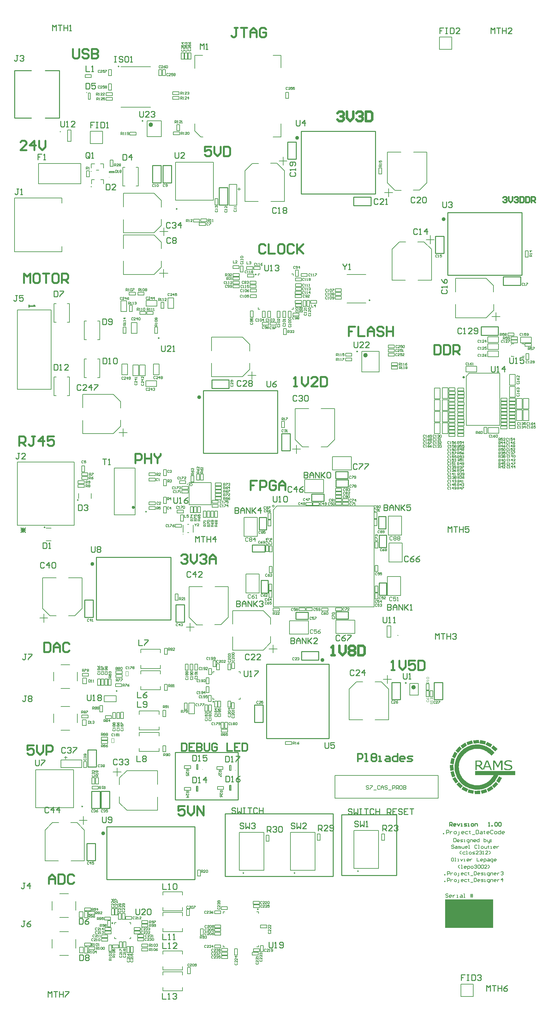
<source format=gto>
G04*
G04 #@! TF.GenerationSoftware,Altium Limited,Altium Designer,22.11.1 (43)*
G04*
G04 Layer_Color=65535*
%FSLAX44Y44*%
%MOMM*%
G71*
G04*
G04 #@! TF.SameCoordinates,34125678-5B9D-45F6-926E-A613B9C88BDA*
G04*
G04*
G04 #@! TF.FilePolarity,Positive*
G04*
G01*
G75*
%ADD10C,0.2540*%
%ADD11C,0.5080*%
%ADD12C,0.2000*%
%ADD13C,0.2500*%
%ADD14C,0.1270*%
%ADD15C,0.6000*%
%ADD16C,0.4000*%
%ADD17C,0.1524*%
%ADD18C,0.1750*%
%ADD19C,0.1999*%
%ADD20C,0.0762*%
%ADD21C,0.2286*%
%ADD22C,0.1800*%
%ADD23C,0.2032*%
%ADD24C,0.3810*%
%ADD25C,0.3048*%
%ADD26C,0.6350*%
%ADD27R,12.9182X7.7030*%
%ADD28R,1.3500X0.1500*%
%ADD29R,0.1500X1.3500*%
G36*
X274183Y2245127D02*
X275061D01*
Y2244757D01*
X274183D01*
Y2243888D01*
X273818D01*
Y2244757D01*
X272948D01*
Y2245127D01*
X273818D01*
Y2245996D01*
X274183D01*
Y2245127D01*
D02*
G37*
G36*
X612640Y657231D02*
X613509D01*
Y656865D01*
X612640D01*
Y655996D01*
X612270D01*
Y656865D01*
X611401D01*
Y657231D01*
X612270D01*
Y658109D01*
X612640D01*
Y657231D01*
D02*
G37*
G36*
X613032Y603681D02*
X613901D01*
Y603316D01*
X613032D01*
Y602447D01*
X612662D01*
Y603316D01*
X611793D01*
Y603681D01*
X612662D01*
Y604559D01*
X613032D01*
Y603681D01*
D02*
G37*
G36*
X524341Y659792D02*
X525210D01*
Y659427D01*
X524341D01*
Y658558D01*
X523971D01*
Y659427D01*
X523102D01*
Y659792D01*
X523971D01*
Y660671D01*
X524341D01*
Y659792D01*
D02*
G37*
G36*
X523949Y601372D02*
X524818D01*
Y601007D01*
X523949D01*
Y600138D01*
X523579D01*
Y601007D01*
X522710D01*
Y601372D01*
X523579D01*
Y602251D01*
X523949D01*
Y601372D01*
D02*
G37*
G36*
X1266114Y729695D02*
X1251116Y728954D01*
X1250561Y737657D01*
X1265559Y738583D01*
X1266114Y729695D01*
D02*
G37*
G36*
X1284075Y734880D02*
X1282409Y726177D01*
X1267596Y729140D01*
X1269262Y737842D01*
X1284075Y734880D01*
D02*
G37*
G36*
X1249635Y728954D02*
X1235192Y724325D01*
X1232414Y732658D01*
X1246857Y737287D01*
X1249635Y728954D01*
D02*
G37*
G36*
X1301111Y726362D02*
X1297222Y718585D01*
X1283705Y725251D01*
X1287594Y733213D01*
X1301111Y726362D01*
D02*
G37*
G36*
X1233710Y724140D02*
X1221119Y715622D01*
X1216120Y723029D01*
X1228896Y731362D01*
X1233710Y724140D01*
D02*
G37*
G36*
X1315369Y714141D02*
X1309443Y707475D01*
X1298148Y717474D01*
X1304073Y724140D01*
X1315369Y714141D01*
D02*
G37*
G36*
X1219638Y715067D02*
X1209454Y703772D01*
X1202973Y709882D01*
X1212972Y720992D01*
X1219638Y715067D01*
D02*
G37*
G36*
X1265929Y726177D02*
X1270744Y725436D01*
X1275188Y724510D01*
X1279076Y723400D01*
X1280742Y722844D01*
X1282224Y722289D01*
X1283520Y721733D01*
X1284631Y721363D01*
X1285557Y720992D01*
X1286112Y720622D01*
X1286483Y720437D01*
X1286668D01*
X1290927Y718030D01*
X1295000Y715623D01*
X1298333Y713030D01*
X1301296Y710438D01*
X1303703Y708216D01*
X1305555Y706364D01*
X1306110Y705624D01*
X1306666Y705068D01*
X1307036Y704883D01*
Y704698D01*
X1299444Y695995D01*
X1296667Y698958D01*
X1293889Y701735D01*
X1291112Y703957D01*
X1288334Y705994D01*
X1285927Y707475D01*
X1284075Y708586D01*
X1283335Y708957D01*
X1282779Y709327D01*
X1282594Y709512D01*
X1282409D01*
X1278706Y711179D01*
X1274817Y712475D01*
X1271114Y713401D01*
X1267781Y714141D01*
X1265003Y714512D01*
X1263707D01*
X1262781Y714697D01*
X1260745Y714697D01*
X1257041Y714512D01*
X1253523Y714141D01*
X1250190Y713586D01*
X1247413Y712845D01*
X1245005Y712104D01*
X1243154Y711549D01*
X1242598Y711364D01*
X1242043Y711179D01*
X1241858Y710993D01*
X1241673D01*
X1238525Y709512D01*
X1235562Y707660D01*
X1232785Y705994D01*
X1230563Y704327D01*
X1228711Y702846D01*
X1227230Y701550D01*
X1226489Y700809D01*
X1226119Y700439D01*
X1223711Y697847D01*
X1221675Y695254D01*
X1219823Y692662D01*
X1218342Y690255D01*
X1217231Y688033D01*
X1216305Y686366D01*
X1215749Y685255D01*
X1215564Y685070D01*
Y684885D01*
X1214268Y681552D01*
X1213342Y678219D01*
X1212601Y674886D01*
X1212231Y672109D01*
X1211861Y669516D01*
X1211676Y667479D01*
Y666739D01*
Y666183D01*
Y665998D01*
Y665813D01*
X1211861Y662110D01*
X1212231Y658591D01*
X1212972Y655258D01*
X1213712Y652481D01*
X1214268Y650074D01*
X1215009Y648222D01*
X1215194Y647667D01*
X1215379Y647111D01*
X1215564Y646926D01*
Y646741D01*
X1217231Y643593D01*
X1218897Y640630D01*
X1220564Y637853D01*
X1222230Y635631D01*
X1223897Y633779D01*
X1225008Y632298D01*
X1225748Y631557D01*
X1226119Y631187D01*
X1228711Y628965D01*
X1231303Y626928D01*
X1233896Y625076D01*
X1236488Y623595D01*
X1238525Y622484D01*
X1240191Y621558D01*
X1241302Y621003D01*
X1241487Y620818D01*
X1241673D01*
X1245005Y619521D01*
X1248338Y618596D01*
X1251672Y617855D01*
X1254634Y617485D01*
X1257041Y617114D01*
X1259078Y616929D01*
X1260745D01*
X1265929Y617299D01*
X1270929Y618040D01*
X1275373Y619336D01*
X1279261Y620818D01*
X1280928Y621373D01*
X1282409Y622114D01*
X1283705Y622854D01*
X1284816Y623410D01*
X1285742Y623780D01*
X1286298Y624151D01*
X1286668Y624521D01*
X1286853D01*
X1290927Y627484D01*
X1294630Y630816D01*
X1297593Y634150D01*
X1300185Y637112D01*
X1302037Y639890D01*
X1302777Y641186D01*
X1303518Y642112D01*
X1304073Y643037D01*
X1304259Y643593D01*
X1304629Y643963D01*
Y644148D01*
X1255375Y644148D01*
X1255375Y655444D01*
X1363141Y655444D01*
X1363141Y644148D01*
X1317220D01*
X1315924Y641001D01*
X1314443Y638223D01*
X1312961Y635446D01*
X1311480Y633224D01*
X1310184Y631187D01*
X1309258Y629891D01*
X1308517Y628965D01*
X1308332Y628595D01*
X1306110Y626002D01*
X1303888Y623595D01*
X1301852Y621558D01*
X1299815Y619707D01*
X1297963Y618225D01*
X1296667Y617114D01*
X1295741Y616374D01*
X1295371Y616188D01*
X1292593Y614337D01*
X1289816Y612855D01*
X1287038Y611559D01*
X1284631Y610263D01*
X1282409Y609523D01*
X1280743Y608782D01*
X1279632Y608411D01*
X1279446Y608226D01*
X1279261D01*
X1275928Y607300D01*
X1272595Y606560D01*
X1269447Y606004D01*
X1266670Y605634D01*
X1264263Y605449D01*
X1262411Y605264D01*
X1260745Y605264D01*
X1256115Y605449D01*
X1251857Y606004D01*
X1247783Y606745D01*
X1244265Y607671D01*
X1241302Y608597D01*
X1240191Y608967D01*
X1239080Y609337D01*
X1238340Y609708D01*
X1237784Y609893D01*
X1237414Y610078D01*
X1237229D01*
X1233155Y612115D01*
X1229452Y614152D01*
X1226119Y616374D01*
X1223341Y618410D01*
X1220934Y620262D01*
X1219268Y621743D01*
X1218157Y622669D01*
X1217971Y623040D01*
X1217786D01*
X1214824Y626187D01*
X1212416Y629520D01*
X1210194Y632853D01*
X1208343Y635816D01*
X1206861Y638408D01*
X1205936Y640445D01*
X1205565Y641186D01*
X1205195Y641741D01*
X1205010Y642112D01*
Y642297D01*
X1203343Y646556D01*
X1202232Y650629D01*
X1201306Y654703D01*
X1200751Y658221D01*
X1200380Y661369D01*
Y662665D01*
X1200195Y663776D01*
Y664517D01*
Y665257D01*
Y665628D01*
Y665813D01*
X1200380Y670442D01*
X1200936Y674886D01*
X1201677Y678774D01*
X1202602Y682293D01*
X1203528Y685255D01*
X1203899Y686366D01*
X1204269Y687477D01*
X1204639Y688218D01*
X1204825Y688773D01*
X1205010Y689144D01*
Y689329D01*
X1206861Y693403D01*
X1208898Y697106D01*
X1211120Y700254D01*
X1213157Y703216D01*
X1215009Y705438D01*
X1216490Y707105D01*
X1217416Y708216D01*
X1217786Y708586D01*
X1220934Y711549D01*
X1224267Y714141D01*
X1227600Y716363D01*
X1230563Y718215D01*
X1233340Y719696D01*
X1235377Y720622D01*
X1236117Y720992D01*
X1236673Y721363D01*
X1237043Y721548D01*
X1237228D01*
X1241302Y723214D01*
X1245561Y724325D01*
X1249449Y725251D01*
X1253153Y725807D01*
X1256115Y726177D01*
X1257412D01*
X1258523Y726362D01*
X1260745D01*
X1265929Y726177D01*
D02*
G37*
G36*
X1208343Y702846D02*
X1201491Y689329D01*
X1193715Y693403D01*
X1200566Y706920D01*
X1208343Y702846D01*
D02*
G37*
G36*
X1347587Y683959D02*
X1349624Y683589D01*
X1349995D01*
X1350921Y683219D01*
X1352402Y682848D01*
X1353883Y682293D01*
Y678404D01*
X1353698D01*
X1353328Y678589D01*
X1352402Y679145D01*
X1351106Y679700D01*
X1349439Y680256D01*
X1349254D01*
X1349069Y680441D01*
X1348513Y680626D01*
X1347773Y680811D01*
X1346106Y680996D01*
X1344069Y681182D01*
X1342958D01*
X1342218Y680996D01*
X1340736Y680811D01*
X1339255Y680071D01*
X1338885Y679885D01*
X1338329Y679330D01*
X1337774Y678404D01*
X1337403Y677108D01*
Y676923D01*
X1337589Y676182D01*
X1337774Y675442D01*
X1338144Y674701D01*
X1338329Y674516D01*
X1339070Y674145D01*
X1339996Y673590D01*
X1341477Y673034D01*
X1341662D01*
X1342403Y672849D01*
X1343514Y672664D01*
X1344810Y672479D01*
X1345180D01*
X1346291Y672294D01*
X1347402Y672109D01*
X1348698Y671923D01*
X1348884D01*
X1349254Y671738D01*
X1349810Y671553D01*
X1350550Y671368D01*
X1352032Y670627D01*
X1353513Y669516D01*
X1353698Y669331D01*
X1354254Y668405D01*
X1354809Y667109D01*
X1354994Y665257D01*
Y665072D01*
Y664332D01*
X1354624Y663221D01*
X1354254Y662110D01*
X1354068Y661924D01*
X1353698Y661369D01*
X1352957Y660628D01*
X1352032Y659888D01*
X1351846Y659702D01*
X1351106Y659147D01*
X1349995Y658591D01*
X1348513Y658036D01*
X1348143D01*
X1347217Y657851D01*
X1345736Y657666D01*
X1343699Y657480D01*
X1341847D01*
X1340181Y657666D01*
X1338144Y657851D01*
X1337959D01*
X1337774Y658036D01*
X1336663Y658221D01*
X1335181Y658777D01*
X1333330Y659332D01*
Y663776D01*
X1333885D01*
X1334070Y663591D01*
X1335181Y662850D01*
X1336663Y661924D01*
X1338699Y661184D01*
X1338885D01*
X1339070Y660999D01*
X1340366Y660813D01*
X1341847Y660628D01*
X1343699Y660443D01*
X1344995D01*
X1345736Y660628D01*
X1347587Y660999D01*
X1349254Y661554D01*
X1349624Y661739D01*
X1350180Y662295D01*
X1350735Y663406D01*
X1351106Y664702D01*
Y665072D01*
X1350921Y665628D01*
X1350735Y666554D01*
X1350180Y667294D01*
X1349995Y667479D01*
X1349624Y667665D01*
X1348698Y668220D01*
X1347402Y668590D01*
X1347217D01*
X1346476Y668776D01*
X1345551Y668961D01*
X1344254Y669146D01*
X1344069D01*
X1343329Y669331D01*
X1342218Y669516D01*
X1340736Y669701D01*
X1340551D01*
X1340181Y669887D01*
X1339440Y670072D01*
X1338699Y670257D01*
X1336848Y670998D01*
X1336107Y671553D01*
X1335367Y672109D01*
X1334996Y672479D01*
X1334441Y673405D01*
X1333885Y674886D01*
X1333515Y676738D01*
Y676923D01*
Y677293D01*
X1333700Y677849D01*
X1333885Y678589D01*
X1334256Y679515D01*
X1334811Y680256D01*
X1335552Y681182D01*
X1336478Y682107D01*
X1336663Y682293D01*
X1337033Y682478D01*
X1337589Y682848D01*
X1338514Y683219D01*
X1339625Y683589D01*
X1340921Y683774D01*
X1342403Y684144D01*
X1345921D01*
X1347587Y683959D01*
D02*
G37*
G36*
X1200566Y688218D02*
X1197418Y673220D01*
X1188900Y675256D01*
X1192048Y690070D01*
X1200566Y688218D01*
D02*
G37*
G36*
X1328886Y657851D02*
X1325182D01*
Y680071D01*
X1317405Y664887D01*
X1315183D01*
X1307406Y680071D01*
Y657851D01*
X1303888D01*
Y683589D01*
X1308888D01*
X1316294Y669331D01*
X1323516Y683589D01*
X1328886D01*
Y657851D01*
D02*
G37*
G36*
X1300555D02*
X1296482D01*
X1293704Y665072D01*
X1281668D01*
X1278946Y657993D01*
X1276359Y660811D01*
X1275188Y657851D01*
X1274447D01*
X1265003Y668220D01*
X1259634Y668220D01*
Y657851D01*
X1255930D01*
Y683589D01*
X1266670Y683589D01*
X1268151Y683404D01*
X1268336D01*
X1269077Y683219D01*
X1270003Y682848D01*
X1271114Y682293D01*
X1271299Y682107D01*
X1272040Y681737D01*
X1272595Y680996D01*
X1273336Y680071D01*
X1273521Y679885D01*
X1273891Y679145D01*
X1274262Y678034D01*
X1274447Y676553D01*
Y676367D01*
Y676182D01*
X1274262Y675071D01*
X1273706Y673590D01*
X1272780Y671923D01*
X1272595Y671553D01*
X1271669Y670812D01*
X1270373Y669887D01*
X1268707Y669146D01*
X1276359Y660811D01*
X1285372Y683589D01*
X1290186D01*
X1300555Y657851D01*
D02*
G37*
G36*
X1279076D02*
X1278891D01*
X1278946Y657993D01*
X1279076Y657851D01*
D02*
G37*
G36*
X1197603Y656925D02*
X1188900Y656555D01*
X1187974Y671553D01*
X1196862Y671923D01*
X1197603Y656925D01*
D02*
G37*
G36*
X1202047Y640816D02*
X1193715Y638408D01*
X1189085Y652666D01*
X1197418Y655258D01*
X1202047Y640816D01*
D02*
G37*
G36*
X1327219Y636927D02*
X1319998Y623410D01*
X1312221Y627854D01*
X1319442Y641001D01*
X1327219Y636927D01*
D02*
G37*
G36*
X1210565Y626558D02*
X1203158Y621929D01*
X1194826Y634705D01*
X1202232Y639334D01*
X1210565Y626558D01*
D02*
G37*
G36*
X1317591Y620818D02*
X1307221Y609893D01*
X1300741Y615633D01*
X1311110Y626743D01*
X1317591Y620818D01*
D02*
G37*
G36*
X1222230Y615077D02*
X1216120Y608597D01*
X1205010Y618781D01*
X1211120Y625261D01*
X1222230Y615077D01*
D02*
G37*
G36*
X1304073Y607671D02*
X1291112Y599709D01*
X1286483Y607115D01*
X1299444Y615077D01*
X1304073Y607671D01*
D02*
G37*
G36*
X1236488Y606930D02*
X1232414Y599153D01*
X1219082Y606189D01*
X1223156Y613966D01*
X1236488Y606930D01*
D02*
G37*
G36*
X1287594Y598413D02*
X1273151Y593969D01*
X1270744Y602486D01*
X1285187Y606930D01*
X1287594Y598413D01*
D02*
G37*
G36*
X1252412Y602671D02*
X1250561Y593969D01*
X1235932Y597301D01*
X1237784Y605819D01*
X1252412Y602671D01*
D02*
G37*
G36*
X1269262Y593783D02*
X1254264Y593228D01*
X1253894Y601931D01*
X1269077Y602671D01*
X1269262Y593783D01*
D02*
G37*
%LPC*%
G36*
X1265929Y680626D02*
X1259634Y680626D01*
Y670997D01*
X1264448Y670998D01*
X1265559Y671183D01*
X1266485Y671368D01*
X1266670D01*
X1267411Y671553D01*
X1267966Y671923D01*
X1268707Y672294D01*
X1268892Y672479D01*
X1269262Y672849D01*
X1269633Y673405D01*
X1270003Y674145D01*
Y674331D01*
X1270188Y674701D01*
X1270373Y675442D01*
Y676367D01*
Y676553D01*
Y677108D01*
X1270188Y677849D01*
X1270003Y678404D01*
Y678589D01*
X1269633Y678960D01*
X1269262Y679515D01*
X1268707Y679885D01*
X1268522D01*
X1268151Y680071D01*
X1267411Y680256D01*
X1266670Y680441D01*
X1266485D01*
X1265929Y680626D01*
D02*
G37*
G36*
X1287594D02*
X1282779Y668035D01*
X1292593D01*
X1287594Y680626D01*
D02*
G37*
%LPD*%
D10*
X634800Y382319D02*
G03*
X634800Y382319I-1000J0D01*
G01*
X300248Y2541550D02*
G03*
X300248Y2541550I-1118J0D01*
G01*
X771960Y382319D02*
G03*
X771960Y382319I-1000J0D01*
G01*
X942140Y387409D02*
G03*
X942140Y387409I-1000J0D01*
G01*
X897660Y375920D02*
X1044980D01*
X897660Y538480D02*
X1044980D01*
Y375920D02*
Y538480D01*
X897660Y375920D02*
Y538480D01*
X585240Y373370D02*
X874800D01*
X585240Y541010D02*
X874800D01*
Y373370D02*
Y541010D01*
X585240Y373370D02*
Y541010D01*
X451221Y577889D02*
Y704889D01*
X619760Y577889D02*
Y704889D01*
X451221Y577889D02*
X619760D01*
X451221Y704889D02*
X619760D01*
X774601Y1061324D02*
Y1080628D01*
Y1061324D02*
X807875D01*
Y1080628D01*
X774601D02*
X807875D01*
X863510Y742321D02*
Y941711D01*
X695870Y742321D02*
Y941711D01*
Y742321D02*
X863510D01*
X695870Y941711D02*
X863510D01*
X1330888Y1955644D02*
X1377116D01*
X1330888D02*
Y1978504D01*
X1377116D01*
Y1955644D02*
Y1978504D01*
X788745Y2200549D02*
Y2368189D01*
X988135Y2200549D02*
Y2368189D01*
X788745Y2200549D02*
X988135D01*
X788745Y2368189D02*
X988135D01*
X1181671Y2150493D02*
X1381060D01*
X1181671Y1982853D02*
X1381060D01*
Y2150493D01*
X1181671Y1982853D02*
Y2150493D01*
X239506Y1227454D02*
X438896D01*
X239506Y1059814D02*
X438896D01*
Y1227454D01*
X239506Y1059814D02*
Y1227454D01*
X663566Y831982D02*
X686426D01*
X663566Y785754D02*
Y831982D01*
Y785754D02*
X686426D01*
Y831982D01*
X929594Y2168733D02*
Y2191593D01*
Y2168733D02*
X975823D01*
Y2191593D01*
X929594D02*
X975823D01*
X752550Y2339719D02*
X775410D01*
X752550Y2293491D02*
Y2339719D01*
Y2293491D02*
X775410D01*
Y2339719D01*
X1145128Y846521D02*
X1167988D01*
Y892749D01*
X1145128D02*
X1167988D01*
X1145128Y846521D02*
Y892749D01*
X1031738Y846521D02*
X1054598D01*
Y892749D01*
X1031738D02*
X1054598D01*
X1031738Y846521D02*
Y892749D01*
X835720Y952376D02*
Y975236D01*
X789492D02*
X835720D01*
X789492Y952376D02*
Y975236D01*
Y952376D02*
X835720D01*
X881225Y1438104D02*
X914499D01*
X881225D02*
Y1457408D01*
X914499D01*
Y1438104D02*
Y1457408D01*
X700369Y1132381D02*
Y1165655D01*
X681065Y1132381D02*
X700369D01*
X681065D02*
Y1165655D01*
X700369D01*
X1017575Y1125669D02*
Y1158943D01*
X998271Y1125669D02*
X1017575D01*
X998271D02*
Y1158943D01*
X1017575D01*
Y1253511D02*
Y1286785D01*
X998271Y1253511D02*
X1017575D01*
X998271D02*
Y1286785D01*
X1017575D01*
X996361Y1303780D02*
Y1337054D01*
X1015665D01*
Y1303780D02*
Y1337054D01*
X996361Y1303780D02*
X1015665D01*
X881678Y1415443D02*
X914952D01*
X881678D02*
Y1434747D01*
X914952D01*
Y1415443D02*
Y1434747D01*
X882050Y1062787D02*
X915324D01*
X882050D02*
Y1082091D01*
X915324D01*
Y1062787D02*
Y1082091D01*
X658036Y1260919D02*
X691310D01*
Y1241615D02*
Y1260919D01*
X658036Y1241615D02*
X691310D01*
X658036D02*
Y1260919D01*
X676428Y1300939D02*
Y1334213D01*
X695732D01*
Y1300939D02*
Y1334213D01*
X676428Y1300939D02*
X695732D01*
X816715Y1377521D02*
X849989D01*
X816715D02*
Y1396825D01*
X849989D01*
Y1377521D02*
Y1396825D01*
X736696Y1558991D02*
X759556D01*
X736696Y1512763D02*
Y1558991D01*
Y1512763D02*
X759556D01*
Y1558991D01*
X549148Y1679832D02*
Y1702691D01*
Y1679832D02*
X595376D01*
Y1702691D01*
X549148D02*
X595376D01*
X526038Y1506243D02*
Y1673883D01*
X725428Y1506243D02*
Y1673883D01*
X526038Y1506243D02*
X725428D01*
X526038Y1673883D02*
X725428D01*
X390238Y2276287D02*
X413097D01*
X390238Y2230059D02*
Y2276287D01*
Y2230059D02*
X413097D01*
Y2276287D01*
X418368Y2276288D02*
X441228D01*
X418368Y2230060D02*
Y2276288D01*
Y2230060D02*
X441228D01*
Y2276288D01*
X568927Y2216985D02*
X591787D01*
X568927Y2170757D02*
Y2216985D01*
Y2170757D02*
X591787D01*
Y2216985D01*
X1148648Y2040948D02*
X1171508D01*
Y2087175D01*
X1148648D02*
X1171508D01*
X1148648Y2040948D02*
Y2087175D01*
X1271172Y1822195D02*
Y1845055D01*
Y1822195D02*
X1317400D01*
Y1845055D01*
X1271172D02*
X1317400D01*
X475690Y1053993D02*
Y1100221D01*
X452830Y1053993D02*
X475690D01*
X452830D02*
Y1100221D01*
X475690D01*
X213701Y415437D02*
Y461665D01*
X236561D01*
Y415437D02*
Y461665D01*
X213701Y415437D02*
X236561D01*
X208188Y1067032D02*
Y1113260D01*
X231048D01*
Y1067032D02*
Y1113260D01*
X208188Y1067032D02*
X231048D01*
X239589Y665979D02*
Y712207D01*
X216729Y665979D02*
X239589D01*
X216729D02*
Y712207D01*
X239589D01*
X249756Y555137D02*
Y601365D01*
X226896Y555137D02*
X249756D01*
X226896D02*
Y601365D01*
X249756D01*
X275280Y555137D02*
Y601365D01*
X252420Y555137D02*
X275280D01*
X252420D02*
Y601365D01*
X275280D01*
X102010Y2530999D02*
X140260D01*
Y2403499D02*
Y2530999D01*
X102010Y2403499D02*
X140260D01*
X20010Y2530749D02*
X64760D01*
X20010Y2403749D02*
Y2530749D01*
Y2403749D02*
X64760D01*
X267520Y505999D02*
X503520D01*
X267520Y364499D02*
X503520D01*
Y505999D01*
X267520Y364499D02*
Y505999D01*
X1182778Y1294832D02*
Y1310067D01*
X1187856Y1304989D01*
X1192934Y1310067D01*
Y1294832D01*
X1198013Y1310067D02*
X1208170D01*
X1203091D01*
Y1294832D01*
X1213248Y1310067D02*
Y1294832D01*
Y1302450D01*
X1223405D01*
Y1310067D01*
Y1294832D01*
X1238640Y1310067D02*
X1228483D01*
Y1302450D01*
X1233561Y1304989D01*
X1236101D01*
X1238640Y1302450D01*
Y1297372D01*
X1236101Y1294832D01*
X1231022D01*
X1228483Y1297372D01*
X1148869Y1008197D02*
Y1023433D01*
X1153947Y1018354D01*
X1159025Y1023433D01*
Y1008197D01*
X1164104Y1023433D02*
X1174260D01*
X1169182D01*
Y1008197D01*
X1179339Y1023433D02*
Y1008197D01*
Y1015815D01*
X1189495D01*
Y1023433D01*
Y1008197D01*
X1194574Y1020893D02*
X1197113Y1023433D01*
X1202191D01*
X1204731Y1020893D01*
Y1018354D01*
X1202191Y1015815D01*
X1199652D01*
X1202191D01*
X1204731Y1013276D01*
Y1010737D01*
X1202191Y1008197D01*
X1197113D01*
X1194574Y1010737D01*
X505130Y1268570D02*
Y1283805D01*
X510209Y1278727D01*
X515287Y1283805D01*
Y1268570D01*
X520365Y1283805D02*
X530522D01*
X525444D01*
Y1268570D01*
X535601Y1283805D02*
Y1268570D01*
Y1276188D01*
X545757D01*
Y1283805D01*
Y1268570D01*
X558453D02*
Y1283805D01*
X550836Y1276188D01*
X560992D01*
X610901Y1360728D02*
Y1345493D01*
X618519D01*
X621058Y1348032D01*
Y1350572D01*
X618519Y1353111D01*
X610901D01*
X618519D01*
X621058Y1355650D01*
Y1358189D01*
X618519Y1360728D01*
X610901D01*
X626136Y1345493D02*
Y1355650D01*
X631214Y1360728D01*
X636293Y1355650D01*
Y1345493D01*
Y1353111D01*
X626136D01*
X641371Y1345493D02*
Y1360728D01*
X651528Y1345493D01*
Y1360728D01*
X656606D02*
Y1345493D01*
Y1350572D01*
X666763Y1360728D01*
X659146Y1353111D01*
X666763Y1345493D01*
X679459D02*
Y1360728D01*
X671841Y1353111D01*
X681998D01*
X615378Y1110420D02*
Y1095185D01*
X622996D01*
X625535Y1097724D01*
Y1100263D01*
X622996Y1102803D01*
X615378D01*
X622996D01*
X625535Y1105342D01*
Y1107881D01*
X622996Y1110420D01*
X615378D01*
X630613Y1095185D02*
Y1105342D01*
X635692Y1110420D01*
X640770Y1105342D01*
Y1095185D01*
Y1102803D01*
X630613D01*
X645848Y1095185D02*
Y1110420D01*
X656005Y1095185D01*
Y1110420D01*
X661084D02*
Y1095185D01*
Y1100263D01*
X671240Y1110420D01*
X663623Y1102803D01*
X671240Y1095185D01*
X676319Y1107881D02*
X678858Y1110420D01*
X683936D01*
X686475Y1107881D01*
Y1105342D01*
X683936Y1102803D01*
X681397D01*
X683936D01*
X686475Y1100263D01*
Y1097724D01*
X683936Y1095185D01*
X678858D01*
X676319Y1097724D01*
X796613Y1455638D02*
Y1440403D01*
X804231D01*
X806770Y1442942D01*
Y1445481D01*
X804231Y1448021D01*
X796613D01*
X804231D01*
X806770Y1450560D01*
Y1453099D01*
X804231Y1455638D01*
X796613D01*
X811848Y1440403D02*
Y1450560D01*
X816927Y1455638D01*
X822005Y1450560D01*
Y1440403D01*
Y1448021D01*
X811848D01*
X827084Y1440403D02*
Y1455638D01*
X837240Y1440403D01*
Y1455638D01*
X842318D02*
Y1440403D01*
Y1445481D01*
X852475Y1455638D01*
X844858Y1448021D01*
X852475Y1440403D01*
X857554Y1453099D02*
X860093Y1455638D01*
X865171D01*
X867710Y1453099D01*
Y1442942D01*
X865171Y1440403D01*
X860093D01*
X857554Y1442942D01*
Y1453099D01*
X1011093Y1368176D02*
Y1352941D01*
X1018711D01*
X1021250Y1355480D01*
Y1358020D01*
X1018711Y1360559D01*
X1011093D01*
X1018711D01*
X1021250Y1363098D01*
Y1365637D01*
X1018711Y1368176D01*
X1011093D01*
X1026328Y1352941D02*
Y1363098D01*
X1031407Y1368176D01*
X1036485Y1363098D01*
Y1352941D01*
Y1360559D01*
X1026328D01*
X1041563Y1352941D02*
Y1368176D01*
X1051720Y1352941D01*
Y1368176D01*
X1056798D02*
Y1352941D01*
Y1358020D01*
X1066955Y1368176D01*
X1059338Y1360559D01*
X1066955Y1352941D01*
X1082190Y1368176D02*
X1072034D01*
Y1360559D01*
X1077112Y1363098D01*
X1079651D01*
X1082190Y1360559D01*
Y1355480D01*
X1079651Y1352941D01*
X1074573D01*
X1072034Y1355480D01*
X1020022Y1101171D02*
Y1085936D01*
X1027640D01*
X1030179Y1088475D01*
Y1091014D01*
X1027640Y1093554D01*
X1020022D01*
X1027640D01*
X1030179Y1096093D01*
Y1098632D01*
X1027640Y1101171D01*
X1020022D01*
X1035257Y1085936D02*
Y1096093D01*
X1040336Y1101171D01*
X1045414Y1096093D01*
Y1085936D01*
Y1093554D01*
X1035257D01*
X1050492Y1085936D02*
Y1101171D01*
X1060649Y1085936D01*
Y1101171D01*
X1065727D02*
Y1085936D01*
Y1091014D01*
X1075884Y1101171D01*
X1068267Y1093554D01*
X1075884Y1085936D01*
X1080963D02*
X1086041D01*
X1083502D01*
Y1101171D01*
X1080963Y1098632D01*
X761034Y1012017D02*
Y996782D01*
X768652D01*
X771191Y999321D01*
Y1001860D01*
X768652Y1004399D01*
X761034D01*
X768652D01*
X771191Y1006938D01*
Y1009478D01*
X768652Y1012017D01*
X761034D01*
X776270Y996782D02*
Y1006938D01*
X781348Y1012017D01*
X786426Y1006938D01*
Y996782D01*
Y1004399D01*
X776270D01*
X791505Y996782D02*
Y1012017D01*
X801661Y996782D01*
Y1012017D01*
X806740D02*
Y996782D01*
Y1001860D01*
X816896Y1012017D01*
X809279Y1004399D01*
X816896Y996782D01*
X832131D02*
X821975D01*
X832131Y1006938D01*
Y1009478D01*
X829592Y1012017D01*
X824514D01*
X821975Y1009478D01*
X925036Y552085D02*
X922497Y554624D01*
X917419D01*
X914880Y552085D01*
Y549545D01*
X917419Y547006D01*
X922497D01*
X925036Y544467D01*
Y541928D01*
X922497Y539389D01*
X917419D01*
X914880Y541928D01*
X930115Y554624D02*
Y539389D01*
X935193Y544467D01*
X940271Y539389D01*
Y554624D01*
X945350D02*
X950428D01*
X947889D01*
Y539389D01*
X945350D01*
X950428D01*
X958046Y554624D02*
X968202D01*
X963124D01*
Y539389D01*
X983437Y552085D02*
X980898Y554624D01*
X975820D01*
X973281Y552085D01*
Y541928D01*
X975820Y539389D01*
X980898D01*
X983437Y541928D01*
X988516Y554624D02*
Y539389D01*
Y547006D01*
X998672D01*
Y554624D01*
Y539389D01*
X1018986D02*
Y554624D01*
X1026603D01*
X1029143Y552085D01*
Y547006D01*
X1026603Y544467D01*
X1018986D01*
X1024064D02*
X1029143Y539389D01*
X1044378Y554624D02*
X1034221D01*
Y539389D01*
X1044378D01*
X1034221Y547006D02*
X1039299D01*
X1059613Y552085D02*
X1057074Y554624D01*
X1051995D01*
X1049456Y552085D01*
Y549545D01*
X1051995Y547006D01*
X1057074D01*
X1059613Y544467D01*
Y541928D01*
X1057074Y539389D01*
X1051995D01*
X1049456Y541928D01*
X1074848Y554624D02*
X1064691D01*
Y539389D01*
X1074848D01*
X1064691Y547006D02*
X1069770D01*
X1079926Y554624D02*
X1090083D01*
X1085005D01*
Y539389D01*
X612616Y554615D02*
X610077Y557154D01*
X604999D01*
X602460Y554615D01*
Y552076D01*
X604999Y549536D01*
X610077D01*
X612616Y546997D01*
Y544458D01*
X610077Y541919D01*
X604999D01*
X602460Y544458D01*
X617695Y557154D02*
Y541919D01*
X622773Y546997D01*
X627851Y541919D01*
Y557154D01*
X632930D02*
X638008D01*
X635469D01*
Y541919D01*
X632930D01*
X638008D01*
X645626Y557154D02*
X655782D01*
X650704D01*
Y541919D01*
X671017Y554615D02*
X668478Y557154D01*
X663400D01*
X660861Y554615D01*
Y544458D01*
X663400Y541919D01*
X668478D01*
X671017Y544458D01*
X676096Y557154D02*
Y541919D01*
Y549536D01*
X686253D01*
Y557154D01*
Y541919D01*
X1167037Y1943764D02*
X1164498Y1941225D01*
Y1936147D01*
X1167037Y1933607D01*
X1177194D01*
X1179733Y1936147D01*
Y1941225D01*
X1177194Y1943764D01*
X1179733Y1948842D02*
Y1953921D01*
Y1951382D01*
X1164498D01*
X1167037Y1948842D01*
X1164498Y1971695D02*
X1167037Y1966617D01*
X1172115Y1961538D01*
X1177194D01*
X1179733Y1964077D01*
Y1969156D01*
X1177194Y1971695D01*
X1174655D01*
X1172115Y1969156D01*
Y1961538D01*
X99512Y1211215D02*
X96973Y1213754D01*
X91895D01*
X89356Y1211215D01*
Y1201058D01*
X91895Y1198519D01*
X96973D01*
X99512Y1201058D01*
X112208Y1198519D02*
Y1213754D01*
X104591Y1206136D01*
X114747D01*
X119826Y1211215D02*
X122365Y1213754D01*
X127443D01*
X129982Y1211215D01*
Y1201058D01*
X127443Y1198519D01*
X122365D01*
X119826Y1201058D01*
Y1211215D01*
X295653Y684780D02*
X293113Y687319D01*
X288035D01*
X285496Y684780D01*
Y674623D01*
X288035Y672084D01*
X293113D01*
X295653Y674623D01*
X300731Y684780D02*
X303270Y687319D01*
X308349D01*
X310888Y684780D01*
Y682241D01*
X308349Y679702D01*
X305809D01*
X308349D01*
X310888Y677162D01*
Y674623D01*
X308349Y672084D01*
X303270D01*
X300731Y674623D01*
X315966Y684780D02*
X318505Y687319D01*
X323584D01*
X326123Y684780D01*
Y682241D01*
X323584Y679702D01*
X321045D01*
X323584D01*
X326123Y677162D01*
Y674623D01*
X323584Y672084D01*
X318505D01*
X315966Y674623D01*
X1218962Y1838974D02*
X1216423Y1841514D01*
X1211344D01*
X1208805Y1838974D01*
Y1828818D01*
X1211344Y1826279D01*
X1216423D01*
X1218962Y1828818D01*
X1224040Y1826279D02*
X1229118D01*
X1226579D01*
Y1841514D01*
X1224040Y1838974D01*
X1246893Y1826279D02*
X1236736D01*
X1246893Y1836435D01*
Y1838974D01*
X1244353Y1841514D01*
X1239275D01*
X1236736Y1838974D01*
X1251971Y1828818D02*
X1254510Y1826279D01*
X1259589D01*
X1262128Y1828818D01*
Y1838974D01*
X1259589Y1841514D01*
X1254510D01*
X1251971Y1838974D01*
Y1836435D01*
X1254510Y1833896D01*
X1262128D01*
X110141Y49732D02*
Y64967D01*
X115220Y59889D01*
X120298Y64967D01*
Y49732D01*
X125376Y64967D02*
X135533D01*
X130455D01*
Y49732D01*
X140611Y64967D02*
Y49732D01*
Y57350D01*
X150768D01*
Y64967D01*
Y49732D01*
X155847Y64967D02*
X166003D01*
Y62428D01*
X155847Y52271D01*
Y49732D01*
X1285961Y65817D02*
Y81052D01*
X1291039Y75974D01*
X1296117Y81052D01*
Y65817D01*
X1301196Y81052D02*
X1311352D01*
X1306274D01*
Y65817D01*
X1316431Y81052D02*
Y65817D01*
Y73434D01*
X1326588D01*
Y81052D01*
Y65817D01*
X1341823Y81052D02*
X1336744Y78513D01*
X1331666Y73434D01*
Y68356D01*
X1334205Y65817D01*
X1339283D01*
X1341823Y68356D01*
Y70895D01*
X1339283Y73434D01*
X1331666D01*
X1297949Y2629648D02*
Y2644883D01*
X1303027Y2639805D01*
X1308106Y2644883D01*
Y2629648D01*
X1313184Y2644883D02*
X1323341D01*
X1318262D01*
Y2629648D01*
X1328419Y2644883D02*
Y2629648D01*
Y2637266D01*
X1338576D01*
Y2644883D01*
Y2629648D01*
X1353811D02*
X1343654D01*
X1353811Y2639805D01*
Y2642344D01*
X1351272Y2644883D01*
X1346193D01*
X1343654Y2642344D01*
X122088Y2637431D02*
Y2652666D01*
X127166Y2647588D01*
X132245Y2652666D01*
Y2637431D01*
X137323Y2652666D02*
X147480D01*
X142401D01*
Y2637431D01*
X152558Y2652666D02*
Y2637431D01*
Y2645049D01*
X162715D01*
Y2652666D01*
Y2637431D01*
X167793D02*
X172871D01*
X170332D01*
Y2652666D01*
X167793Y2650127D01*
X1228288Y109616D02*
X1218132D01*
Y101998D01*
X1223210D01*
X1218132D01*
Y94381D01*
X1233367Y109616D02*
X1238445D01*
X1235906D01*
Y94381D01*
X1233367D01*
X1238445D01*
X1246062Y109616D02*
Y94381D01*
X1253680D01*
X1256219Y96920D01*
Y107077D01*
X1253680Y109616D01*
X1246062D01*
X1261298Y107077D02*
X1263837Y109616D01*
X1268915D01*
X1271454Y107077D01*
Y104537D01*
X1268915Y101998D01*
X1266376D01*
X1268915D01*
X1271454Y99459D01*
Y96920D01*
X1268915Y94381D01*
X1263837D01*
X1261298Y96920D01*
X1170429Y2644643D02*
X1160272D01*
Y2637025D01*
X1165350D01*
X1160272D01*
Y2629408D01*
X1175507Y2644643D02*
X1180585D01*
X1178046D01*
Y2629408D01*
X1175507D01*
X1180585D01*
X1188203Y2644643D02*
Y2629408D01*
X1195820D01*
X1198360Y2631947D01*
Y2642104D01*
X1195820Y2644643D01*
X1188203D01*
X1213595Y2629408D02*
X1203438D01*
X1213595Y2639565D01*
Y2642104D01*
X1211056Y2644643D01*
X1205977D01*
X1203438Y2642104D01*
X233878Y2392568D02*
X223722D01*
Y2384950D01*
X228800D01*
X223722D01*
Y2377333D01*
X238957Y2392568D02*
X244035D01*
X241496D01*
Y2377333D01*
X238957D01*
X244035D01*
X251653Y2392568D02*
Y2377333D01*
X259270D01*
X261809Y2379872D01*
Y2390029D01*
X259270Y2392568D01*
X251653D01*
X266888Y2377333D02*
X271966D01*
X269427D01*
Y2392568D01*
X266888Y2390029D01*
X355294Y2421270D02*
Y2408574D01*
X357833Y2406035D01*
X362911D01*
X365450Y2408574D01*
Y2421270D01*
X380685Y2406035D02*
X370529D01*
X380685Y2416191D01*
Y2418731D01*
X378146Y2421270D01*
X373068D01*
X370529Y2418731D01*
X385764D02*
X388303Y2421270D01*
X393381D01*
X395920Y2418731D01*
Y2416191D01*
X393381Y2413652D01*
X390842D01*
X393381D01*
X395920Y2411113D01*
Y2408574D01*
X393381Y2406035D01*
X388303D01*
X385764Y2408574D01*
X930604Y1804050D02*
Y1791354D01*
X933143Y1788815D01*
X938221D01*
X940760Y1791354D01*
Y1804050D01*
X955995Y1788815D02*
X945839D01*
X955995Y1798971D01*
Y1801511D01*
X953456Y1804050D01*
X948378D01*
X945839Y1801511D01*
X971230Y1788815D02*
X961074D01*
X971230Y1798971D01*
Y1801511D01*
X968691Y1804050D01*
X963613D01*
X961074Y1801511D01*
X1062430Y916574D02*
Y903878D01*
X1064969Y901339D01*
X1070047D01*
X1072586Y903878D01*
Y916574D01*
X1077665Y901339D02*
X1082743D01*
X1080204D01*
Y916574D01*
X1077665Y914035D01*
X416729Y59731D02*
Y44496D01*
X426885D01*
X431964D02*
X437042D01*
X434503D01*
Y59731D01*
X431964Y57192D01*
X444660D02*
X447199Y59731D01*
X452277D01*
X454816Y57192D01*
Y54653D01*
X452277Y52113D01*
X449738D01*
X452277D01*
X454816Y49574D01*
Y47035D01*
X452277Y44496D01*
X447199D01*
X444660Y47035D01*
X417156Y195246D02*
Y180011D01*
X427313D01*
X432391D02*
X437469D01*
X434930D01*
Y195246D01*
X432391Y192707D01*
X455244Y180011D02*
X445087D01*
X455244Y190168D01*
Y192707D01*
X452705Y195246D01*
X447626D01*
X445087Y192707D01*
X417372Y219081D02*
Y203846D01*
X427528D01*
X432607D02*
X437685D01*
X435146D01*
Y219081D01*
X432607Y216542D01*
X445303Y203846D02*
X450381D01*
X447842D01*
Y219081D01*
X445303Y216542D01*
X417121Y353919D02*
Y338684D01*
X427277D01*
X432355D02*
X437434D01*
X434895D01*
Y353919D01*
X432355Y351380D01*
X445051D02*
X447591Y353919D01*
X452669D01*
X455208Y351380D01*
Y341224D01*
X452669Y338684D01*
X447591D01*
X445051Y341224D01*
Y351380D01*
X349497Y841550D02*
Y826315D01*
X359654D01*
X364733Y828855D02*
X367272Y826315D01*
X372350D01*
X374889Y828855D01*
Y839011D01*
X372350Y841550D01*
X367272D01*
X364733Y839011D01*
Y836472D01*
X367272Y833933D01*
X374889D01*
X347682Y696155D02*
Y680920D01*
X357838D01*
X362917Y693616D02*
X365456Y696155D01*
X370534D01*
X373073Y693616D01*
Y691077D01*
X370534Y688537D01*
X373073Y685998D01*
Y683459D01*
X370534Y680920D01*
X365456D01*
X362917Y683459D01*
Y685998D01*
X365456Y688537D01*
X362917Y691077D01*
Y693616D01*
X365456Y688537D02*
X370534D01*
X353053Y1006396D02*
Y991161D01*
X363210D01*
X368288Y1006396D02*
X378445D01*
Y1003857D01*
X368288Y993700D01*
Y991161D01*
X349502Y866621D02*
Y851385D01*
X359658D01*
X374893Y866621D02*
X369815Y864081D01*
X364737Y859003D01*
Y853925D01*
X367276Y851385D01*
X372354D01*
X374893Y853925D01*
Y856464D01*
X372354Y859003D01*
X364737D01*
X702816Y197366D02*
Y184670D01*
X705355Y182131D01*
X710434D01*
X712973Y184670D01*
Y197366D01*
X718051Y182131D02*
X723129D01*
X720590D01*
Y197366D01*
X718051Y194827D01*
X730747Y184670D02*
X733286Y182131D01*
X738364D01*
X740904Y184670D01*
Y194827D01*
X738364Y197366D01*
X733286D01*
X730747Y194827D01*
Y192288D01*
X733286Y189749D01*
X740904D01*
X344926Y286129D02*
Y273433D01*
X347466Y270894D01*
X352544D01*
X355083Y273433D01*
Y286129D01*
X370318Y270894D02*
X360161D01*
X370318Y281051D01*
Y283590D01*
X367779Y286129D01*
X362701D01*
X360161Y283590D01*
X375396D02*
X377936Y286129D01*
X383014D01*
X385553Y283590D01*
Y273433D01*
X383014Y270894D01*
X377936D01*
X375396Y273433D01*
Y283590D01*
X900430Y2012945D02*
Y2010406D01*
X905508Y2005327D01*
X910587Y2010406D01*
Y2012945D01*
X905508Y2005327D02*
Y1997710D01*
X915665D02*
X920743D01*
X918204D01*
Y2012945D01*
X915665Y2010406D01*
X413465Y1794146D02*
Y1781450D01*
X416004Y1778911D01*
X421083D01*
X423622Y1781450D01*
Y1794146D01*
X438857Y1778911D02*
X428700D01*
X438857Y1789068D01*
Y1791607D01*
X436318Y1794146D01*
X431240D01*
X428700Y1791607D01*
X443936Y1778911D02*
X449014D01*
X446475D01*
Y1794146D01*
X443936Y1791607D01*
X215049Y859013D02*
Y846317D01*
X217588Y843778D01*
X222666D01*
X225205Y846317D01*
Y859013D01*
X230284Y843778D02*
X235362D01*
X232823D01*
Y859013D01*
X230284Y856473D01*
X242980D02*
X245519Y859013D01*
X250597D01*
X253136Y856473D01*
Y853934D01*
X250597Y851395D01*
X253136Y848856D01*
Y846317D01*
X250597Y843778D01*
X245519D01*
X242980Y846317D01*
Y848856D01*
X245519Y851395D01*
X242980Y853934D01*
Y856473D01*
X245519Y851395D02*
X250597D01*
X635653Y923841D02*
Y911145D01*
X638192Y908605D01*
X643270D01*
X645809Y911145D01*
Y923841D01*
X650888Y908605D02*
X655966D01*
X653427D01*
Y923841D01*
X650888Y921301D01*
X663584Y923841D02*
X673740D01*
Y921301D01*
X663584Y911145D01*
Y908605D01*
X446486Y1387487D02*
Y1374791D01*
X449025Y1372251D01*
X454103D01*
X456642Y1374791D01*
Y1387487D01*
X461721Y1372251D02*
X466799D01*
X464260D01*
Y1387487D01*
X461721Y1384947D01*
X484573Y1387487D02*
X479495Y1384947D01*
X474417Y1379869D01*
Y1374791D01*
X476956Y1372251D01*
X482034D01*
X484573Y1374791D01*
Y1377330D01*
X482034Y1379869D01*
X474417D01*
X1348052Y1761599D02*
Y1748903D01*
X1350592Y1746364D01*
X1355670D01*
X1358209Y1748903D01*
Y1761599D01*
X1363287Y1746364D02*
X1368366D01*
X1365827D01*
Y1761599D01*
X1363287Y1759060D01*
X1386140Y1761599D02*
X1375983D01*
Y1753982D01*
X1381062Y1756521D01*
X1383601D01*
X1386140Y1753982D01*
Y1748903D01*
X1383601Y1746364D01*
X1378522D01*
X1375983Y1748903D01*
X1298357Y1739189D02*
Y1726493D01*
X1300896Y1723954D01*
X1305974D01*
X1308513Y1726493D01*
Y1739189D01*
X1313592Y1723954D02*
X1318670D01*
X1316131D01*
Y1739189D01*
X1313592Y1736650D01*
X1333905Y1723954D02*
Y1739189D01*
X1326288Y1731571D01*
X1336444D01*
X690676Y2009531D02*
Y1996835D01*
X693215Y1994296D01*
X698293D01*
X700833Y1996835D01*
Y2009531D01*
X705911Y1994296D02*
X710989D01*
X708450D01*
Y2009531D01*
X705911Y2006992D01*
X718607D02*
X721146Y2009531D01*
X726224D01*
X728763Y2006992D01*
Y2004453D01*
X726224Y2001914D01*
X723685D01*
X726224D01*
X728763Y1999375D01*
Y1996835D01*
X726224Y1994296D01*
X721146D01*
X718607Y1996835D01*
X143966Y2395108D02*
Y2382412D01*
X146505Y2379873D01*
X151583D01*
X154122Y2382412D01*
Y2395108D01*
X159201Y2379873D02*
X164279D01*
X161740D01*
Y2395108D01*
X159201Y2392569D01*
X182053Y2379873D02*
X171896D01*
X182053Y2390029D01*
Y2392569D01*
X179514Y2395108D01*
X174436D01*
X171896Y2392569D01*
X1007872Y1067557D02*
Y1054861D01*
X1010411Y1052322D01*
X1015490D01*
X1018029Y1054861D01*
Y1067557D01*
X1023107Y1052322D02*
X1028185D01*
X1025646D01*
Y1067557D01*
X1023107Y1065018D01*
X1035803Y1052322D02*
X1040881D01*
X1038342D01*
Y1067557D01*
X1035803Y1065018D01*
X713151Y1390841D02*
Y1378145D01*
X715691Y1375606D01*
X720769D01*
X723308Y1378145D01*
Y1390841D01*
X728386Y1375606D02*
X733465D01*
X730926D01*
Y1390841D01*
X728386Y1388302D01*
X741082D02*
X743621Y1390841D01*
X748700D01*
X751239Y1388302D01*
Y1378145D01*
X748700Y1375606D01*
X743621D01*
X741082Y1378145D01*
Y1388302D01*
X255270Y532379D02*
Y519683D01*
X257809Y517144D01*
X262887D01*
X265427Y519683D01*
Y532379D01*
X270505Y519683D02*
X273044Y517144D01*
X278123D01*
X280662Y519683D01*
Y529840D01*
X278123Y532379D01*
X273044D01*
X270505Y529840D01*
Y527301D01*
X273044Y524762D01*
X280662D01*
X226060Y1256533D02*
Y1243837D01*
X228599Y1241298D01*
X233678D01*
X236217Y1243837D01*
Y1256533D01*
X241295Y1253994D02*
X243834Y1256533D01*
X248913D01*
X251452Y1253994D01*
Y1251455D01*
X248913Y1248915D01*
X251452Y1246376D01*
Y1243837D01*
X248913Y1241298D01*
X243834D01*
X241295Y1243837D01*
Y1246376D01*
X243834Y1248915D01*
X241295Y1251455D01*
Y1253994D01*
X243834Y1248915D02*
X248913D01*
X75938Y684926D02*
Y672230D01*
X78477Y669691D01*
X83555D01*
X86095Y672230D01*
Y684926D01*
X91173D02*
X101330D01*
Y682387D01*
X91173Y672230D01*
Y669691D01*
X696722Y1698879D02*
Y1686183D01*
X699261Y1683644D01*
X704340D01*
X706879Y1686183D01*
Y1698879D01*
X722114D02*
X717035Y1696340D01*
X711957Y1691261D01*
Y1686183D01*
X714496Y1683644D01*
X719575D01*
X722114Y1686183D01*
Y1688722D01*
X719575Y1691261D01*
X711957D01*
X852347Y731364D02*
Y718668D01*
X854886Y716128D01*
X859964D01*
X862504Y718668D01*
Y731364D01*
X877739D02*
X867582D01*
Y723746D01*
X872660Y726285D01*
X875199D01*
X877739Y723746D01*
Y718668D01*
X875199Y716128D01*
X870121D01*
X867582Y718668D01*
X775410Y2397394D02*
Y2384698D01*
X777949Y2382159D01*
X783027D01*
X785566Y2384698D01*
Y2397394D01*
X798262Y2382159D02*
Y2397394D01*
X790645Y2389776D01*
X800801D01*
X1168446Y2179640D02*
Y2166944D01*
X1170985Y2164405D01*
X1176063D01*
X1178602Y2166944D01*
Y2179640D01*
X1183681Y2177101D02*
X1186220Y2179640D01*
X1191298D01*
X1193838Y2177101D01*
Y2174562D01*
X1191298Y2172023D01*
X1188759D01*
X1191298D01*
X1193838Y2169484D01*
Y2166944D01*
X1191298Y2164405D01*
X1186220D01*
X1183681Y2166944D01*
X450596Y2311395D02*
Y2298699D01*
X453135Y2296160D01*
X458214D01*
X460753Y2298699D01*
Y2311395D01*
X475988Y2296160D02*
X465831D01*
X475988Y2306317D01*
Y2308856D01*
X473449Y2311395D01*
X468370D01*
X465831Y2308856D01*
X255980Y1490531D02*
X266136D01*
X261058D01*
Y1475295D01*
X271215D02*
X276293D01*
X273754D01*
Y1490531D01*
X271215Y1487991D01*
X634944Y514239D02*
X632405Y516778D01*
X627327D01*
X624788Y514239D01*
Y511699D01*
X627327Y509160D01*
X632405D01*
X634944Y506621D01*
Y504082D01*
X632405Y501543D01*
X627327D01*
X624788Y504082D01*
X640023Y516778D02*
Y501543D01*
X645101Y506621D01*
X650179Y501543D01*
Y516778D01*
X655258Y514239D02*
X657797Y516778D01*
X662875D01*
X665414Y514239D01*
Y511699D01*
X662875Y509160D01*
X660336D01*
X662875D01*
X665414Y506621D01*
Y504082D01*
X662875Y501543D01*
X657797D01*
X655258Y504082D01*
X772104Y514239D02*
X769565Y516778D01*
X764487D01*
X761948Y514239D01*
Y511699D01*
X764487Y509160D01*
X769565D01*
X772104Y506621D01*
Y504082D01*
X769565Y501543D01*
X764487D01*
X761948Y504082D01*
X777183Y516778D02*
Y501543D01*
X782261Y506621D01*
X787339Y501543D01*
Y516778D01*
X802574Y501543D02*
X792418D01*
X802574Y511699D01*
Y514239D01*
X800035Y516778D01*
X794957D01*
X792418Y514239D01*
X942284Y519319D02*
X939745Y521858D01*
X934667D01*
X932128Y519319D01*
Y516779D01*
X934667Y514240D01*
X939745D01*
X942284Y511701D01*
Y509162D01*
X939745Y506623D01*
X934667D01*
X932128Y509162D01*
X947363Y521858D02*
Y506623D01*
X952441Y511701D01*
X957519Y506623D01*
Y521858D01*
X962598Y506623D02*
X967676D01*
X965137D01*
Y521858D01*
X962598Y519319D01*
X697178Y491637D02*
Y506872D01*
X704795D01*
X707334Y504333D01*
Y499254D01*
X704795Y496715D01*
X697178D01*
X702256D02*
X707334Y491637D01*
X712413Y504333D02*
X714952Y506872D01*
X720030D01*
X722569Y504333D01*
Y501793D01*
X720030Y499254D01*
X717491D01*
X720030D01*
X722569Y496715D01*
Y494176D01*
X720030Y491637D01*
X714952D01*
X712413Y494176D01*
X727648Y504333D02*
X730187Y506872D01*
X735265D01*
X737804Y504333D01*
Y494176D01*
X735265Y491637D01*
X730187D01*
X727648Y494176D01*
Y504333D01*
X834338Y494939D02*
Y510174D01*
X841955D01*
X844494Y507635D01*
Y502556D01*
X841955Y500017D01*
X834338D01*
X839416D02*
X844494Y494939D01*
X859729D02*
X849573D01*
X859729Y505095D01*
Y507635D01*
X857190Y510174D01*
X852112D01*
X849573Y507635D01*
X864808Y497478D02*
X867347Y494939D01*
X872425D01*
X874964Y497478D01*
Y507635D01*
X872425Y510174D01*
X867347D01*
X864808Y507635D01*
Y505095D01*
X867347Y502556D01*
X874964D01*
X1007058Y494939D02*
Y510174D01*
X1014675D01*
X1017214Y507635D01*
Y502556D01*
X1014675Y500017D01*
X1007058D01*
X1012136D02*
X1017214Y494939D01*
X1032449D02*
X1022293D01*
X1032449Y505095D01*
Y507635D01*
X1029910Y510174D01*
X1024832D01*
X1022293Y507635D01*
X1037528D02*
X1040067Y510174D01*
X1045145D01*
X1047684Y507635D01*
Y505095D01*
X1045145Y502556D01*
X1042606D01*
X1045145D01*
X1047684Y500017D01*
Y497478D01*
X1045145Y494939D01*
X1040067D01*
X1037528Y497478D01*
X221432Y2298699D02*
Y2308856D01*
X218893Y2311395D01*
X213815D01*
X211276Y2308856D01*
Y2298699D01*
X213815Y2296160D01*
X218893D01*
X216354Y2301238D02*
X221432Y2296160D01*
X218893D02*
X221432Y2298699D01*
X226511Y2296160D02*
X231589D01*
X229050D01*
Y2311395D01*
X226511Y2308856D01*
X517603Y2587346D02*
Y2602581D01*
X522681Y2597503D01*
X527760Y2602581D01*
Y2587346D01*
X532838D02*
X537916D01*
X535377D01*
Y2602581D01*
X532838Y2600042D01*
X211276Y2542936D02*
Y2527701D01*
X221432D01*
X226511D02*
X231589D01*
X229050D01*
Y2542936D01*
X226511Y2540397D01*
X51552Y857044D02*
X46474D01*
X49013D01*
Y844349D01*
X46474Y841809D01*
X43935D01*
X41395Y844349D01*
X56631Y854505D02*
X59170Y857044D01*
X64248D01*
X66787Y854505D01*
Y851966D01*
X64248Y849427D01*
X66787Y846888D01*
Y844349D01*
X64248Y841809D01*
X59170D01*
X56631Y844349D01*
Y846888D01*
X59170Y849427D01*
X56631Y851966D01*
Y854505D01*
X59170Y849427D02*
X64248D01*
X51552Y968804D02*
X46474D01*
X49013D01*
Y956108D01*
X46474Y953569D01*
X43935D01*
X41395Y956108D01*
X56631Y968804D02*
X66787D01*
Y966265D01*
X56631Y956108D01*
Y953569D01*
X47994Y253634D02*
X42916D01*
X45455D01*
Y240938D01*
X42916Y238399D01*
X40377D01*
X37838Y240938D01*
X63230Y253634D02*
X58151Y251095D01*
X53073Y246016D01*
Y240938D01*
X55612Y238399D01*
X60690D01*
X63230Y240938D01*
Y243477D01*
X60690Y246016D01*
X53073D01*
X27630Y1928510D02*
X22552D01*
X25091D01*
Y1915814D01*
X22552Y1913275D01*
X20013D01*
X17474Y1915814D01*
X42865Y1928510D02*
X32709D01*
Y1920892D01*
X37787Y1923431D01*
X40326D01*
X42865Y1920892D01*
Y1915814D01*
X40326Y1913275D01*
X35248D01*
X32709Y1915814D01*
X47994Y355234D02*
X42916D01*
X45455D01*
Y342538D01*
X42916Y339999D01*
X40377D01*
X37838Y342538D01*
X60690Y339999D02*
Y355234D01*
X53073Y347616D01*
X63230D01*
X29662Y2571384D02*
X24584D01*
X27123D01*
Y2558688D01*
X24584Y2556149D01*
X22045D01*
X19506Y2558688D01*
X34741Y2568845D02*
X37280Y2571384D01*
X42358D01*
X44897Y2568845D01*
Y2566306D01*
X42358Y2563766D01*
X39819D01*
X42358D01*
X44897Y2561227D01*
Y2558688D01*
X42358Y2556149D01*
X37280D01*
X34741Y2558688D01*
X33726Y1505771D02*
X28648D01*
X31187D01*
Y1493075D01*
X28648Y1490535D01*
X26109D01*
X23570Y1493075D01*
X48961Y1490535D02*
X38805D01*
X48961Y1500692D01*
Y1503231D01*
X46422Y1505771D01*
X41344D01*
X38805Y1503231D01*
X30731Y2213859D02*
X25652D01*
X28191D01*
Y2201163D01*
X25652Y2198624D01*
X23113D01*
X20574Y2201163D01*
X35809Y2198624D02*
X40887D01*
X38348D01*
Y2213859D01*
X35809Y2211320D01*
X287730Y2568590D02*
X292808D01*
X290269D01*
Y2553355D01*
X287730D01*
X292808D01*
X310582Y2566051D02*
X308043Y2568590D01*
X302965D01*
X300425Y2566051D01*
Y2563511D01*
X302965Y2560972D01*
X308043D01*
X310582Y2558433D01*
Y2555894D01*
X308043Y2553355D01*
X302965D01*
X300425Y2555894D01*
X323278Y2568590D02*
X318200D01*
X315660Y2566051D01*
Y2555894D01*
X318200Y2553355D01*
X323278D01*
X325817Y2555894D01*
Y2566051D01*
X323278Y2568590D01*
X330896Y2553355D02*
X335974D01*
X333435D01*
Y2568590D01*
X330896Y2566051D01*
X93162Y2307224D02*
X83006D01*
Y2299606D01*
X88084D01*
X83006D01*
Y2291989D01*
X98241D02*
X103319D01*
X100780D01*
Y2307224D01*
X98241Y2304685D01*
X585926Y695086D02*
Y679851D01*
X593543D01*
X596082Y682390D01*
Y692547D01*
X593543Y695086D01*
X585926D01*
X601161Y679851D02*
X606239D01*
X603700D01*
Y695086D01*
X601161Y692547D01*
X613857Y695086D02*
X624013D01*
Y692547D01*
X613857Y682390D01*
Y679851D01*
X586434Y641492D02*
Y626257D01*
X594051D01*
X596590Y628796D01*
Y638953D01*
X594051Y641492D01*
X586434D01*
X601669Y626257D02*
X606747D01*
X604208D01*
Y641492D01*
X601669Y638953D01*
X624521Y641492D02*
X619443Y638953D01*
X614365Y633874D01*
Y628796D01*
X616904Y626257D01*
X621982D01*
X624521Y628796D01*
Y631335D01*
X621982Y633874D01*
X614365D01*
X497788Y697626D02*
Y682391D01*
X505405D01*
X507944Y684930D01*
Y695087D01*
X505405Y697626D01*
X497788D01*
X513023Y682391D02*
X518101D01*
X515562D01*
Y697626D01*
X513023Y695087D01*
X535875Y697626D02*
X525718D01*
Y690008D01*
X530797Y692547D01*
X533336D01*
X535875Y690008D01*
Y684930D01*
X533336Y682391D01*
X528258D01*
X525718Y684930D01*
X497280Y639206D02*
Y623971D01*
X504897D01*
X507436Y626510D01*
Y636667D01*
X504897Y639206D01*
X497280D01*
X512515Y623971D02*
X517593D01*
X515054D01*
Y639206D01*
X512515Y636667D01*
X532828Y623971D02*
Y639206D01*
X525210Y631588D01*
X535367D01*
X126186Y1744106D02*
Y1728871D01*
X133803D01*
X136342Y1731410D01*
Y1741567D01*
X133803Y1744106D01*
X126186D01*
X141421Y1728871D02*
X146499D01*
X143960D01*
Y1744106D01*
X141421Y1741567D01*
X164273Y1728871D02*
X154116D01*
X164273Y1739027D01*
Y1741567D01*
X161734Y1744106D01*
X156656D01*
X154116Y1741567D01*
X257256Y1761126D02*
Y1745891D01*
X264873D01*
X267412Y1748430D01*
Y1758587D01*
X264873Y1761126D01*
X257256D01*
X272491Y1745891D02*
X277569D01*
X275030D01*
Y1761126D01*
X272491Y1758587D01*
X285187D02*
X287726Y1761126D01*
X292804D01*
X295343Y1758587D01*
Y1748430D01*
X292804Y1745891D01*
X287726D01*
X285187Y1748430D01*
Y1758587D01*
X255984Y1866156D02*
Y1850921D01*
X263601D01*
X266140Y1853460D01*
Y1863617D01*
X263601Y1866156D01*
X255984D01*
X271219Y1853460D02*
X273758Y1850921D01*
X278836D01*
X281376Y1853460D01*
Y1863617D01*
X278836Y1866156D01*
X273758D01*
X271219Y1863617D01*
Y1861078D01*
X273758Y1858539D01*
X281376D01*
X194505Y163610D02*
Y148374D01*
X202122D01*
X204662Y150914D01*
Y161070D01*
X202122Y163610D01*
X194505D01*
X209740Y161070D02*
X212279Y163610D01*
X217357D01*
X219897Y161070D01*
Y158531D01*
X217357Y155992D01*
X219897Y153453D01*
Y150914D01*
X217357Y148374D01*
X212279D01*
X209740Y150914D01*
Y153453D01*
X212279Y155992D01*
X209740Y158531D01*
Y161070D01*
X212279Y155992D02*
X217357D01*
X126186Y1940702D02*
Y1925467D01*
X133803D01*
X136342Y1928006D01*
Y1938163D01*
X133803Y1940702D01*
X126186D01*
X141421D02*
X151577D01*
Y1938163D01*
X141421Y1928006D01*
Y1925467D01*
X193307Y260519D02*
Y245284D01*
X200925D01*
X203464Y247823D01*
Y257980D01*
X200925Y260519D01*
X193307D01*
X218699D02*
X213621Y257980D01*
X208542Y252901D01*
Y247823D01*
X211082Y245284D01*
X216160D01*
X218699Y247823D01*
Y250362D01*
X216160Y252901D01*
X208542D01*
X211276Y2496708D02*
Y2481473D01*
X218893D01*
X221432Y2484012D01*
Y2494169D01*
X218893Y2496708D01*
X211276D01*
X236667D02*
X226511D01*
Y2489090D01*
X231589Y2491629D01*
X234128D01*
X236667Y2489090D01*
Y2484012D01*
X234128Y2481473D01*
X229050D01*
X226511Y2484012D01*
X310590Y2305954D02*
Y2290719D01*
X318207D01*
X320746Y2293258D01*
Y2303415D01*
X318207Y2305954D01*
X310590D01*
X333442Y2290719D02*
Y2305954D01*
X325825Y2298336D01*
X335981D01*
X191203Y1368105D02*
Y1352870D01*
X198821D01*
X201360Y1355409D01*
Y1365566D01*
X198821Y1368105D01*
X191203D01*
X206438Y1365566D02*
X208978Y1368105D01*
X214056D01*
X216595Y1365566D01*
Y1363027D01*
X214056Y1360487D01*
X211517D01*
X214056D01*
X216595Y1357948D01*
Y1355409D01*
X214056Y1352870D01*
X208978D01*
X206438Y1355409D01*
X265596Y2226958D02*
Y2211723D01*
X273214D01*
X275753Y2214262D01*
Y2224419D01*
X273214Y2226958D01*
X265596D01*
X290988Y2211723D02*
X280831D01*
X290988Y2221880D01*
Y2224419D01*
X288449Y2226958D01*
X283370D01*
X280831Y2224419D01*
X96403Y1266505D02*
Y1251270D01*
X104020D01*
X106559Y1253809D01*
Y1263966D01*
X104020Y1266505D01*
X96403D01*
X111638Y1251270D02*
X116716D01*
X114177D01*
Y1266505D01*
X111638Y1263966D01*
X197609Y1687572D02*
X195070Y1690111D01*
X189991D01*
X187452Y1687572D01*
Y1677415D01*
X189991Y1674876D01*
X195070D01*
X197609Y1677415D01*
X212844Y1674876D02*
X202687D01*
X212844Y1685033D01*
Y1687572D01*
X210305Y1690111D01*
X205226D01*
X202687Y1687572D01*
X225540Y1674876D02*
Y1690111D01*
X217922Y1682493D01*
X228079D01*
X233157Y1690111D02*
X243314D01*
Y1687572D01*
X233157Y1677415D01*
Y1674876D01*
X938427Y1475664D02*
X935888Y1478203D01*
X930810D01*
X928270Y1475664D01*
Y1465507D01*
X930810Y1462968D01*
X935888D01*
X938427Y1465507D01*
X943506Y1478203D02*
X953662D01*
Y1475664D01*
X943506Y1465507D01*
Y1462968D01*
X958741Y1478203D02*
X968897D01*
Y1475664D01*
X958741Y1465507D01*
Y1462968D01*
X891925Y1016631D02*
X889386Y1019171D01*
X884308D01*
X881768Y1016631D01*
Y1006475D01*
X884308Y1003936D01*
X889386D01*
X891925Y1006475D01*
X907160Y1019171D02*
X902082Y1016631D01*
X897003Y1011553D01*
Y1006475D01*
X899543Y1003936D01*
X904621D01*
X907160Y1006475D01*
Y1009014D01*
X904621Y1011553D01*
X897003D01*
X912238Y1019171D02*
X922395D01*
Y1016631D01*
X912238Y1006475D01*
Y1003936D01*
X1076023Y1228849D02*
X1073484Y1231388D01*
X1068406D01*
X1065867Y1228849D01*
Y1218692D01*
X1068406Y1216153D01*
X1073484D01*
X1076023Y1218692D01*
X1091258Y1231388D02*
X1086180Y1228849D01*
X1081102Y1223770D01*
Y1218692D01*
X1083641Y1216153D01*
X1088719D01*
X1091258Y1218692D01*
Y1221231D01*
X1088719Y1223770D01*
X1081102D01*
X1106494Y1231388D02*
X1101415Y1228849D01*
X1096337Y1223770D01*
Y1218692D01*
X1098876Y1216153D01*
X1103954D01*
X1106494Y1218692D01*
Y1221231D01*
X1103954Y1223770D01*
X1096337D01*
X763644Y1414919D02*
X761105Y1417458D01*
X756027D01*
X753488Y1414919D01*
Y1404762D01*
X756027Y1402223D01*
X761105D01*
X763644Y1404762D01*
X776340Y1402223D02*
Y1417458D01*
X768723Y1409840D01*
X778879D01*
X794115Y1417458D02*
X789036Y1414919D01*
X783958Y1409840D01*
Y1404762D01*
X786497Y1402223D01*
X791575D01*
X794115Y1404762D01*
Y1407301D01*
X791575Y1409840D01*
X783958D01*
X111249Y556002D02*
X108709Y558541D01*
X103631D01*
X101092Y556002D01*
Y545845D01*
X103631Y543306D01*
X108709D01*
X111249Y545845D01*
X123945Y543306D02*
Y558541D01*
X116327Y550924D01*
X126484D01*
X139180Y543306D02*
Y558541D01*
X131562Y550924D01*
X141719D01*
X492249Y1187192D02*
X489710Y1189731D01*
X484631D01*
X482092Y1187192D01*
Y1177035D01*
X484631Y1174496D01*
X489710D01*
X492249Y1177035D01*
X504945Y1174496D02*
Y1189731D01*
X497327Y1182113D01*
X507484D01*
X522719Y1174496D02*
X512562D01*
X522719Y1184653D01*
Y1187192D01*
X520180Y1189731D01*
X515101D01*
X512562Y1187192D01*
X156706Y716169D02*
X154167Y718708D01*
X149089D01*
X146550Y716169D01*
Y706012D01*
X149089Y703473D01*
X154167D01*
X156706Y706012D01*
X161785Y716169D02*
X164324Y718708D01*
X169402D01*
X171942Y716169D01*
Y713629D01*
X169402Y711090D01*
X166863D01*
X169402D01*
X171942Y708551D01*
Y706012D01*
X169402Y703473D01*
X164324D01*
X161785Y706012D01*
X177020Y718708D02*
X187177D01*
Y716169D01*
X177020Y706012D01*
Y703473D01*
X437641Y2121780D02*
X435102Y2124319D01*
X430023D01*
X427484Y2121780D01*
Y2111624D01*
X430023Y2109084D01*
X435102D01*
X437641Y2111624D01*
X442719Y2121780D02*
X445258Y2124319D01*
X450337D01*
X452876Y2121780D01*
Y2119241D01*
X450337Y2116702D01*
X447798D01*
X450337D01*
X452876Y2114163D01*
Y2111624D01*
X450337Y2109084D01*
X445258D01*
X442719Y2111624D01*
X465572Y2109084D02*
Y2124319D01*
X457954Y2116702D01*
X468111D01*
X776689Y1658641D02*
X774150Y1661181D01*
X769072D01*
X766533Y1658641D01*
Y1648485D01*
X769072Y1645945D01*
X774150D01*
X776689Y1648485D01*
X781768Y1658641D02*
X784307Y1661181D01*
X789385D01*
X791924Y1658641D01*
Y1656102D01*
X789385Y1653563D01*
X786846D01*
X789385D01*
X791924Y1651024D01*
Y1648485D01*
X789385Y1645945D01*
X784307D01*
X781768Y1648485D01*
X797003Y1658641D02*
X799542Y1661181D01*
X804620D01*
X807159Y1658641D01*
Y1648485D01*
X804620Y1645945D01*
X799542D01*
X797003Y1648485D01*
Y1658641D01*
X627221Y1698572D02*
X624682Y1701111D01*
X619604D01*
X617065Y1698572D01*
Y1688416D01*
X619604Y1685876D01*
X624682D01*
X627221Y1688416D01*
X642456Y1685876D02*
X632299D01*
X642456Y1696033D01*
Y1698572D01*
X639917Y1701111D01*
X634839D01*
X632299Y1698572D01*
X647535D02*
X650074Y1701111D01*
X655152D01*
X657691Y1698572D01*
Y1696033D01*
X655152Y1693494D01*
X657691Y1690955D01*
Y1688416D01*
X655152Y1685876D01*
X650074D01*
X647535Y1688416D01*
Y1690955D01*
X650074Y1693494D01*
X647535Y1696033D01*
Y1698572D01*
X650074Y1693494D02*
X655152D01*
X930013Y923815D02*
X927473Y926354D01*
X922395D01*
X919856Y923815D01*
Y913658D01*
X922395Y911119D01*
X927473D01*
X930013Y913658D01*
X945248Y911119D02*
X935091D01*
X945248Y921276D01*
Y923815D01*
X942708Y926354D01*
X937630D01*
X935091Y923815D01*
X957943Y911119D02*
Y926354D01*
X950326Y918737D01*
X960483D01*
X649075Y966375D02*
X646536Y968914D01*
X641457D01*
X638918Y966375D01*
Y956218D01*
X641457Y953679D01*
X646536D01*
X649075Y956218D01*
X664310Y953679D02*
X654153D01*
X664310Y963835D01*
Y966375D01*
X661771Y968914D01*
X656692D01*
X654153Y966375D01*
X679545Y953679D02*
X669388D01*
X679545Y963835D01*
Y966375D01*
X677006Y968914D01*
X671927D01*
X669388Y966375D01*
X994543Y2185241D02*
X992004Y2187780D01*
X986925D01*
X984386Y2185241D01*
Y2175085D01*
X986925Y2172545D01*
X992004D01*
X994543Y2175085D01*
X1009778Y2172545D02*
X999621D01*
X1009778Y2182702D01*
Y2185241D01*
X1007239Y2187780D01*
X1002160D01*
X999621Y2185241D01*
X1014856Y2172545D02*
X1019935D01*
X1017396D01*
Y2187780D01*
X1014856Y2185241D01*
X1093259Y2189577D02*
X1090720Y2192116D01*
X1085642D01*
X1083103Y2189577D01*
Y2179420D01*
X1085642Y2176881D01*
X1090720D01*
X1093259Y2179420D01*
X1108494Y2176881D02*
X1098338D01*
X1108494Y2187038D01*
Y2189577D01*
X1105955Y2192116D01*
X1100877D01*
X1098338Y2189577D01*
X1113573D02*
X1116112Y2192116D01*
X1121190D01*
X1123730Y2189577D01*
Y2179420D01*
X1121190Y2176881D01*
X1116112D01*
X1113573Y2179420D01*
Y2189577D01*
X760826Y2258306D02*
X758287Y2255767D01*
Y2250689D01*
X760826Y2248150D01*
X770983D01*
X773522Y2250689D01*
Y2255767D01*
X770983Y2258306D01*
X773522Y2263385D02*
Y2268463D01*
Y2265924D01*
X758287D01*
X760826Y2263385D01*
X770983Y2276080D02*
X773522Y2278620D01*
Y2283698D01*
X770983Y2286237D01*
X760826D01*
X758287Y2283698D01*
Y2278620D01*
X760826Y2276080D01*
X763365D01*
X765904Y2278620D01*
Y2286237D01*
X722184Y2161538D02*
X719644Y2164077D01*
X714566D01*
X712027Y2161538D01*
Y2151382D01*
X714566Y2148842D01*
X719644D01*
X722184Y2151382D01*
X727262Y2148842D02*
X732340D01*
X729801D01*
Y2164077D01*
X727262Y2161538D01*
X739958D02*
X742497Y2164077D01*
X747575D01*
X750115Y2161538D01*
Y2158999D01*
X747575Y2156460D01*
X750115Y2153921D01*
Y2151382D01*
X747575Y2148842D01*
X742497D01*
X739958Y2151382D01*
Y2153921D01*
X742497Y2156460D01*
X739958Y2158999D01*
Y2161538D01*
X742497Y2156460D02*
X747575D01*
X1100821Y2104886D02*
X1098282Y2107425D01*
X1093204D01*
X1090665Y2104886D01*
Y2094729D01*
X1093204Y2092190D01*
X1098282D01*
X1100821Y2094729D01*
X1105900Y2092190D02*
X1110978D01*
X1108439D01*
Y2107425D01*
X1105900Y2104886D01*
X1126213Y2092190D02*
Y2107425D01*
X1118595Y2099807D01*
X1128752D01*
X438624Y2081306D02*
X436085Y2083845D01*
X431007D01*
X428468Y2081306D01*
Y2071149D01*
X431007Y2068610D01*
X436085D01*
X438624Y2071149D01*
X443703Y2081306D02*
X446242Y2083845D01*
X451320D01*
X453859Y2081306D01*
Y2078767D01*
X451320Y2076228D01*
X453859Y2073689D01*
Y2071149D01*
X451320Y2068610D01*
X446242D01*
X443703Y2071149D01*
Y2073689D01*
X446242Y2076228D01*
X443703Y2078767D01*
Y2081306D01*
X446242Y2076228D02*
X451320D01*
D11*
X848270Y952506D02*
G03*
X848270Y952506I-2540J0D01*
G01*
X780490Y2350409D02*
G03*
X780490Y2350409I-2540J0D01*
G01*
X1173416Y2132713D02*
G03*
X1173416Y2132713I-2540J0D01*
G01*
X231251Y1209674D02*
G03*
X231251Y1209674I-2540J0D01*
G01*
X517783Y1656103D02*
G03*
X517783Y1656103I-2540J0D01*
G01*
X260310Y488499D02*
G03*
X260310Y488499I-2540J0D01*
G01*
X693078Y2061689D02*
X688846Y2065921D01*
X680382D01*
X676150Y2061689D01*
Y2044761D01*
X680382Y2040529D01*
X688846D01*
X693078Y2044761D01*
X701542Y2065921D02*
Y2040529D01*
X718470D01*
X739630Y2065921D02*
X731166D01*
X726934Y2061689D01*
Y2044761D01*
X731166Y2040529D01*
X739630D01*
X743862Y2044761D01*
Y2061689D01*
X739630Y2065921D01*
X769253Y2061689D02*
X765022Y2065921D01*
X756558D01*
X752326Y2061689D01*
Y2044761D01*
X756558Y2040529D01*
X765022D01*
X769253Y2044761D01*
X777718Y2065921D02*
Y2040529D01*
Y2048993D01*
X794645Y2065921D01*
X781949Y2053225D01*
X794645Y2040529D01*
X1031414Y925469D02*
X1039877D01*
X1035646D01*
Y950861D01*
X1031414Y946628D01*
X1052573Y950861D02*
Y933933D01*
X1061037Y925469D01*
X1069501Y933933D01*
Y950861D01*
X1094893D02*
X1077965D01*
Y938165D01*
X1086429Y942397D01*
X1090661D01*
X1094893Y938165D01*
Y929701D01*
X1090661Y925469D01*
X1082197D01*
X1077965Y929701D01*
X1103357Y950861D02*
Y925469D01*
X1116053D01*
X1120285Y929701D01*
Y946628D01*
X1116053Y950861D01*
X1103357D01*
X670730Y1432256D02*
X653802D01*
Y1419560D01*
X662266D01*
X653802D01*
Y1406864D01*
X679194D02*
Y1432256D01*
X691890D01*
X696122Y1428024D01*
Y1419560D01*
X691890Y1415329D01*
X679194D01*
X721514Y1428024D02*
X717282Y1432256D01*
X708818D01*
X704586Y1428024D01*
Y1411096D01*
X708818Y1406864D01*
X717282D01*
X721514Y1411096D01*
Y1419560D01*
X713050D01*
X729977Y1406864D02*
Y1423792D01*
X738441Y1432256D01*
X746905Y1423792D01*
Y1406864D01*
Y1419560D01*
X729977D01*
X1146519Y1796106D02*
Y1770714D01*
X1159215D01*
X1163447Y1774946D01*
Y1791874D01*
X1159215Y1796106D01*
X1146519D01*
X1171911D02*
Y1770714D01*
X1184607D01*
X1188839Y1774946D01*
Y1791874D01*
X1184607Y1796106D01*
X1171911D01*
X1197302Y1770714D02*
Y1796106D01*
X1209998D01*
X1214230Y1791874D01*
Y1783410D01*
X1209998Y1779178D01*
X1197302D01*
X1205767D02*
X1214230Y1770714D01*
X933941Y1844940D02*
X917013D01*
Y1832245D01*
X925477D01*
X917013D01*
Y1819549D01*
X942405Y1844940D02*
Y1819549D01*
X959333D01*
X967797D02*
Y1836477D01*
X976261Y1844940D01*
X984725Y1836477D01*
Y1819549D01*
Y1832245D01*
X967797D01*
X1010117Y1840708D02*
X1005885Y1844940D01*
X997421D01*
X993189Y1840708D01*
Y1836477D01*
X997421Y1832245D01*
X1005885D01*
X1010117Y1828013D01*
Y1823781D01*
X1005885Y1819549D01*
X997421D01*
X993189Y1823781D01*
X1018580Y1844940D02*
Y1819549D01*
Y1832245D01*
X1035508D01*
Y1844940D01*
Y1819549D01*
X112260Y352696D02*
Y369624D01*
X120724Y378088D01*
X129188Y369624D01*
Y352696D01*
Y365392D01*
X112260D01*
X137652Y378088D02*
Y352696D01*
X150347D01*
X154579Y356928D01*
Y373856D01*
X150347Y378088D01*
X137652D01*
X179971Y373856D02*
X175739Y378088D01*
X167275D01*
X163043Y373856D01*
Y356928D01*
X167275Y352696D01*
X175739D01*
X179971Y356928D01*
X99560Y999120D02*
Y973729D01*
X112256D01*
X116488Y977961D01*
Y994889D01*
X112256Y999120D01*
X99560D01*
X124952Y973729D02*
Y990657D01*
X133416Y999120D01*
X141880Y990657D01*
Y973729D01*
Y986425D01*
X124952D01*
X167271Y994889D02*
X163039Y999120D01*
X154575D01*
X150343Y994889D01*
Y977961D01*
X154575Y973729D01*
X163039D01*
X167271Y977961D01*
X45160Y1961789D02*
Y1987180D01*
X53623Y1978717D01*
X62087Y1987180D01*
Y1961789D01*
X83247Y1987180D02*
X74783D01*
X70551Y1982948D01*
Y1966021D01*
X74783Y1961789D01*
X83247D01*
X87479Y1966021D01*
Y1982948D01*
X83247Y1987180D01*
X95943D02*
X112871D01*
X104407D01*
Y1961789D01*
X134031Y1987180D02*
X125567D01*
X121335Y1982948D01*
Y1966021D01*
X125567Y1961789D01*
X134031D01*
X138263Y1966021D01*
Y1982948D01*
X134031Y1987180D01*
X146727Y1961789D02*
Y1987180D01*
X159423D01*
X163655Y1982948D01*
Y1974485D01*
X159423Y1970253D01*
X146727D01*
X155191D02*
X163655Y1961789D01*
X32460Y1525587D02*
Y1550979D01*
X45156D01*
X49387Y1546747D01*
Y1538283D01*
X45156Y1534051D01*
X32460D01*
X40924D02*
X49387Y1525587D01*
X74779Y1550979D02*
X66315D01*
X70547D01*
Y1529819D01*
X66315Y1525587D01*
X62083D01*
X57851Y1529819D01*
X95939Y1525587D02*
Y1550979D01*
X83243Y1538283D01*
X100171D01*
X125563Y1550979D02*
X108635D01*
Y1538283D01*
X117099Y1542515D01*
X121331D01*
X125563Y1538283D01*
Y1529819D01*
X121331Y1525587D01*
X112867D01*
X108635Y1529819D01*
X176789Y2588231D02*
Y2567071D01*
X181020Y2562839D01*
X189484D01*
X193716Y2567071D01*
Y2588231D01*
X219108Y2583999D02*
X214876Y2588231D01*
X206412D01*
X202180Y2583999D01*
Y2579767D01*
X206412Y2575535D01*
X214876D01*
X219108Y2571303D01*
Y2567071D01*
X214876Y2562839D01*
X206412D01*
X202180Y2567071D01*
X227572Y2588231D02*
Y2562839D01*
X240268D01*
X244500Y2567071D01*
Y2571303D01*
X240268Y2575535D01*
X227572D01*
X240268D01*
X244500Y2579767D01*
Y2583999D01*
X240268Y2588231D01*
X227572D01*
X52686Y2317389D02*
X35758D01*
X52686Y2334317D01*
Y2338548D01*
X48454Y2342780D01*
X39990D01*
X35758Y2338548D01*
X73846Y2317389D02*
Y2342780D01*
X61150Y2330085D01*
X78078D01*
X86542Y2342780D02*
Y2325853D01*
X95006Y2317389D01*
X103470Y2325853D01*
Y2342780D01*
X476107Y561553D02*
X459180D01*
Y548857D01*
X467644Y553089D01*
X471875D01*
X476107Y548857D01*
Y540393D01*
X471875Y536161D01*
X463411D01*
X459180Y540393D01*
X484571Y561553D02*
Y544625D01*
X493035Y536161D01*
X501499Y544625D01*
Y561553D01*
X509963Y536161D02*
Y561553D01*
X526891Y536161D01*
Y561553D01*
X467485Y1231108D02*
X471717Y1235340D01*
X480181D01*
X484413Y1231108D01*
Y1226877D01*
X480181Y1222645D01*
X475949D01*
X480181D01*
X484413Y1218413D01*
Y1214181D01*
X480181Y1209949D01*
X471717D01*
X467485Y1214181D01*
X492877Y1235340D02*
Y1218413D01*
X501341Y1209949D01*
X509805Y1218413D01*
Y1235340D01*
X518269Y1231108D02*
X522501Y1235340D01*
X530965D01*
X535197Y1231108D01*
Y1226877D01*
X530965Y1222645D01*
X526733D01*
X530965D01*
X535197Y1218413D01*
Y1214181D01*
X530965Y1209949D01*
X522501D01*
X518269Y1214181D01*
X543661Y1209949D02*
Y1226877D01*
X552125Y1235340D01*
X560589Y1226877D01*
Y1209949D01*
Y1222645D01*
X543661D01*
X72157Y723907D02*
X55229D01*
Y711211D01*
X63693Y715443D01*
X67925D01*
X72157Y711211D01*
Y702747D01*
X67925Y698515D01*
X59461D01*
X55229Y702747D01*
X80620Y723907D02*
Y706979D01*
X89084Y698515D01*
X97548Y706979D01*
Y723907D01*
X106012Y698515D02*
Y723907D01*
X118708D01*
X122940Y719675D01*
Y711211D01*
X118708Y706979D01*
X106012D01*
X769501Y1684885D02*
X777965D01*
X773733D01*
Y1710277D01*
X769501Y1706045D01*
X790661Y1710277D02*
Y1693349D01*
X799125Y1684885D01*
X807589Y1693349D01*
Y1710277D01*
X832980Y1684885D02*
X816052D01*
X832980Y1701813D01*
Y1706045D01*
X828748Y1710277D01*
X820284D01*
X816052Y1706045D01*
X841444Y1710277D02*
Y1684885D01*
X854140D01*
X858372Y1689117D01*
Y1706045D01*
X854140Y1710277D01*
X841444D01*
X547227Y2326563D02*
X530300D01*
Y2313867D01*
X538764Y2318099D01*
X542995D01*
X547227Y2313867D01*
Y2305403D01*
X542995Y2301171D01*
X534532D01*
X530300Y2305403D01*
X555691Y2326563D02*
Y2309635D01*
X564155Y2301171D01*
X572619Y2309635D01*
Y2326563D01*
X581083D02*
Y2301171D01*
X593779D01*
X598011Y2305403D01*
Y2322331D01*
X593779Y2326563D01*
X581083D01*
X618347Y2645041D02*
X609883D01*
X614115D01*
Y2623881D01*
X609883Y2619649D01*
X605652D01*
X601420Y2623881D01*
X626811Y2645041D02*
X643739D01*
X635275D01*
Y2619649D01*
X652203D02*
Y2636577D01*
X660667Y2645041D01*
X669131Y2636577D01*
Y2619649D01*
Y2632345D01*
X652203D01*
X694523Y2640808D02*
X690291Y2645041D01*
X681827D01*
X677595Y2640808D01*
Y2623881D01*
X681827Y2619649D01*
X690291D01*
X694523Y2623881D01*
Y2632345D01*
X686059D01*
X344426Y1478944D02*
Y1504335D01*
X357122D01*
X361354Y1500103D01*
Y1491640D01*
X357122Y1487408D01*
X344426D01*
X369818Y1504335D02*
Y1478944D01*
Y1491640D01*
X386746D01*
Y1504335D01*
Y1478944D01*
X395210Y1504335D02*
Y1500103D01*
X403674Y1491640D01*
X412137Y1500103D01*
Y1504335D01*
X403674Y1491640D02*
Y1478944D01*
D12*
X716573Y1364560D02*
G03*
X716573Y1364560I-2500J0D01*
G01*
X1049034Y1018228D02*
G03*
X1049034Y1018228I-706J0D01*
G01*
X484510Y1423259D02*
G03*
X484510Y1423259I-700J0D01*
G01*
X143785Y2366789D02*
G03*
X143785Y2366789I-706J0D01*
G01*
X1134884Y2066953D02*
Y2089203D01*
X1124134Y2077953D02*
X1145634D01*
X1101384Y2071703D02*
X1118384D01*
X1118634Y2071453D02*
X1138134Y2051953D01*
Y1969703D02*
Y2051953D01*
X1101884Y1969703D02*
X1137884D01*
X1051884Y2071453D02*
X1068884D01*
X1032384Y2051953D02*
X1051884Y2071453D01*
X1032384Y1969703D02*
Y2051953D01*
Y1969703D02*
X1068384D01*
X714073Y1094560D02*
Y1354560D01*
Y1094560D02*
X984073D01*
Y1364560D01*
X724073D02*
X984073D01*
X714073Y1354560D02*
X724073Y1364560D01*
X1029078Y1013728D02*
Y1043728D01*
X1019578D02*
X1029078D01*
X1019578Y1013728D02*
Y1043728D01*
Y1013728D02*
X1029078D01*
X673470Y1981679D02*
Y1986179D01*
X677970D01*
X763470D02*
X767970D01*
Y1981679D02*
Y1986179D01*
Y1891679D02*
Y1896179D01*
X763470Y1891679D02*
X767970D01*
X673470D02*
Y1896179D01*
Y1891679D02*
X677970D01*
X911220Y1908076D02*
X950081D01*
X962020D01*
X950081Y1984276D02*
X962020D01*
X911220D02*
X950081D01*
X1089904Y2312117D02*
X1125904D01*
Y2229867D02*
Y2312117D01*
X1106404Y2210367D02*
X1125904Y2229867D01*
X1089405Y2210367D02*
X1106404D01*
X1020404Y2312117D02*
X1056404D01*
X1020154Y2229867D02*
Y2312117D01*
Y2229867D02*
X1039654Y2210367D01*
X1039904Y2210117D02*
X1056904D01*
X1012654Y2203867D02*
X1034154D01*
X1023404Y2192617D02*
Y2214867D01*
X637926Y2180238D02*
X673926D01*
X637926D02*
Y2262488D01*
X657426Y2281988D01*
X674426D01*
X707426Y2180238D02*
X743426D01*
X743676Y2180238D02*
Y2262488D01*
X724176Y2281988D02*
X743676Y2262488D01*
X706926Y2282238D02*
X723926D01*
X729676Y2288488D02*
X751176D01*
X740426Y2277488D02*
Y2299738D01*
X1080140Y858613D02*
X1103140D01*
X1080140Y889613D02*
X1103140D01*
Y858613D02*
Y889613D01*
X1080140Y858613D02*
Y889613D01*
X917620Y792211D02*
X953620D01*
X917620D02*
Y874461D01*
X937120Y893961D01*
X954120D01*
X987120Y792211D02*
X1023120D01*
X1023370Y792211D02*
Y874461D01*
X1003870Y893961D02*
X1023370Y874461D01*
X986620Y894211D02*
X1003620D01*
X1009370Y900461D02*
X1030870D01*
X1020120Y889461D02*
Y911711D01*
X604995Y1048882D02*
Y1084882D01*
X687245D01*
X706745Y1065382D01*
Y1048382D02*
Y1065382D01*
X604995Y979382D02*
Y1015382D01*
X604995Y979132D02*
X687245D01*
X706745Y998632D01*
X706995Y998882D02*
Y1015882D01*
X713245Y971632D02*
Y993132D01*
X702245Y982382D02*
X724495D01*
X548715Y1780576D02*
Y1816576D01*
X630965D01*
X650465Y1797076D01*
Y1780076D02*
Y1797076D01*
X548715Y1711076D02*
Y1747076D01*
X548715Y1710826D02*
X630965D01*
X650465Y1730326D01*
X650715Y1730576D02*
Y1747576D01*
X656965Y1703326D02*
Y1724826D01*
X645965Y1714076D02*
X668215D01*
X842596Y1625253D02*
X878596D01*
Y1543003D02*
Y1625253D01*
X859096Y1523503D02*
X878596Y1543003D01*
X842096Y1523503D02*
X859096D01*
X773096Y1625253D02*
X809096D01*
X772846Y1543003D02*
Y1625253D01*
Y1543003D02*
X792346Y1523503D01*
X792596Y1523253D02*
X809596D01*
X765346Y1517003D02*
X786846D01*
X776096Y1505753D02*
Y1528003D01*
X1353004Y1797571D02*
Y1799371D01*
Y1765371D02*
Y1767171D01*
X1387004Y1797571D02*
Y1799371D01*
Y1765371D02*
Y1767171D01*
X1353004Y1799371D02*
X1359554D01*
X1380454D02*
X1387004D01*
X1353004Y1765371D02*
X1359554D01*
X1380454D02*
X1387004D01*
X1231308Y1580353D02*
X1321408D01*
Y1720253D01*
X1239574D02*
X1321408D01*
X1231308Y1711987D02*
X1239574Y1720253D01*
X1231308Y1580353D02*
Y1711987D01*
X951300Y1723469D02*
X998300D01*
X951300Y1778469D02*
X998300D01*
Y1723469D02*
Y1778469D01*
X951300Y1723469D02*
Y1778469D01*
X1203114Y1938329D02*
Y1974329D01*
X1285364D01*
X1304864Y1954829D01*
Y1937829D02*
Y1954829D01*
X1203114Y1868829D02*
Y1904829D01*
X1203114Y1868579D02*
X1285364D01*
X1304864Y1888079D01*
X1305114Y1888329D02*
Y1905329D01*
X1311364Y1861079D02*
Y1882579D01*
X1300364Y1871829D02*
X1322614D01*
X311831Y2054274D02*
Y2090274D01*
X394081D01*
X413581Y2070774D01*
Y2053774D02*
Y2070774D01*
X311831Y1984774D02*
Y2020774D01*
X311831Y1984524D02*
X394081D01*
X413581Y2004024D01*
X413831Y2004274D02*
Y2021274D01*
X420081Y1977024D02*
Y1998524D01*
X409081Y1987774D02*
X431331D01*
X311934Y2165776D02*
Y2201776D01*
X394184D01*
X413684Y2182276D01*
Y2165276D02*
Y2182276D01*
X311934Y2096275D02*
Y2132276D01*
X311934Y2096026D02*
X394184D01*
X413684Y2115526D01*
X413934Y2115775D02*
Y2132776D01*
X420184Y2088526D02*
Y2110025D01*
X409184Y2099276D02*
X431434D01*
X192121Y1384807D02*
Y1398807D01*
X225677Y1384807D02*
Y1398807D01*
X104559Y1305585D02*
X118559D01*
X104559Y1272029D02*
X118559D01*
X557681Y1148799D02*
X593681D01*
Y1066549D02*
Y1148799D01*
X574181Y1047049D02*
X593681Y1066549D01*
X557181Y1047049D02*
X574181D01*
X488181Y1148799D02*
X524181D01*
X487931Y1066549D02*
Y1148799D01*
Y1066549D02*
X507431Y1047049D01*
X507681Y1046799D02*
X524681D01*
X480431Y1040549D02*
X501931D01*
X491181Y1029299D02*
Y1051549D01*
X403355Y550139D02*
Y586139D01*
X321105Y550139D02*
X403355D01*
X301605Y569639D02*
X321105Y550139D01*
X301605Y569639D02*
Y586639D01*
X403355Y619639D02*
Y655639D01*
X321105Y655889D02*
X403355D01*
X301605Y636389D02*
X321105Y655889D01*
X301355Y619139D02*
Y636139D01*
X295105Y641889D02*
Y663389D01*
X283855Y652639D02*
X306105D01*
X98546Y1053429D02*
Y1075679D01*
X87796Y1064679D02*
X109297D01*
X115047Y1070929D02*
X132046D01*
X95297Y1090679D02*
X114797Y1071179D01*
X95297Y1090679D02*
Y1172929D01*
X95547Y1172929D02*
X131546D01*
X164547Y1071179D02*
X181547D01*
X201047Y1090679D01*
Y1172929D01*
X165047D02*
X201047D01*
X470780Y281208D02*
Y290208D01*
X417780Y281208D02*
Y290208D01*
X470780Y323208D02*
Y332208D01*
X417780Y323208D02*
Y332208D01*
Y281208D02*
X470780D01*
X417780Y332208D02*
X470780D01*
Y66849D02*
Y75849D01*
X417780Y66849D02*
Y75849D01*
X470780Y108849D02*
Y117849D01*
X417780Y108849D02*
Y117849D01*
Y66849D02*
X470780D01*
X417780Y117849D02*
X470780D01*
X470700Y122904D02*
Y131904D01*
X417700Y122904D02*
Y131904D01*
X470700Y164904D02*
Y173904D01*
X417700Y164904D02*
Y173904D01*
Y122904D02*
X470700D01*
X417700Y173904D02*
X470700D01*
X669660Y278939D02*
X674160D01*
Y274439D02*
Y278939D01*
Y184439D02*
Y188939D01*
X669660Y184439D02*
X674160D01*
X579660D02*
X584160D01*
X579660D02*
Y188939D01*
Y278939D02*
X584160D01*
X579660Y274439D02*
Y278939D01*
X141090Y326561D02*
X164710D01*
X121150Y283001D02*
Y306621D01*
X141090Y263061D02*
X164710D01*
X184650Y283001D02*
Y306621D01*
X141090Y224961D02*
X164710D01*
X121150Y181401D02*
Y205021D01*
X141090Y161461D02*
X164710D01*
X184650Y181401D02*
Y205021D01*
X288880Y206732D02*
X292880D01*
X288880D02*
Y210732D01*
X327880Y206732D02*
X331880D01*
Y210732D01*
Y245732D02*
Y249732D01*
X327880D02*
X331880D01*
X288880D02*
X292880D01*
X288880Y245732D02*
Y249732D01*
X470779Y225520D02*
Y234520D01*
X417779Y225520D02*
Y234520D01*
X470779Y267519D02*
Y276520D01*
X417779Y267519D02*
Y276520D01*
Y225520D02*
X470779D01*
X417779Y276520D02*
X470779D01*
X551656Y917210D02*
Y921460D01*
X555906D01*
X625656Y917210D02*
Y921460D01*
X621406D02*
X625656D01*
Y847460D02*
Y851710D01*
X621406Y847460D02*
X625656D01*
X551656D02*
Y851710D01*
Y847460D02*
X555906D01*
X354917Y707487D02*
X407917D01*
X354917Y758487D02*
X407917D01*
Y707487D02*
Y716487D01*
X354917Y707487D02*
Y716487D01*
X407917Y749487D02*
Y758487D01*
X354917Y749487D02*
Y758487D01*
X358557Y872873D02*
X411557D01*
X358557Y923873D02*
X411557D01*
Y872873D02*
Y881873D01*
X358557Y872873D02*
Y881873D01*
X411557Y914873D02*
Y923873D01*
X358557Y914873D02*
Y923873D01*
X260562Y841011D02*
Y856511D01*
X292563Y841011D02*
Y856511D01*
X260562Y841011D02*
X292563D01*
X260562Y856511D02*
X292563D01*
X358557Y929847D02*
X411557D01*
X358557Y980847D02*
X411557D01*
Y929847D02*
Y938847D01*
X358557Y929847D02*
Y938847D01*
X411557Y971847D02*
Y980847D01*
X358557Y971847D02*
Y980847D01*
X354917Y765025D02*
X407917D01*
X354917Y816025D02*
X407917D01*
Y765025D02*
Y774025D01*
X354917Y765025D02*
Y774025D01*
X407917Y807025D02*
Y816025D01*
X354917Y807025D02*
Y816025D01*
X343599Y1340667D02*
Y1466667D01*
X287599Y1340667D02*
Y1466667D01*
Y1340667D02*
X343599D01*
X287599Y1466667D02*
X343599D01*
X188207Y784787D02*
Y808407D01*
X144647Y764847D02*
X168267D01*
X124707Y784787D02*
Y808407D01*
X144647Y828347D02*
X168267D01*
X188207Y896547D02*
Y920167D01*
X144647Y876607D02*
X168267D01*
X124707Y896547D02*
Y920167D01*
X144647Y940107D02*
X168267D01*
X204350Y512369D02*
Y534619D01*
X193600Y523369D02*
X215100D01*
X170850Y517119D02*
X187850D01*
X188100Y516869D02*
X207600Y497369D01*
Y415119D02*
Y497369D01*
X171350Y415119D02*
X207350D01*
X121350Y516869D02*
X138350D01*
X101850Y497369D02*
X121350Y516869D01*
X101850Y415119D02*
Y497369D01*
Y415119D02*
X137850D01*
X375430Y2353709D02*
X413430D01*
X375430Y2395709D02*
X413430D01*
Y2353709D02*
Y2395709D01*
X375430Y2353709D02*
Y2395709D01*
X162330Y2371289D02*
X171830D01*
Y2341289D02*
Y2371289D01*
X162330Y2341289D02*
X171830D01*
X162330D02*
Y2371289D01*
X202830Y1628019D02*
Y1664019D01*
X285080D01*
X304580Y1644519D01*
Y1627519D02*
Y1644519D01*
X202830Y1558519D02*
Y1594519D01*
X202830Y1558269D02*
X285080D01*
X304580Y1577769D01*
X304830Y1578019D02*
Y1595019D01*
X311080Y1550769D02*
Y1572269D01*
X300079Y1561519D02*
X322330D01*
X1182956Y324948D02*
X1181290Y326614D01*
X1177958D01*
X1176292Y324948D01*
Y323281D01*
X1177958Y321615D01*
X1181290D01*
X1182956Y319949D01*
Y318283D01*
X1181290Y316617D01*
X1177958D01*
X1176292Y318283D01*
X1191287Y316617D02*
X1187954D01*
X1186288Y318283D01*
Y321615D01*
X1187954Y323281D01*
X1191287D01*
X1192953Y321615D01*
Y319949D01*
X1186288D01*
X1196285Y323281D02*
Y316617D01*
Y319949D01*
X1197951Y321615D01*
X1199617Y323281D01*
X1201283D01*
X1206282Y316617D02*
X1209614D01*
X1207948D01*
Y323281D01*
X1206282D01*
X1216279D02*
X1219611D01*
X1221277Y321615D01*
Y316617D01*
X1216279D01*
X1214613Y318283D01*
X1216279Y319949D01*
X1221277D01*
X1224609Y316617D02*
X1227942D01*
X1226275D01*
Y326614D01*
X1224609D01*
X1244603Y316617D02*
Y326614D01*
X1247935D02*
Y316617D01*
X1242937Y323281D02*
X1247935D01*
X1249601D01*
X1242937Y319949D02*
X1249601D01*
X970138Y614849D02*
X968472Y616516D01*
X965140D01*
X963474Y614849D01*
Y613183D01*
X965140Y611517D01*
X968472D01*
X970138Y609851D01*
Y608185D01*
X968472Y606519D01*
X965140D01*
X963474Y608185D01*
X973471Y616516D02*
X980135D01*
Y614849D01*
X973471Y608185D01*
Y606519D01*
X983467Y604853D02*
X990132D01*
X1000129Y614849D02*
X998463Y616516D01*
X995130D01*
X993464Y614849D01*
Y608185D01*
X995130Y606519D01*
X998463D01*
X1000129Y608185D01*
X1003461Y606519D02*
Y613183D01*
X1006793Y616516D01*
X1010125Y613183D01*
Y606519D01*
Y611517D01*
X1003461D01*
X1020122Y614849D02*
X1018456Y616516D01*
X1015124D01*
X1013458Y614849D01*
Y613183D01*
X1015124Y611517D01*
X1018456D01*
X1020122Y609851D01*
Y608185D01*
X1018456Y606519D01*
X1015124D01*
X1013458Y608185D01*
X1023454Y604853D02*
X1030119D01*
X1033451Y606519D02*
Y616516D01*
X1038450D01*
X1040116Y614849D01*
Y611517D01*
X1038450Y609851D01*
X1033451D01*
X1043448Y606519D02*
Y616516D01*
X1048446D01*
X1050113Y614849D01*
Y611517D01*
X1048446Y609851D01*
X1043448D01*
X1046780D02*
X1050113Y606519D01*
X1058443Y616516D02*
X1055111D01*
X1053445Y614849D01*
Y608185D01*
X1055111Y606519D01*
X1058443D01*
X1060109Y608185D01*
Y614849D01*
X1058443Y616516D01*
X1063442D02*
Y606519D01*
X1068440D01*
X1070106Y608185D01*
Y609851D01*
X1068440Y611517D01*
X1063442D01*
X1068440D01*
X1070106Y613183D01*
Y614849D01*
X1068440Y616516D01*
X1063442D01*
D13*
X456040Y2160182D02*
G03*
X456040Y2160182I-1250J0D01*
G01*
X668220Y1984679D02*
G03*
X668220Y1984679I-1250J0D01*
G01*
X973430Y1915696D02*
G03*
X973430Y1915696I-1250J0D01*
G01*
X1070640Y891113D02*
G03*
X1070640Y891113I-1250J0D01*
G01*
X940300Y1778519D02*
G03*
X940300Y1778519I-1250J0D01*
G01*
X225654Y2260656D02*
G03*
X225654Y2260656I-417J0D01*
G01*
X408080Y1814529D02*
G03*
X408080Y1814529I-1250J0D01*
G01*
X191049Y1380807D02*
G03*
X191049Y1380807I-1250J0D01*
G01*
X101809Y1307907D02*
G03*
X101809Y1307907I-1250J0D01*
G01*
X202800Y560399D02*
G03*
X202800Y560399I-1250J0D01*
G01*
X673910Y285439D02*
G03*
X673910Y285439I-1250J0D01*
G01*
X283630Y248232D02*
G03*
X283630Y248232I-1250J0D01*
G01*
X554406Y840960D02*
G03*
X554406Y840960I-1250J0D01*
G01*
X295312Y869511D02*
G03*
X295312Y869511I-1250J0D01*
G01*
X374099Y1349667D02*
G03*
X374099Y1349667I-1250J0D01*
G01*
X364680Y2395909D02*
G03*
X364680Y2395909I-1250J0D01*
G01*
D14*
X496724Y1421959D02*
G03*
X496724Y1421959I-3115J0D01*
G01*
X1350504Y1794371D02*
G03*
X1350504Y1794371I-500J0D01*
G01*
X472790Y1289310D02*
G03*
X472790Y1289310I-635J0D01*
G01*
X622800Y389319D02*
X688800D01*
X622800Y491319D02*
X688800D01*
Y389319D02*
Y491319D01*
X622800Y389319D02*
Y491319D01*
X304485Y795876D02*
X312105D01*
Y812386D01*
X304485D02*
X312105D01*
X304485Y795876D02*
Y812386D01*
X1405920Y1792014D02*
Y1799634D01*
X1389410D02*
X1405920D01*
X1389410Y1792014D02*
Y1799634D01*
Y1792014D02*
X1405920D01*
X881139Y1376435D02*
X897649D01*
X881139D02*
Y1384055D01*
X897649D01*
Y1376435D02*
Y1384055D01*
X488009Y1367759D02*
Y1427359D01*
X547710D01*
Y1367759D02*
Y1427359D01*
X488009Y1367759D02*
X547710D01*
X1156178Y582317D02*
Y643277D01*
X879318D02*
X1156178D01*
X754410Y1869794D02*
Y1886304D01*
X762030D01*
Y1869794D02*
Y1886304D01*
X754410Y1869794D02*
X762030D01*
X684410Y1869714D02*
Y1886224D01*
X692030D01*
Y1869714D02*
Y1886224D01*
X684410Y1869714D02*
X692030D01*
X724530D02*
Y1886224D01*
X732150D01*
Y1869714D02*
Y1886224D01*
X724530Y1869714D02*
X732150D01*
X739410D02*
Y1886224D01*
X747030D01*
Y1869714D02*
Y1886224D01*
X739410Y1869714D02*
X747030D01*
X699410D02*
Y1886224D01*
X707030D01*
Y1869714D02*
Y1886224D01*
X699410Y1869714D02*
X707030D01*
X652140Y1870349D02*
Y1886859D01*
X659760D01*
Y1870349D02*
Y1886859D01*
X652140Y1870349D02*
X659760D01*
X606300Y1979876D02*
Y1987496D01*
Y1979876D02*
X622809D01*
Y1987496D01*
X606300D02*
X622809D01*
X659180Y1998024D02*
Y2005644D01*
X642670D02*
X659180D01*
X642670Y1998024D02*
Y2005644D01*
Y1998024D02*
X659180D01*
X661932Y1998024D02*
X678442D01*
X661932D02*
Y2005644D01*
X678442D01*
Y1998024D02*
Y2005644D01*
X645155Y1985489D02*
X661665D01*
Y1977869D02*
Y1985489D01*
X645155Y1977869D02*
X661665D01*
X645155D02*
Y1985489D01*
X606300Y1970079D02*
Y1977699D01*
Y1970079D02*
X622809D01*
Y1977699D01*
X606300D02*
X622809D01*
X606221Y1956859D02*
X622731D01*
Y1949239D02*
Y1956859D01*
X606221Y1949239D02*
X622731D01*
X606221D02*
Y1956859D01*
X606219Y1966859D02*
X622729D01*
Y1959239D02*
Y1966859D01*
X606219Y1959239D02*
X622729D01*
X606219D02*
Y1966859D01*
X652220Y1930239D02*
X668730D01*
Y1922619D02*
Y1930239D01*
X652220Y1922619D02*
X668730D01*
X652220D02*
Y1930239D01*
X625776Y1990999D02*
Y2007509D01*
X633396D01*
Y1990999D02*
Y2007509D01*
X625776Y1990999D02*
X633396D01*
X651505Y1966859D02*
X668015D01*
Y1959239D02*
Y1966859D01*
X651505Y1959239D02*
X668015D01*
X651505D02*
Y1966859D01*
Y1956229D02*
X668015D01*
Y1948609D02*
Y1956229D01*
X651505Y1948609D02*
X668015D01*
X651505D02*
Y1956229D01*
X652140Y1945239D02*
X668650D01*
Y1937619D02*
Y1945239D01*
X652140Y1937619D02*
X668650D01*
X652140D02*
Y1945239D01*
X622295Y2000524D02*
Y2008144D01*
X605785D02*
X622295D01*
X605785Y2000524D02*
Y2008144D01*
Y2000524D02*
X622295D01*
X766440Y1873684D02*
X782950D01*
X766440D02*
Y1881304D01*
X782950D01*
Y1873684D02*
Y1881304D01*
X773156Y1907619D02*
X789666D01*
X773156D02*
Y1915239D01*
X789666D01*
Y1907619D02*
Y1915239D01*
X880105Y1925856D02*
X896615D01*
Y1918236D02*
Y1925856D01*
X880105Y1918236D02*
X896615D01*
X880105D02*
Y1925856D01*
Y1936016D02*
X896615D01*
Y1928396D02*
Y1936016D01*
X880105Y1928396D02*
X896615D01*
X880105D02*
Y1936016D01*
X803823Y1898792D02*
Y1915302D01*
X811443D01*
Y1898792D02*
Y1915302D01*
X803823Y1898792D02*
X811443D01*
X814065Y1915222D02*
X830575D01*
Y1907602D02*
Y1915222D01*
X814065Y1907602D02*
X830575D01*
X814065D02*
Y1915222D01*
X880185Y1946176D02*
X896695D01*
Y1938556D02*
Y1946176D01*
X880185Y1938556D02*
X896695D01*
X880185D02*
Y1946176D01*
X773048Y1932397D02*
X789558D01*
X773048D02*
Y1940017D01*
X789558D01*
Y1932397D02*
Y1940017D01*
X773236Y1898529D02*
X789746D01*
X773236D02*
Y1906149D01*
X789746D01*
Y1898529D02*
Y1906149D01*
X772888Y1922983D02*
X789398D01*
X772888D02*
Y1930603D01*
X789398D01*
Y1922983D02*
Y1930603D01*
X793583Y1898712D02*
Y1915222D01*
X801203D01*
Y1898712D02*
Y1915222D01*
X793583Y1898712D02*
X801203D01*
X780937Y1979869D02*
Y1996379D01*
X773316Y1979869D02*
X780937D01*
X773316D02*
Y1996379D01*
X780937D01*
X773236Y1942619D02*
X789746D01*
X773236D02*
Y1950239D01*
X789746D01*
Y1942619D02*
Y1950239D01*
X773236Y1967619D02*
X789746D01*
X773236D02*
Y1975239D01*
X789746D01*
Y1967619D02*
Y1975239D01*
X773285Y1952356D02*
X789795D01*
X773285D02*
Y1959976D01*
X789795D01*
Y1952356D02*
Y1959976D01*
X788665Y1979869D02*
X805175D01*
X788665D02*
Y1987489D01*
X805175D01*
Y1979869D02*
Y1987489D01*
X684965Y1848759D02*
X701475D01*
X684965D02*
Y1856379D01*
X701475D01*
Y1848759D02*
Y1856379D01*
X705520Y1848759D02*
X722030D01*
X705520D02*
Y1856379D01*
X722030D01*
Y1848759D02*
Y1856379D01*
X741870Y1823365D02*
X749490D01*
Y1839875D01*
X741870D02*
X749490D01*
X741870Y1823365D02*
Y1839875D01*
X997089Y2253409D02*
Y2269919D01*
X1004709D01*
Y2253409D02*
Y2269919D01*
X997089Y2253409D02*
X1004709D01*
X1124314Y854042D02*
X1131934D01*
Y870552D01*
X1124314D02*
X1131934D01*
X1124314Y854042D02*
Y870552D01*
X1124254Y872127D02*
Y888637D01*
X1131874D01*
Y872127D02*
Y888637D01*
X1124254Y872127D02*
X1131874D01*
X1134011Y853933D02*
Y870443D01*
X1141631D01*
Y853933D02*
Y870443D01*
X1134011Y853933D02*
X1141631D01*
X746865Y734266D02*
X763375D01*
Y726646D02*
Y734266D01*
X746865Y726646D02*
X763375D01*
X746865D02*
Y734266D01*
X984152Y1347569D02*
X991772D01*
X984152Y1331060D02*
Y1347569D01*
Y1331060D02*
X991772D01*
Y1347569D01*
X702921Y1155425D02*
X710541D01*
X702921Y1138915D02*
Y1155425D01*
Y1138915D02*
X710541D01*
Y1155425D01*
X783363Y1084443D02*
Y1092063D01*
Y1084443D02*
X799873D01*
Y1092063D01*
X783363D02*
X799873D01*
X818837Y1084443D02*
Y1092063D01*
X802327D02*
X818837D01*
X802327Y1084443D02*
Y1092063D01*
Y1084443D02*
X818837D01*
X702844Y1120445D02*
X710464D01*
Y1136955D01*
X702844D02*
X710464D01*
X702844Y1120445D02*
Y1136955D01*
X713742Y1083337D02*
X730252D01*
X713742D02*
Y1090957D01*
X730252D01*
Y1083337D02*
Y1090957D01*
X987024Y1189482D02*
X994644D01*
Y1205992D01*
X987024D02*
X994644D01*
X987024Y1189482D02*
Y1205992D01*
Y1150561D02*
X994644D01*
X987024Y1134051D02*
Y1150561D01*
Y1134051D02*
X994644D01*
Y1150561D01*
X987024Y1115562D02*
X994644D01*
Y1132072D01*
X987024D02*
X994644D01*
X987024Y1115562D02*
Y1132072D01*
X897607Y1386147D02*
Y1393768D01*
X881097D02*
X897607D01*
X881097Y1386147D02*
Y1393768D01*
Y1386147D02*
X897607D01*
X987024Y1268767D02*
X994644D01*
X987024Y1252257D02*
Y1268767D01*
Y1252257D02*
X994644D01*
Y1268767D01*
X984186Y1312416D02*
X991806D01*
Y1328926D01*
X984186D02*
X991806D01*
X984186Y1312416D02*
Y1328926D01*
X897492Y1404858D02*
Y1412478D01*
X880982D02*
X897492D01*
X880982Y1404858D02*
Y1412478D01*
Y1404858D02*
X897492D01*
X898059Y1084797D02*
Y1092417D01*
X881549D02*
X898059D01*
X881549Y1084797D02*
Y1092417D01*
Y1084797D02*
X898059D01*
X860459Y1084080D02*
Y1091700D01*
X843949D02*
X860459D01*
X843949Y1084080D02*
Y1091700D01*
Y1084080D02*
X860459D01*
X703772Y1186538D02*
X711392D01*
Y1203048D01*
X703772D02*
X711392D01*
X703772Y1186538D02*
Y1203048D01*
X694059Y1242512D02*
X701679D01*
Y1259022D01*
X694059D02*
X701679D01*
X694059Y1242512D02*
Y1259022D01*
X703724Y1241860D02*
X711344D01*
Y1258370D01*
X703724D02*
X711344D01*
X703724Y1241860D02*
Y1258370D01*
X897553Y1395502D02*
Y1403122D01*
X881043D02*
X897553D01*
X881043Y1395502D02*
Y1403122D01*
Y1395502D02*
X897553D01*
X699944Y1311145D02*
X707564D01*
Y1327655D01*
X699944D02*
X707564D01*
X699944Y1311145D02*
Y1327655D01*
X699914Y1345802D02*
X707534D01*
X699914Y1329292D02*
Y1345802D01*
Y1329292D02*
X707534D01*
Y1345802D01*
X837018Y1366807D02*
Y1374427D01*
X820508D02*
X837018D01*
X820508Y1366807D02*
Y1374427D01*
Y1366807D02*
X837018D01*
X916038Y1376394D02*
Y1384014D01*
X899528D02*
X916038D01*
X899528Y1376394D02*
Y1384014D01*
Y1376394D02*
X916038D01*
X801768Y1366656D02*
Y1374276D01*
Y1366656D02*
X818278D01*
Y1374276D01*
X801768D02*
X818278D01*
X880967Y1366922D02*
Y1374542D01*
Y1366922D02*
X897477D01*
Y1374542D01*
X880967D02*
X897477D01*
X916102Y1366922D02*
Y1374542D01*
X899592D02*
X916102D01*
X899592Y1366922D02*
Y1374542D01*
Y1366922D02*
X916102D01*
X736444Y1574887D02*
Y1591397D01*
X744064D01*
Y1574887D02*
Y1591397D01*
X736444Y1574887D02*
X744064D01*
X515517Y2116056D02*
Y2123676D01*
Y2116056D02*
X532027D01*
Y2123676D01*
X515517D02*
X532027D01*
X519530Y2133207D02*
X536040D01*
Y2125587D02*
Y2133207D01*
X519530Y2125587D02*
X536040D01*
X519530D02*
Y2133207D01*
X499934Y2132796D02*
X516444D01*
Y2125177D02*
Y2132796D01*
X499934Y2125177D02*
X516444D01*
X499934D02*
Y2132796D01*
X595683Y2226167D02*
X616003D01*
X595683Y2170287D02*
Y2226167D01*
Y2170287D02*
X616003D01*
Y2226167D01*
X557945Y2187488D02*
X565565D01*
X557945Y2170978D02*
Y2187488D01*
Y2170978D02*
X565565D01*
Y2187488D01*
X1225398Y1634904D02*
Y1642524D01*
X1208888D02*
X1225398D01*
X1208888Y1634904D02*
Y1642524D01*
Y1634904D02*
X1225398D01*
X1225152Y1598029D02*
Y1605649D01*
X1208642D02*
X1225152D01*
X1208642Y1598029D02*
Y1605649D01*
Y1598029D02*
X1225152D01*
X1225322Y1625727D02*
Y1633347D01*
X1208812D02*
X1225322D01*
X1208812Y1625727D02*
Y1633347D01*
Y1625727D02*
X1225322D01*
X1225101Y1607142D02*
Y1614762D01*
X1208591D02*
X1225101D01*
X1208591Y1607142D02*
Y1614762D01*
Y1607142D02*
X1225101D01*
X1225055Y1616677D02*
Y1624297D01*
X1208545D02*
X1225055D01*
X1208545Y1616677D02*
Y1624297D01*
Y1616677D02*
X1225055D01*
X1225270Y1560248D02*
Y1567868D01*
X1208760D02*
X1225270D01*
X1208760Y1560248D02*
Y1567868D01*
Y1560248D02*
X1225270D01*
X1225230Y1569809D02*
Y1577428D01*
X1208720D02*
X1225230D01*
X1208720Y1569809D02*
Y1577428D01*
Y1569809D02*
X1225230D01*
X1225340Y1579429D02*
Y1587049D01*
X1208830D02*
X1225340D01*
X1208830Y1579429D02*
Y1587049D01*
Y1579429D02*
X1225340D01*
X1225397Y1588802D02*
Y1596422D01*
X1208887D02*
X1225397D01*
X1208887Y1588802D02*
Y1596422D01*
Y1588802D02*
X1225397D01*
X1225270Y1550988D02*
Y1558608D01*
X1208760D02*
X1225270D01*
X1208760Y1550988D02*
Y1558608D01*
Y1550988D02*
X1225270D01*
X1225317Y1673187D02*
Y1680807D01*
X1208807D02*
X1225317D01*
X1208807Y1673187D02*
Y1680807D01*
Y1673187D02*
X1225317D01*
X1184851Y1681052D02*
X1201361D01*
Y1673432D02*
Y1681052D01*
X1184851Y1673432D02*
X1201361D01*
X1184851D02*
Y1681052D01*
X1038855Y1777159D02*
Y1784779D01*
X1022345D02*
X1038855D01*
X1022345Y1777159D02*
Y1784779D01*
Y1777159D02*
X1038855D01*
X908125Y1766209D02*
X924635D01*
X908125D02*
Y1773829D01*
X924635D01*
Y1766209D02*
Y1773829D01*
X908123Y1753509D02*
X924633D01*
X908123D02*
Y1761129D01*
X924633D01*
Y1753509D02*
Y1761129D01*
X1030601Y1731283D02*
X1047111D01*
X1030601D02*
Y1738903D01*
X1047111D01*
Y1731283D02*
Y1738903D01*
X1030600Y1748429D02*
X1047110D01*
Y1740809D02*
Y1748429D01*
X1030600Y1740809D02*
X1047110D01*
X1030600D02*
Y1748429D01*
X1038935Y1766209D02*
Y1773829D01*
X1022425D02*
X1038935D01*
X1022425Y1766209D02*
Y1773829D01*
Y1766209D02*
X1038935D01*
Y1787799D02*
Y1795419D01*
X1022425D02*
X1038935D01*
X1022425Y1787799D02*
Y1795419D01*
Y1787799D02*
X1038935D01*
X1324404Y1590215D02*
Y1597835D01*
Y1590215D02*
X1340914D01*
Y1597835D01*
X1324404D02*
X1340914D01*
X1324624Y1627224D02*
Y1634844D01*
Y1627224D02*
X1341134D01*
Y1634844D01*
X1324624D02*
X1341134D01*
X1324637Y1608776D02*
Y1616396D01*
Y1608776D02*
X1341147D01*
Y1616396D01*
X1324637D02*
X1341147D01*
X1324433Y1581021D02*
Y1588641D01*
Y1581021D02*
X1340943D01*
Y1588641D01*
X1324433D02*
X1340943D01*
X1324485Y1599516D02*
Y1607136D01*
Y1599516D02*
X1340995D01*
Y1607136D01*
X1324485D02*
X1340995D01*
X1324697Y1618136D02*
Y1625756D01*
Y1618136D02*
X1341207D01*
Y1625756D01*
X1324697D02*
X1341207D01*
X1324637Y1645600D02*
Y1653220D01*
Y1645600D02*
X1341147D01*
Y1653220D01*
X1324637D02*
X1341147D01*
X1324434Y1636433D02*
Y1644053D01*
Y1636433D02*
X1340944D01*
Y1644053D01*
X1324434D02*
X1340944D01*
X1184705Y1558606D02*
X1201215D01*
Y1550986D02*
Y1558606D01*
X1184705Y1550986D02*
X1201215D01*
X1184705D02*
Y1558606D01*
X1184910Y1652569D02*
X1201420D01*
Y1644949D02*
Y1652569D01*
X1184910Y1644949D02*
X1201420D01*
X1184910D02*
Y1652569D01*
X1346897Y1618138D02*
X1363407D01*
X1346897D02*
Y1625758D01*
X1363407D01*
Y1618138D02*
Y1625758D01*
X1347039Y1645602D02*
X1363548D01*
X1347039D02*
Y1653222D01*
X1363548D01*
Y1645602D02*
Y1653222D01*
X1346442Y1572081D02*
X1362952D01*
X1346442D02*
Y1579701D01*
X1362952D01*
Y1572081D02*
Y1579701D01*
X1346546Y1581023D02*
X1363056D01*
X1346546D02*
Y1588643D01*
X1363056D01*
Y1581023D02*
Y1588643D01*
X1347039Y1636433D02*
X1363548D01*
X1347039D02*
Y1644053D01*
X1363548D01*
Y1636433D02*
Y1644053D01*
X1346767Y1608776D02*
X1363277D01*
X1346767D02*
Y1616396D01*
X1363277D01*
Y1608776D02*
Y1616396D01*
X1346546Y1599224D02*
X1363056D01*
X1346546D02*
Y1606844D01*
X1363056D01*
Y1599224D02*
Y1606844D01*
X1278673Y1559078D02*
X1286293D01*
Y1575588D01*
X1278673D02*
X1286293D01*
X1278673Y1559078D02*
Y1575588D01*
X1184757Y1624396D02*
X1201267D01*
Y1616776D02*
Y1624396D01*
X1184757Y1616776D02*
X1201267D01*
X1184757D02*
Y1624396D01*
X1184766Y1605732D02*
X1201276D01*
Y1598112D02*
Y1605732D01*
X1184766Y1598112D02*
X1201276D01*
X1184766D02*
Y1605732D01*
X1225223Y1644949D02*
Y1652569D01*
X1208713D02*
X1225223D01*
X1208713Y1644949D02*
Y1652569D01*
Y1644949D02*
X1225223D01*
X1184713Y1633908D02*
X1201223D01*
Y1626288D02*
Y1633908D01*
X1184713Y1626288D02*
X1201223D01*
X1184713D02*
Y1633908D01*
X1184766Y1614760D02*
X1201276D01*
Y1607140D02*
Y1614760D01*
X1184766Y1607140D02*
X1201276D01*
X1184766D02*
Y1614760D01*
X1184957Y1577429D02*
X1201467D01*
Y1569809D02*
Y1577429D01*
X1184957Y1569809D02*
X1201467D01*
X1184957D02*
Y1577429D01*
X1184958Y1596422D02*
X1201468D01*
Y1588802D02*
Y1596422D01*
X1184958Y1588802D02*
X1201468D01*
X1184958D02*
Y1596422D01*
X1184705Y1567866D02*
X1201215D01*
Y1560246D02*
Y1567866D01*
X1184705Y1560246D02*
X1201215D01*
X1184705D02*
Y1567866D01*
X1185022Y1586666D02*
X1201532D01*
Y1579046D02*
Y1586666D01*
X1185022Y1579046D02*
X1201532D01*
X1185022D02*
Y1586666D01*
X1184821Y1642913D02*
X1201331D01*
Y1635293D02*
Y1642913D01*
X1184821Y1635293D02*
X1201331D01*
X1184821D02*
Y1642913D01*
X1184912Y1661679D02*
X1201422D01*
Y1654059D02*
Y1661679D01*
X1184912Y1654059D02*
X1201422D01*
X1184912D02*
Y1661679D01*
X1225341Y1654059D02*
Y1661679D01*
X1208831D02*
X1225341D01*
X1208831Y1654059D02*
Y1661679D01*
Y1654059D02*
X1225341D01*
X1185427Y1671136D02*
X1201937D01*
Y1663516D02*
Y1671136D01*
X1185427Y1663516D02*
X1201937D01*
X1185427D02*
Y1671136D01*
X1225492Y1663780D02*
Y1671400D01*
X1208982D02*
X1225492D01*
X1208982Y1663780D02*
Y1671400D01*
Y1663780D02*
X1225492D01*
X1346754Y1627226D02*
X1363264D01*
X1346754D02*
Y1634846D01*
X1363264D01*
Y1627226D02*
Y1634846D01*
X1324379Y1571787D02*
Y1579407D01*
Y1571787D02*
X1340889D01*
Y1579407D01*
X1324379D02*
X1340889D01*
X1346546Y1590217D02*
X1363056D01*
X1346546D02*
Y1597837D01*
X1363056D01*
Y1590217D02*
Y1597837D01*
X1391594Y1756621D02*
X1399214D01*
Y1773131D01*
X1391594D02*
X1399214D01*
X1391594Y1756621D02*
Y1773131D01*
X1390098Y2031254D02*
Y2047764D01*
X1397717D01*
Y2031254D02*
Y2047764D01*
X1390098Y2031254D02*
X1397717D01*
X1343334Y1820121D02*
X1359844D01*
X1343334D02*
Y1827741D01*
X1359844D01*
Y1820121D02*
Y1827741D01*
X1352194Y1810561D02*
X1368704D01*
X1352194D02*
Y1818181D01*
X1368704D01*
Y1810561D02*
Y1818181D01*
Y1801584D02*
Y1809204D01*
X1352194D02*
X1368704D01*
X1352194Y1801584D02*
Y1809204D01*
Y1801584D02*
X1368704D01*
X475664Y603958D02*
Y611578D01*
Y603958D02*
X492174D01*
Y611578D01*
X475664D02*
X492174D01*
X475664Y662378D02*
Y669998D01*
Y662378D02*
X492174D01*
Y669998D01*
X475664D02*
X492174D01*
X564355Y606077D02*
Y613697D01*
Y606077D02*
X580865D01*
Y613697D01*
X564355D02*
X580865D01*
X562447Y659627D02*
Y667247D01*
Y659627D02*
X578957D01*
Y667247D01*
X562447D02*
X578957D01*
X276769Y2290911D02*
X284389D01*
X276769Y2274401D02*
Y2290911D01*
Y2274401D02*
X284389D01*
Y2290911D01*
X273829Y2260888D02*
X287329D01*
X273829Y2256888D02*
Y2260888D01*
Y2256888D02*
X287329D01*
Y2260888D01*
X239487Y2264156D02*
X245987D01*
X226227Y2269656D02*
Y2281038D01*
X235102D01*
X250372D02*
X259247D01*
Y2269656D02*
Y2281038D01*
X251236Y2238475D02*
X258871D01*
Y2227841D02*
Y2238475D01*
X226601D02*
X234236D01*
X226601Y2227841D02*
Y2238475D01*
X213020Y2246086D02*
Y2262596D01*
X220640D01*
Y2246086D02*
Y2262596D01*
X213020Y2246086D02*
X220640D01*
X503500Y2368776D02*
X519507Y2352769D01*
X525500D01*
X503500Y2368776D02*
Y2388269D01*
X713100Y2352769D02*
X734900D01*
Y2388269D01*
Y2538069D02*
Y2571569D01*
X713700D02*
X734900D01*
X503500D02*
X525100D01*
X503500Y2536469D02*
Y2571569D01*
X474450Y2561312D02*
Y2577822D01*
X466830Y2561312D02*
X474450D01*
X466830D02*
Y2577822D01*
X474450D01*
X484148Y2561471D02*
Y2577981D01*
X476528Y2561471D02*
X484148D01*
X476528D02*
Y2577981D01*
X484148D01*
X493470Y2561414D02*
Y2577924D01*
X485850Y2561414D02*
X493470D01*
X485850D02*
Y2577924D01*
X493470D01*
X407140Y2516851D02*
Y2533361D01*
X414759D01*
Y2516851D02*
Y2533361D01*
X407140Y2516851D02*
X414759D01*
X417136Y2516850D02*
Y2533360D01*
X424756D01*
Y2516850D02*
Y2533360D01*
X417136Y2516850D02*
X424756D01*
X461056Y2466228D02*
Y2473848D01*
X444546D02*
X461056D01*
X444546Y2466228D02*
Y2473848D01*
Y2466228D02*
X461056D01*
X461057Y2453530D02*
Y2461150D01*
X444547D02*
X461057D01*
X444547Y2453530D02*
Y2461150D01*
Y2453530D02*
X461057D01*
X455179Y2386139D02*
X462799D01*
X455179Y2369629D02*
Y2386139D01*
Y2369629D02*
X462799D01*
Y2386139D01*
Y2358690D02*
Y2366310D01*
X446289D02*
X462799D01*
X446289Y2358690D02*
Y2366310D01*
Y2358690D02*
X462799D01*
X346051Y2358199D02*
Y2365819D01*
X329541D02*
X346051D01*
X329541Y2358199D02*
Y2365819D01*
Y2358199D02*
X346051D01*
X282529Y2450990D02*
Y2458610D01*
X266019D02*
X282529D01*
X266019Y2450990D02*
Y2458610D01*
Y2450990D02*
X282529D01*
X282530Y2463690D02*
Y2471310D01*
X266020D02*
X282530D01*
X266020Y2463690D02*
Y2471310D01*
Y2463690D02*
X282530D01*
X280030Y2478295D02*
Y2494805D01*
X272410Y2478295D02*
X280030D01*
X272410D02*
Y2494805D01*
X280030D01*
X272450Y2516850D02*
Y2533360D01*
X280070D01*
Y2516850D02*
Y2533360D01*
X272450Y2516850D02*
X280070D01*
X558240Y1419087D02*
Y1426707D01*
Y1419087D02*
X574750D01*
Y1426707D01*
X558240D02*
X574750D01*
X558315Y1390878D02*
Y1398498D01*
Y1390878D02*
X574825D01*
Y1398498D01*
X558315D02*
X574825D01*
X526430Y1351008D02*
X534050D01*
X526430Y1334498D02*
Y1351008D01*
Y1334498D02*
X534050D01*
Y1351008D01*
X536799Y1351006D02*
X544419D01*
X536799Y1334496D02*
Y1351006D01*
Y1334496D02*
X544419D01*
Y1351006D01*
X546750Y1351008D02*
X554370D01*
X546750Y1334498D02*
Y1351008D01*
Y1334498D02*
X554370D01*
Y1351008D01*
X556910D02*
X564530D01*
X556910Y1334498D02*
Y1351008D01*
Y1334498D02*
X564530D01*
Y1351008D01*
X558239Y1400347D02*
Y1407967D01*
Y1400347D02*
X574749D01*
Y1407967D01*
X558239D02*
X574749D01*
X558310Y1381448D02*
Y1389068D01*
Y1381448D02*
X574820D01*
Y1389068D01*
X558310D02*
X574820D01*
X558240Y1409637D02*
Y1417257D01*
Y1409637D02*
X574750D01*
Y1417257D01*
X558240D02*
X574750D01*
X508452Y1433992D02*
X516072D01*
Y1450502D01*
X508452D02*
X516072D01*
X508452Y1433992D02*
Y1450502D01*
X493406Y1429547D02*
X501026D01*
Y1446057D01*
X493406D02*
X501026D01*
X493406Y1429547D02*
Y1446057D01*
X518450Y1433990D02*
X526069D01*
Y1450500D01*
X518450D02*
X526069D01*
X518450Y1433990D02*
Y1450500D01*
X511200Y1363106D02*
X518820D01*
X511200Y1346596D02*
Y1363106D01*
Y1346596D02*
X518820D01*
Y1363106D01*
X483656Y1293310D02*
X487655D01*
X483656Y1315310D02*
X487655D01*
X499156Y1294310D02*
Y1314310D01*
X472155Y1294310D02*
Y1314310D01*
X451466Y1315870D02*
X467976D01*
Y1308250D02*
Y1315870D01*
X451466Y1308250D02*
X467976D01*
X451466D02*
Y1315870D01*
X491600Y1363106D02*
X499220D01*
X491600Y1346596D02*
Y1363106D01*
Y1346596D02*
X499220D01*
Y1363106D01*
X501290Y1346596D02*
X508910D01*
Y1363106D01*
X501290D02*
X508910D01*
X501290Y1346596D02*
Y1363106D01*
X549985Y1361757D02*
X566495D01*
X549985D02*
Y1369377D01*
X566495D01*
Y1361757D02*
Y1369377D01*
X549985Y1372307D02*
X566495D01*
X549985D02*
Y1379927D01*
X566495D01*
Y1372307D02*
Y1379927D01*
X462815Y1432693D02*
X479325D01*
Y1425072D02*
Y1432693D01*
X462815Y1425072D02*
X479325D01*
X462815D02*
Y1432693D01*
X469048Y1417257D02*
X485558D01*
Y1409637D02*
Y1417257D01*
X469048Y1409637D02*
X485558D01*
X469048D02*
Y1417257D01*
X465276Y1324291D02*
Y1340801D01*
X472896D01*
Y1324291D02*
Y1340801D01*
X465276Y1324291D02*
X472896D01*
X456386Y1353628D02*
X472896D01*
Y1346008D02*
Y1353628D01*
X456386Y1346008D02*
X472896D01*
X456386D02*
Y1353628D01*
X469146Y1407257D02*
X485656D01*
Y1399637D02*
Y1407257D01*
X469146Y1399637D02*
X485656D01*
X469146D02*
Y1407257D01*
X350989Y1929274D02*
Y1936894D01*
Y1929274D02*
X367499D01*
Y1936894D01*
X350989D02*
X367499D01*
X344300Y1929274D02*
Y1936894D01*
X327790D02*
X344300D01*
X327790Y1929274D02*
Y1936894D01*
Y1929274D02*
X344300D01*
X327970Y1902289D02*
X335590D01*
X327970Y1885779D02*
Y1902289D01*
Y1885779D02*
X335590D01*
Y1902289D01*
X412613Y1910426D02*
X420233D01*
X412613Y1893916D02*
Y1910426D01*
Y1893916D02*
X420233D01*
Y1910426D01*
X391636Y1877780D02*
Y1885400D01*
X375126D02*
X391636D01*
X375126Y1877780D02*
Y1885400D01*
Y1877780D02*
X391636D01*
X372712Y1877779D02*
Y1885399D01*
X356202D02*
X372712D01*
X356202Y1877779D02*
Y1885399D01*
Y1877779D02*
X372712D01*
X396020Y1843599D02*
X403640D01*
X396020Y1827089D02*
Y1843599D01*
Y1827089D02*
X403640D01*
Y1843599D01*
X311520Y1843597D02*
X319140D01*
X311520Y1827087D02*
Y1843597D01*
Y1827087D02*
X319140D01*
Y1843597D01*
X242975Y1859789D02*
X249040D01*
X242975Y1809789D02*
X249040D01*
X207040Y1859789D02*
X213105D01*
X207040Y1809789D02*
X213105D01*
X249040D02*
Y1859789D01*
X207040Y1809789D02*
Y1859789D01*
Y1708189D02*
X213105D01*
X207040Y1758189D02*
X213105D01*
X242975Y1708189D02*
X249040D01*
X242975Y1758189D02*
X249040D01*
X207040Y1708189D02*
Y1758189D01*
X249040Y1708189D02*
Y1758189D01*
X419654Y1462371D02*
X427274D01*
X419654Y1445861D02*
Y1462371D01*
Y1445861D02*
X427274D01*
Y1462371D01*
X380924Y1445785D02*
X397434D01*
X380924D02*
Y1453405D01*
X397434D01*
Y1445785D02*
Y1453405D01*
X427315Y1419147D02*
Y1435657D01*
X419695Y1419147D02*
X427315D01*
X419695D02*
Y1435657D01*
X427315D01*
X419693Y1346516D02*
X427313D01*
Y1363026D01*
X419693D02*
X427313D01*
X419693Y1346516D02*
Y1363026D01*
X419695Y1371613D02*
Y1388123D01*
X427315D01*
Y1371613D02*
Y1388123D01*
X419695Y1371613D02*
X427315D01*
X380924Y1355407D02*
X397434D01*
X380924D02*
Y1363027D01*
X397434D01*
Y1355407D02*
Y1363027D01*
X397514Y1368497D02*
Y1376117D01*
X381004D02*
X397514D01*
X381004Y1368497D02*
Y1376117D01*
Y1368497D02*
X397514D01*
Y1431528D02*
Y1439148D01*
X381004D02*
X397514D01*
X381004Y1431528D02*
Y1439148D01*
Y1431528D02*
X397514D01*
X200057Y1453405D02*
X216567D01*
Y1445785D02*
Y1453405D01*
X200057Y1445785D02*
X216567D01*
X200057D02*
Y1453405D01*
X190479Y1425072D02*
X206989D01*
X190479D02*
Y1432693D01*
X206989D01*
Y1425072D02*
Y1432693D01*
X190479Y1415083D02*
X206989D01*
X190479D02*
Y1422703D01*
X206989D01*
Y1415083D02*
Y1422703D01*
X200057Y1443486D02*
X216567D01*
Y1435866D02*
Y1443486D01*
X200057Y1435866D02*
X216567D01*
X200057D02*
Y1443486D01*
X450761Y1112794D02*
Y1129304D01*
X458381D01*
Y1112794D02*
Y1129304D01*
X450761Y1112794D02*
X458381D01*
X510835Y373953D02*
Y390463D01*
X518455D01*
Y373953D02*
Y390463D01*
X510835Y373953D02*
X518455D01*
X205679Y680772D02*
X213299D01*
X205679Y664262D02*
Y680772D01*
Y664262D02*
X213299D01*
Y680772D01*
X228159Y614938D02*
X244669D01*
Y607318D02*
Y614938D01*
X228159Y607318D02*
X244669D01*
X228159D02*
Y614938D01*
X237268Y620669D02*
Y637179D01*
X244888D01*
Y620669D02*
Y637179D01*
X237268Y620669D02*
X244888D01*
X227827Y620800D02*
X235447D01*
Y637310D01*
X227827D02*
X235447D01*
X227827Y620800D02*
Y637310D01*
X518452Y215934D02*
Y232444D01*
X526072D01*
Y215934D02*
Y232444D01*
X518452Y215934D02*
X526072D01*
X556632Y216240D02*
Y223860D01*
Y216240D02*
X573142D01*
Y223860D01*
X556632D02*
X573142D01*
X556632Y225688D02*
Y233308D01*
Y225688D02*
X573142D01*
Y233308D01*
X556632D02*
X573142D01*
X556632Y235379D02*
Y242999D01*
Y235379D02*
X573142D01*
Y242999D01*
X556632D02*
X573142D01*
X484276Y112669D02*
X491895D01*
Y129179D01*
X484276D02*
X491895D01*
X484276Y112669D02*
Y129179D01*
X361213Y181359D02*
X377723D01*
Y173739D02*
Y181359D01*
X361213Y173739D02*
X377723D01*
X361213D02*
Y181359D01*
X361180Y192150D02*
X377690D01*
Y184529D02*
Y192150D01*
X361180Y184529D02*
X377690D01*
X361180D02*
Y192150D01*
X696460Y235212D02*
Y242832D01*
X679950D02*
X696460D01*
X679950Y235212D02*
Y242832D01*
Y235212D02*
X696460D01*
X680001Y171777D02*
X687621D01*
Y188287D01*
X680001D02*
X687621D01*
X680001Y171777D02*
Y188287D01*
X677110Y171724D02*
Y179344D01*
X660600D02*
X677110D01*
X660600Y171724D02*
Y179344D01*
Y171724D02*
X677110D01*
X673896Y162245D02*
Y169865D01*
X657386D02*
X673896D01*
X657386Y162245D02*
Y169865D01*
Y162245D02*
X673896D01*
X610600Y162834D02*
X618220D01*
Y179344D01*
X610600D02*
X618220D01*
X610600Y162834D02*
Y179344D01*
X556797Y181810D02*
Y189430D01*
Y181810D02*
X573307D01*
Y189430D01*
X556797D02*
X573307D01*
X575175Y172594D02*
Y180214D01*
Y172594D02*
X591685D01*
Y180214D01*
X575175D02*
X591685D01*
X575175Y162834D02*
Y170454D01*
Y162834D02*
X591685D01*
Y170454D01*
X575175D02*
X591685D01*
X575176Y153517D02*
Y161137D01*
Y153517D02*
X591686D01*
Y161137D01*
X575176D02*
X591686D01*
X193503Y263409D02*
Y278409D01*
Y263409D02*
X204003D01*
Y278409D01*
X193503D02*
X204003D01*
X207754Y262659D02*
Y279168D01*
X215375D01*
Y262659D02*
Y279168D01*
X207754Y262659D02*
X215375D01*
X208134Y281076D02*
X224644D01*
X208134D02*
Y288696D01*
X224644D01*
Y281076D02*
Y288696D01*
X218404Y271629D02*
X234914D01*
X218404D02*
Y279249D01*
X234914D01*
Y271629D02*
Y279249D01*
X194503Y168811D02*
Y183811D01*
Y168811D02*
X205003D01*
Y183811D01*
X194503D02*
X205003D01*
X208429Y167834D02*
Y184344D01*
X216049D01*
Y167834D02*
Y184344D01*
X208429Y167834D02*
X216049D01*
X208388Y186817D02*
X224898D01*
X208388D02*
Y194437D01*
X224898D01*
Y186817D02*
Y194437D01*
X218816Y176802D02*
X235326D01*
X218816D02*
Y184422D01*
X235326D01*
Y176802D02*
Y184422D01*
X481817Y268508D02*
X489437D01*
Y285018D01*
X481817D02*
X489437D01*
X481817Y268508D02*
Y285018D01*
X301070Y181782D02*
X308690D01*
Y198292D01*
X301070D02*
X308690D01*
X301070Y181782D02*
Y198292D01*
X298989Y257975D02*
X306609D01*
Y274485D01*
X298989D02*
X306609D01*
X298989Y257975D02*
Y274485D01*
X334539Y258120D02*
Y265740D01*
X318029D02*
X334539D01*
X318029Y258120D02*
Y265740D01*
Y258120D02*
X334539D01*
X289070Y270062D02*
X296690D01*
Y286572D01*
X289070D02*
X296690D01*
X289070Y270062D02*
Y286572D01*
X270098Y237922D02*
Y254432D01*
X277717D01*
Y237922D02*
Y254432D01*
X270098Y237922D02*
X277717D01*
X261085Y256414D02*
X277596D01*
X261085D02*
Y264034D01*
X277596D01*
Y256414D02*
Y264034D01*
X253720Y199562D02*
Y207182D01*
Y199562D02*
X270229D01*
Y207182D01*
X253720D02*
X270229D01*
X262302Y228382D02*
Y236002D01*
Y228382D02*
X278813D01*
Y236002D01*
X262302D02*
X278813D01*
X262302Y219382D02*
Y227002D01*
Y219382D02*
X278813D01*
Y227002D01*
X262302D02*
X278813D01*
X253720Y209376D02*
Y216996D01*
Y209376D02*
X270229D01*
Y216996D01*
X253720D02*
X270229D01*
X280670Y172991D02*
Y189501D01*
X273050Y172991D02*
X280670D01*
X273050D02*
Y189501D01*
X280670D01*
X282640Y181782D02*
X299150D01*
X282640D02*
Y189402D01*
X299150D01*
Y181782D02*
Y189402D01*
X340626Y228148D02*
Y235768D01*
Y228148D02*
X357136D01*
Y235768D01*
X340626D02*
X357136D01*
X350152Y209799D02*
Y217418D01*
Y209799D02*
X366662D01*
Y217418D01*
X350152D02*
X366662D01*
X340590Y219181D02*
Y226801D01*
Y219181D02*
X357100D01*
Y226801D01*
X340590D02*
X357100D01*
X279608Y270159D02*
X287228D01*
Y286669D01*
X279608D02*
X287228D01*
X279608Y270159D02*
Y286669D01*
X331021Y169082D02*
X338641D01*
Y185592D01*
X331021D02*
X338641D01*
X331021Y169082D02*
Y185592D01*
X311370Y181782D02*
X318990D01*
Y198292D01*
X311370D02*
X318990D01*
X311370Y181782D02*
Y198292D01*
X321810Y169082D02*
X329430D01*
Y185592D01*
X321810D02*
X329430D01*
X321810Y169082D02*
Y185592D01*
X361180Y245542D02*
X377690D01*
Y237922D02*
Y245542D01*
X361180Y237922D02*
X377690D01*
X361180D02*
Y245542D01*
X361147Y254848D02*
X377657D01*
Y247228D02*
Y254848D01*
X361147Y247228D02*
X377657D01*
X361147D02*
Y254848D01*
X350255Y200686D02*
Y208306D01*
Y200686D02*
X366765D01*
Y208306D01*
X350255D02*
X366765D01*
X308473Y257993D02*
X316093D01*
Y274503D01*
X308473D02*
X316093D01*
X308473Y257993D02*
Y274503D01*
X556632Y273386D02*
Y281007D01*
Y273386D02*
X573142D01*
Y281007D01*
X556632D02*
X573142D01*
X677110Y289199D02*
Y296819D01*
X660600D02*
X677110D01*
X660600Y289199D02*
Y296819D01*
Y289199D02*
X677110D01*
X677043Y298758D02*
Y306378D01*
X660533D02*
X677043D01*
X660533Y298758D02*
Y306378D01*
Y298758D02*
X677043D01*
X574540Y284119D02*
Y291739D01*
Y284119D02*
X591050D01*
Y291739D01*
X574540D02*
X591050D01*
X591330Y759741D02*
Y767361D01*
X574820D02*
X591330D01*
X574820Y759741D02*
Y767361D01*
Y759741D02*
X591330D01*
X574095Y769278D02*
Y785788D01*
X581715D01*
Y769278D02*
Y785788D01*
X574095Y769278D02*
X581715D01*
X584291D02*
Y785788D01*
X591911D01*
Y769278D02*
Y785788D01*
X584291Y769278D02*
X591911D01*
X475614Y820666D02*
X483234D01*
Y837176D01*
X475614D02*
X483234D01*
X475614Y820666D02*
Y837176D01*
X418077Y706781D02*
X425697D01*
Y723291D01*
X418077D02*
X425697D01*
X418077Y706781D02*
Y723291D01*
X269568Y729005D02*
Y736625D01*
X253057D02*
X269568D01*
X253057Y729005D02*
Y736625D01*
Y729005D02*
X269568D01*
X269569Y738595D02*
Y746215D01*
X253059D02*
X269569D01*
X253059Y738595D02*
Y746215D01*
Y738595D02*
X269569D01*
X421887Y983922D02*
X429507D01*
X421887Y967412D02*
Y983922D01*
Y967412D02*
X429507D01*
Y983922D01*
X421887Y871105D02*
X429507D01*
Y887615D01*
X421887D02*
X429507D01*
X421887Y871105D02*
Y887615D01*
X308590Y916357D02*
Y923977D01*
X292080D02*
X308590D01*
X292080Y916357D02*
Y923977D01*
Y916357D02*
X308590D01*
X308592Y905737D02*
Y913357D01*
X292082D02*
X308592D01*
X292082Y905737D02*
Y913357D01*
Y905737D02*
X308592D01*
X248692Y813742D02*
X256312D01*
Y830252D01*
X248692D02*
X256312D01*
X248692Y813742D02*
Y830252D01*
X271635Y901619D02*
X279255D01*
X271635Y885109D02*
Y901619D01*
Y885109D02*
X279255D01*
Y901619D01*
X290984Y881301D02*
Y888921D01*
Y881301D02*
X307494D01*
Y888921D01*
X290984D02*
X307494D01*
X263850Y795799D02*
Y803419D01*
Y795799D02*
X280360D01*
Y803419D01*
X263850D02*
X280360D01*
X217317Y797787D02*
Y805407D01*
X200807D02*
X217317D01*
X200807Y797787D02*
Y805407D01*
Y797787D02*
X217317D01*
X202008Y792287D02*
X212508D01*
Y777287D02*
Y792287D01*
X202008Y777287D02*
X212508D01*
X202008D02*
Y792287D01*
X218620Y909547D02*
Y917167D01*
X202110D02*
X218620D01*
X202110Y909547D02*
Y917167D01*
Y909547D02*
X218620D01*
X203008Y904047D02*
X213508D01*
Y889047D02*
Y904047D01*
X203008Y889047D02*
X213508D01*
X203008D02*
Y904047D01*
X252502Y885038D02*
Y901548D01*
X260122D01*
Y885038D02*
Y901548D01*
X252502Y885038D02*
X260122D01*
X242474Y885038D02*
Y901548D01*
X250094D01*
Y885038D02*
Y901548D01*
X242474Y885038D02*
X250094D01*
X262321Y885064D02*
Y901574D01*
X269941D01*
Y885064D02*
Y901574D01*
X262321Y885064D02*
X269941D01*
X294067Y795799D02*
Y812309D01*
X301686D01*
Y795799D02*
Y812309D01*
X294067Y795799D02*
X301686D01*
X283045Y795796D02*
Y812306D01*
X290665D01*
Y795796D02*
Y812306D01*
X283045Y795796D02*
X290665D01*
X478464Y925195D02*
Y941705D01*
X486084D01*
Y925195D02*
Y941705D01*
X478464Y925195D02*
X486084D01*
X503230D02*
Y941705D01*
X510850D01*
Y925195D02*
Y941705D01*
X503230Y925195D02*
X510850D01*
X491164D02*
Y941705D01*
X498784D01*
Y925195D02*
Y941705D01*
X491164Y925195D02*
X498784D01*
X540776Y913205D02*
Y929715D01*
X548396D01*
Y913205D02*
Y929715D01*
X540776Y913205D02*
X548396D01*
X534306Y888705D02*
Y905215D01*
X541926D01*
Y888705D02*
Y905215D01*
X534306Y888705D02*
X541926D01*
X541886Y865205D02*
Y881715D01*
X534266Y865205D02*
X541886D01*
X534266D02*
Y881715D01*
X541886D01*
X556542Y826055D02*
Y842565D01*
X564162D01*
Y826055D02*
Y842565D01*
X556542Y826055D02*
X564162D01*
X540049Y841388D02*
Y857898D01*
X547669D01*
Y841388D02*
Y857898D01*
X540049Y841388D02*
X547669D01*
X610126Y929572D02*
Y946082D01*
X602505Y929572D02*
X610126D01*
X602505D02*
Y946082D01*
X610126D01*
X559883Y934330D02*
Y950840D01*
X552263Y934330D02*
X559883D01*
X552263D02*
Y950840D01*
X559883D01*
X601823Y821717D02*
Y838227D01*
X609443D01*
Y821717D02*
Y838227D01*
X601823Y821717D02*
X609443D01*
X569966Y925828D02*
Y942338D01*
X562346Y925828D02*
X569966D01*
X562346D02*
Y942338D01*
X569966D01*
X599927Y925908D02*
Y942418D01*
X592307Y925908D02*
X599927D01*
X592307D02*
Y942418D01*
X599927D01*
X592346Y826135D02*
Y842645D01*
X599966D01*
Y826135D02*
Y842645D01*
X592346Y826135D02*
X599966D01*
X530456Y815505D02*
Y832015D01*
X538076D01*
Y815505D02*
Y832015D01*
X530456Y815505D02*
X538076D01*
X540377Y815585D02*
Y832095D01*
X547997D01*
Y815585D02*
Y832095D01*
X540377Y815585D02*
X547997D01*
X565252Y826135D02*
Y842645D01*
X572873D01*
Y826135D02*
Y842645D01*
X565252Y826135D02*
X572873D01*
X418077Y817552D02*
X425697D01*
X418077Y801042D02*
Y817552D01*
Y801042D02*
X425697D01*
Y817552D01*
X1217370Y84864D02*
X1250390D01*
X1217370Y51844D02*
Y84864D01*
X1250390Y51844D02*
Y84864D01*
X1217370Y51844D02*
X1250390D01*
X222977Y2367719D02*
X255997D01*
X222977Y2334699D02*
Y2367719D01*
X255997Y2334699D02*
Y2367719D01*
X222977Y2334699D02*
X255997D01*
X1159510Y2620010D02*
X1192530D01*
X1159510Y2586990D02*
Y2620010D01*
X1192530Y2586990D02*
Y2620010D01*
X1159510Y2586990D02*
X1192530D01*
X209371Y2511699D02*
X225881D01*
X209371D02*
Y2519319D01*
X225881D01*
Y2511699D02*
Y2519319D01*
X28020Y1889589D02*
X118020D01*
X28020Y1677589D02*
X118020D01*
X28020D02*
Y1889589D01*
X118020Y1677589D02*
Y1889589D01*
X179780Y1313497D02*
Y1482407D01*
X27380Y1313497D02*
Y1482407D01*
Y1313497D02*
X179780D01*
X27380Y1482407D02*
X179780D01*
X146760Y2176269D02*
Y2189119D01*
Y2045609D02*
Y2060019D01*
X19760Y2045609D02*
Y2189119D01*
X146760D01*
X19760Y2045609D02*
X146760D01*
X167760Y1659929D02*
Y1709929D01*
X125760Y1659929D02*
Y1709929D01*
X161695D02*
X167760D01*
X161695Y1659929D02*
X167760D01*
X125760Y1709929D02*
X131825D01*
X125760Y1659929D02*
X131825D01*
X125760Y1856589D02*
Y1906589D01*
X167760Y1856589D02*
Y1906589D01*
X125760Y1856589D02*
X131825D01*
X125760Y1906589D02*
X131825D01*
X161695Y1856589D02*
X167760D01*
X161695Y1906589D02*
X167760D01*
X222920Y2453669D02*
Y2470669D01*
X217920Y2453669D02*
Y2470669D01*
Y2453669D02*
X222920D01*
X217920Y2470669D02*
X222920D01*
X310180Y2221706D02*
Y2271706D01*
X352180Y2221706D02*
Y2271706D01*
X310180Y2221706D02*
X316245D01*
X310180Y2271706D02*
X316245D01*
X346115Y2221706D02*
X352180D01*
X346115Y2271706D02*
X352180D01*
X207677Y1456133D02*
Y1472643D01*
X200056Y1456133D02*
X207677D01*
X200056D02*
Y1472643D01*
X207677D01*
X144654Y685049D02*
X200534D01*
Y664729D02*
Y685049D01*
X144654Y664729D02*
X200534D01*
X144654D02*
Y685049D01*
X305380Y2540800D02*
X384630D01*
X305380Y2432300D02*
X384630D01*
X747470Y2455819D02*
X755090D01*
Y2472329D01*
X747470D02*
X755090D01*
X747470Y2455819D02*
Y2472329D01*
X759960Y389319D02*
Y491319D01*
X825960Y389319D02*
Y491319D01*
X759960D02*
X825960D01*
X759960Y389319D02*
X825960D01*
X930140Y394409D02*
X996140D01*
X930140Y496409D02*
X996140D01*
Y394409D02*
Y496409D01*
X930140Y394409D02*
Y496409D01*
X695170Y466989D02*
Y483499D01*
X702790D01*
Y466989D02*
Y483499D01*
X695170Y466989D02*
X702790D01*
X832330Y470164D02*
Y486674D01*
X839950D01*
Y470164D02*
Y486674D01*
X832330Y470164D02*
X839950D01*
X1005050Y470174D02*
X1012670D01*
Y486684D01*
X1005050D02*
X1012670D01*
X1005050Y470174D02*
Y486684D01*
X596509Y670377D02*
X600509D01*
Y656877D02*
Y670377D01*
X596509Y656877D02*
X600509D01*
X596509D02*
Y670377D01*
X596901Y616827D02*
X600901D01*
Y603327D02*
Y616827D01*
X596901Y603327D02*
X600901D01*
X596901D02*
Y616827D01*
X508210Y672938D02*
X512210D01*
Y659438D02*
Y672938D01*
X508210Y659438D02*
X512210D01*
X508210D02*
Y672938D01*
X507818Y614518D02*
X511818D01*
Y601018D02*
Y614518D01*
X507818Y601018D02*
X511818D01*
X507818D02*
Y614518D01*
X879318Y582317D02*
Y643277D01*
Y582317D02*
X1156178D01*
X1397480Y1783144D02*
Y1789491D01*
X1400654D01*
X1401712Y1788434D01*
Y1786318D01*
X1400654Y1785260D01*
X1397480D01*
X1399596D02*
X1401712Y1783144D01*
X1408060Y1789491D02*
X1403828D01*
Y1786318D01*
X1405944Y1787376D01*
X1407002D01*
X1408060Y1786318D01*
Y1784202D01*
X1407002Y1783144D01*
X1404886D01*
X1403828Y1784202D01*
X1410175Y1789491D02*
X1414408D01*
Y1788434D01*
X1410175Y1784202D01*
Y1783144D01*
X1186759Y1526897D02*
X1185701Y1527955D01*
X1183585D01*
X1182527Y1526897D01*
Y1522665D01*
X1183585Y1521607D01*
X1185701D01*
X1186759Y1522665D01*
X1188875Y1521607D02*
X1190991D01*
X1189933D01*
Y1527955D01*
X1188875Y1526897D01*
X1198397Y1527955D02*
X1194165D01*
Y1524781D01*
X1196281Y1525839D01*
X1197339D01*
X1198397Y1524781D01*
Y1522665D01*
X1197339Y1521607D01*
X1195223D01*
X1194165Y1522665D01*
X1200513Y1526897D02*
X1201571Y1527955D01*
X1203687D01*
X1204745Y1526897D01*
Y1525839D01*
X1203687Y1524781D01*
X1204745Y1523723D01*
Y1522665D01*
X1203687Y1521607D01*
X1201571D01*
X1200513Y1522665D01*
Y1523723D01*
X1201571Y1524781D01*
X1200513Y1525839D01*
Y1526897D01*
X1201571Y1524781D02*
X1203687D01*
X1186243Y1508065D02*
X1185185Y1509123D01*
X1183069D01*
X1182011Y1508065D01*
Y1503833D01*
X1183069Y1502775D01*
X1185185D01*
X1186243Y1503833D01*
X1188359Y1502775D02*
X1190475D01*
X1189417D01*
Y1509123D01*
X1188359Y1508065D01*
X1197881Y1509123D02*
X1193649D01*
Y1505949D01*
X1195765Y1507007D01*
X1196823D01*
X1197881Y1505949D01*
Y1503833D01*
X1196823Y1502775D01*
X1194707D01*
X1193649Y1503833D01*
X1199997Y1509123D02*
X1204229D01*
Y1508065D01*
X1199997Y1503833D01*
Y1502775D01*
X1186065Y1536871D02*
X1185006Y1537929D01*
X1182890D01*
X1181833Y1536871D01*
Y1532639D01*
X1182890Y1531581D01*
X1185006D01*
X1186065Y1532639D01*
X1188180Y1531581D02*
X1190296D01*
X1189239D01*
Y1537929D01*
X1188180Y1536871D01*
X1197702Y1537929D02*
X1193471D01*
Y1534755D01*
X1195586Y1535813D01*
X1196644D01*
X1197702Y1534755D01*
Y1532639D01*
X1196644Y1531581D01*
X1194528D01*
X1193471Y1532639D01*
X1204050Y1537929D02*
X1201934Y1536871D01*
X1199818Y1534755D01*
Y1532639D01*
X1200876Y1531581D01*
X1202992D01*
X1204050Y1532639D01*
Y1533697D01*
X1202992Y1534755D01*
X1199818D01*
X1186366Y1498589D02*
X1185308Y1499647D01*
X1183192D01*
X1182134Y1498589D01*
Y1494357D01*
X1183192Y1493299D01*
X1185308D01*
X1186366Y1494357D01*
X1188482Y1493299D02*
X1190598D01*
X1189540D01*
Y1499647D01*
X1188482Y1498589D01*
X1198004Y1499647D02*
X1193772D01*
Y1496473D01*
X1195888Y1497531D01*
X1196946D01*
X1198004Y1496473D01*
Y1494357D01*
X1196946Y1493299D01*
X1194830D01*
X1193772Y1494357D01*
X1204352Y1499647D02*
X1200120D01*
Y1496473D01*
X1202236Y1497531D01*
X1203294D01*
X1204352Y1496473D01*
Y1494357D01*
X1203294Y1493299D01*
X1201178D01*
X1200120Y1494357D01*
X1343687Y1545548D02*
X1342629Y1546606D01*
X1340513D01*
X1339455Y1545548D01*
Y1541316D01*
X1340513Y1540258D01*
X1342629D01*
X1343687Y1541316D01*
X1345803Y1540258D02*
X1347919D01*
X1346861D01*
Y1546606D01*
X1345803Y1545548D01*
X1355325Y1546606D02*
X1351093D01*
Y1543432D01*
X1353209Y1544490D01*
X1354267D01*
X1355325Y1543432D01*
Y1541316D01*
X1354267Y1540258D01*
X1352151D01*
X1351093Y1541316D01*
X1360615Y1540258D02*
Y1546606D01*
X1357441Y1543432D01*
X1361673D01*
X1186087Y1489413D02*
X1185029Y1490471D01*
X1182913D01*
X1181855Y1489413D01*
Y1485181D01*
X1182913Y1484123D01*
X1185029D01*
X1186087Y1485181D01*
X1188203Y1484123D02*
X1190319D01*
X1189261D01*
Y1490471D01*
X1188203Y1489413D01*
X1197725Y1490471D02*
X1193493D01*
Y1487297D01*
X1195609Y1488355D01*
X1196667D01*
X1197725Y1487297D01*
Y1485181D01*
X1196667Y1484123D01*
X1194551D01*
X1193493Y1485181D01*
X1199841Y1489413D02*
X1200899Y1490471D01*
X1203015D01*
X1204073Y1489413D01*
Y1488355D01*
X1203015Y1487297D01*
X1201957D01*
X1203015D01*
X1204073Y1486239D01*
Y1485181D01*
X1203015Y1484123D01*
X1200899D01*
X1199841Y1485181D01*
X1343932Y1518044D02*
X1342874Y1519102D01*
X1340758D01*
X1339700Y1518044D01*
Y1513812D01*
X1340758Y1512754D01*
X1342874D01*
X1343932Y1513812D01*
X1346048Y1512754D02*
X1348164D01*
X1347106D01*
Y1519102D01*
X1346048Y1518044D01*
X1355570Y1519102D02*
X1351338D01*
Y1515928D01*
X1353454Y1516986D01*
X1354512D01*
X1355570Y1515928D01*
Y1513812D01*
X1354512Y1512754D01*
X1352396D01*
X1351338Y1513812D01*
X1361918Y1512754D02*
X1357686D01*
X1361918Y1516986D01*
Y1518044D01*
X1360860Y1519102D01*
X1358744D01*
X1357686Y1518044D01*
X1186065Y1480363D02*
X1185006Y1481421D01*
X1182890D01*
X1181833Y1480363D01*
Y1476131D01*
X1182890Y1475073D01*
X1185006D01*
X1186065Y1476131D01*
X1188180Y1475073D02*
X1190296D01*
X1189238D01*
Y1481421D01*
X1188180Y1480363D01*
X1197702Y1481421D02*
X1193470D01*
Y1478247D01*
X1195586Y1479305D01*
X1196644D01*
X1197702Y1478247D01*
Y1476131D01*
X1196644Y1475073D01*
X1194528D01*
X1193470Y1476131D01*
X1199818Y1475073D02*
X1201934D01*
X1200876D01*
Y1481421D01*
X1199818Y1480363D01*
X1186095Y1517342D02*
X1185037Y1518400D01*
X1182921D01*
X1181863Y1517342D01*
Y1513111D01*
X1182921Y1512052D01*
X1185037D01*
X1186095Y1513111D01*
X1188211Y1512052D02*
X1190327D01*
X1189269D01*
Y1518400D01*
X1188211Y1517342D01*
X1197733Y1518400D02*
X1193501D01*
Y1515226D01*
X1195617Y1516284D01*
X1196675D01*
X1197733Y1515226D01*
Y1513111D01*
X1196675Y1512052D01*
X1194559D01*
X1193501Y1513111D01*
X1199849Y1517342D02*
X1200907Y1518400D01*
X1203023D01*
X1204081Y1517342D01*
Y1513111D01*
X1203023Y1512052D01*
X1200907D01*
X1199849Y1513111D01*
Y1517342D01*
X1186290Y1414712D02*
X1185232Y1415770D01*
X1183116D01*
X1182058Y1414712D01*
Y1410480D01*
X1183116Y1409422D01*
X1185232D01*
X1186290Y1410480D01*
X1188406Y1409422D02*
X1190522D01*
X1189464D01*
Y1415770D01*
X1188406Y1414712D01*
X1196870Y1409422D02*
Y1415770D01*
X1193696Y1412596D01*
X1197928D01*
X1200044Y1410480D02*
X1201102Y1409422D01*
X1203218D01*
X1204276Y1410480D01*
Y1414712D01*
X1203218Y1415770D01*
X1201102D01*
X1200044Y1414712D01*
Y1413654D01*
X1201102Y1412596D01*
X1204276D01*
X1343789Y1527171D02*
X1342731Y1528229D01*
X1340615D01*
X1339557Y1527171D01*
Y1522939D01*
X1340615Y1521881D01*
X1342731D01*
X1343789Y1522939D01*
X1345905Y1521881D02*
X1348021D01*
X1346963D01*
Y1528229D01*
X1345905Y1527171D01*
X1354369Y1521881D02*
Y1528229D01*
X1351195Y1525055D01*
X1355427D01*
X1357543Y1527171D02*
X1358600Y1528229D01*
X1360717D01*
X1361774Y1527171D01*
Y1526113D01*
X1360717Y1525055D01*
X1361774Y1523997D01*
Y1522939D01*
X1360717Y1521881D01*
X1358600D01*
X1357543Y1522939D01*
Y1523997D01*
X1358600Y1525055D01*
X1357543Y1526113D01*
Y1527171D01*
X1358600Y1525055D02*
X1360717D01*
X1344854Y1480026D02*
X1343796Y1481084D01*
X1341680D01*
X1340622Y1480026D01*
Y1475794D01*
X1341680Y1474736D01*
X1343796D01*
X1344854Y1475794D01*
X1346970Y1474736D02*
X1349086D01*
X1348028D01*
Y1481084D01*
X1346970Y1480026D01*
X1355434Y1474736D02*
Y1481084D01*
X1352260Y1477910D01*
X1356492D01*
X1358607Y1481084D02*
X1362839D01*
Y1480026D01*
X1358607Y1475794D01*
Y1474736D01*
X1343687Y1536380D02*
X1342629Y1537438D01*
X1340513D01*
X1339455Y1536380D01*
Y1532148D01*
X1340513Y1531090D01*
X1342629D01*
X1343687Y1532148D01*
X1345803Y1531090D02*
X1347919D01*
X1346861D01*
Y1537438D01*
X1345803Y1536380D01*
X1354267Y1531090D02*
Y1537438D01*
X1351093Y1534264D01*
X1355325D01*
X1361673Y1537438D02*
X1359557Y1536380D01*
X1357441Y1534264D01*
Y1532148D01*
X1358499Y1531090D01*
X1360615D01*
X1361673Y1532148D01*
Y1533206D01*
X1360615Y1534264D01*
X1357441D01*
X1186087Y1423932D02*
X1185029Y1424990D01*
X1182913D01*
X1181855Y1423932D01*
Y1419700D01*
X1182913Y1418642D01*
X1185029D01*
X1186087Y1419700D01*
X1188203Y1418642D02*
X1190319D01*
X1189261D01*
Y1424990D01*
X1188203Y1423932D01*
X1196667Y1418642D02*
Y1424990D01*
X1193493Y1421816D01*
X1197725D01*
X1204073Y1424990D02*
X1199841D01*
Y1421816D01*
X1201957Y1422874D01*
X1203015D01*
X1204073Y1421816D01*
Y1419700D01*
X1203015Y1418642D01*
X1200899D01*
X1199841Y1419700D01*
X1344749Y1471812D02*
X1343691Y1472870D01*
X1341575D01*
X1340517Y1471812D01*
Y1467580D01*
X1341575Y1466522D01*
X1343691D01*
X1344749Y1467580D01*
X1346865Y1466522D02*
X1348981D01*
X1347923D01*
Y1472870D01*
X1346865Y1471812D01*
X1355329Y1466522D02*
Y1472870D01*
X1352155Y1469696D01*
X1356387D01*
X1361677Y1466522D02*
Y1472870D01*
X1358503Y1469696D01*
X1362735D01*
X1186290Y1433493D02*
X1185232Y1434551D01*
X1183116D01*
X1182058Y1433493D01*
Y1429261D01*
X1183116Y1428203D01*
X1185232D01*
X1186290Y1429261D01*
X1188406Y1428203D02*
X1190522D01*
X1189464D01*
Y1434551D01*
X1188406Y1433493D01*
X1196870Y1428203D02*
Y1434551D01*
X1193696Y1431377D01*
X1197928D01*
X1200044Y1433493D02*
X1201102Y1434551D01*
X1203218D01*
X1204276Y1433493D01*
Y1432435D01*
X1203218Y1431377D01*
X1202160D01*
X1203218D01*
X1204276Y1430319D01*
Y1429261D01*
X1203218Y1428203D01*
X1201102D01*
X1200044Y1429261D01*
X1344704Y1489948D02*
X1343646Y1491006D01*
X1341530D01*
X1340472Y1489948D01*
Y1485716D01*
X1341530Y1484658D01*
X1343646D01*
X1344704Y1485716D01*
X1346820Y1484658D02*
X1348936D01*
X1347878D01*
Y1491006D01*
X1346820Y1489948D01*
X1355284Y1484658D02*
Y1491006D01*
X1352110Y1487832D01*
X1356342D01*
X1362690Y1484658D02*
X1358458D01*
X1362690Y1488890D01*
Y1489948D01*
X1361632Y1491006D01*
X1359516D01*
X1358458Y1489948D01*
X1186318Y1452528D02*
X1185260Y1453586D01*
X1183144D01*
X1182086Y1452528D01*
Y1448296D01*
X1183144Y1447238D01*
X1185260D01*
X1186318Y1448296D01*
X1188434Y1447238D02*
X1190550D01*
X1189492D01*
Y1453586D01*
X1188434Y1452528D01*
X1196898Y1447238D02*
Y1453586D01*
X1193724Y1450412D01*
X1197956D01*
X1200072Y1447238D02*
X1202188D01*
X1201130D01*
Y1453586D01*
X1200072Y1452528D01*
X1344704Y1500305D02*
X1343646Y1501363D01*
X1341530D01*
X1340472Y1500305D01*
Y1496073D01*
X1341530Y1495015D01*
X1343646D01*
X1344704Y1496073D01*
X1346820Y1495015D02*
X1348936D01*
X1347878D01*
Y1501363D01*
X1346820Y1500305D01*
X1355284Y1495015D02*
Y1501363D01*
X1352110Y1498189D01*
X1356342D01*
X1358458Y1500305D02*
X1359516Y1501363D01*
X1361632D01*
X1362690Y1500305D01*
Y1496073D01*
X1361632Y1495015D01*
X1359516D01*
X1358458Y1496073D01*
Y1500305D01*
X1186131Y1470894D02*
X1185073Y1471953D01*
X1182957D01*
X1181899Y1470894D01*
Y1466662D01*
X1182957Y1465605D01*
X1185073D01*
X1186131Y1466662D01*
X1188247Y1465605D02*
X1190363D01*
X1189305D01*
Y1471953D01*
X1188247Y1470894D01*
X1193537D02*
X1194595Y1471953D01*
X1196711D01*
X1197769Y1470894D01*
Y1469836D01*
X1196711Y1468779D01*
X1195653D01*
X1196711D01*
X1197769Y1467720D01*
Y1466662D01*
X1196711Y1465605D01*
X1194595D01*
X1193537Y1466662D01*
X1199885D02*
X1200943Y1465605D01*
X1203059D01*
X1204117Y1466662D01*
Y1470894D01*
X1203059Y1471953D01*
X1200943D01*
X1199885Y1470894D01*
Y1469836D01*
X1200943Y1468779D01*
X1204117D01*
X1186607Y1443271D02*
X1185549Y1444329D01*
X1183433D01*
X1182375Y1443271D01*
Y1439039D01*
X1183433Y1437981D01*
X1185549D01*
X1186607Y1439039D01*
X1188723Y1437981D02*
X1190839D01*
X1189781D01*
Y1444329D01*
X1188723Y1443271D01*
X1194013D02*
X1195071Y1444329D01*
X1197187D01*
X1198245Y1443271D01*
Y1442213D01*
X1197187Y1441155D01*
X1196129D01*
X1197187D01*
X1198245Y1440097D01*
Y1439039D01*
X1197187Y1437981D01*
X1195071D01*
X1194013Y1439039D01*
X1200361Y1443271D02*
X1201419Y1444329D01*
X1203535D01*
X1204593Y1443271D01*
Y1442213D01*
X1203535Y1441155D01*
X1204593Y1440097D01*
Y1439039D01*
X1203535Y1437981D01*
X1201419D01*
X1200361Y1439039D01*
Y1440097D01*
X1201419Y1441155D01*
X1200361Y1442213D01*
Y1443271D01*
X1201419Y1441155D02*
X1203535D01*
X1343802Y1508994D02*
X1342744Y1510052D01*
X1340628D01*
X1339570Y1508994D01*
Y1504762D01*
X1340628Y1503703D01*
X1342744D01*
X1343802Y1504762D01*
X1345918Y1503703D02*
X1348033D01*
X1346976D01*
Y1510052D01*
X1345918Y1508994D01*
X1351207D02*
X1352265Y1510052D01*
X1354382D01*
X1355439Y1508994D01*
Y1507935D01*
X1354382Y1506877D01*
X1353324D01*
X1354382D01*
X1355439Y1505820D01*
Y1504762D01*
X1354382Y1503703D01*
X1352265D01*
X1351207Y1504762D01*
X1357556Y1510052D02*
X1361787D01*
Y1508994D01*
X1357556Y1504762D01*
Y1503703D01*
X1186096Y1461975D02*
X1185038Y1463033D01*
X1182922D01*
X1181864Y1461975D01*
Y1457743D01*
X1182922Y1456685D01*
X1185038D01*
X1186096Y1457743D01*
X1188212Y1456685D02*
X1190328D01*
X1189270D01*
Y1463033D01*
X1188212Y1461975D01*
X1193502D02*
X1194560Y1463033D01*
X1196676D01*
X1197734Y1461975D01*
Y1460917D01*
X1196676Y1459859D01*
X1195618D01*
X1196676D01*
X1197734Y1458801D01*
Y1457743D01*
X1196676Y1456685D01*
X1194560D01*
X1193502Y1457743D01*
X1204082Y1463033D02*
X1201966Y1461975D01*
X1199850Y1459859D01*
Y1457743D01*
X1200908Y1456685D01*
X1203024D01*
X1204082Y1457743D01*
Y1458801D01*
X1203024Y1459859D01*
X1199850D01*
X1372866Y1587435D02*
X1371808Y1588493D01*
X1369692D01*
X1368634Y1587435D01*
Y1583203D01*
X1369692Y1582145D01*
X1371808D01*
X1372866Y1583203D01*
X1374982Y1582145D02*
X1377098D01*
X1376040D01*
Y1588493D01*
X1374982Y1587435D01*
X1380272D02*
X1381330Y1588493D01*
X1383446D01*
X1384504Y1587435D01*
Y1586377D01*
X1383446Y1585319D01*
X1382388D01*
X1383446D01*
X1384504Y1584261D01*
Y1583203D01*
X1383446Y1582145D01*
X1381330D01*
X1380272Y1583203D01*
X1390852Y1588493D02*
X1386620D01*
Y1585319D01*
X1388736Y1586377D01*
X1389794D01*
X1390852Y1585319D01*
Y1583203D01*
X1389794Y1582145D01*
X1387678D01*
X1386620Y1583203D01*
X1372866Y1578201D02*
X1371808Y1579259D01*
X1369692D01*
X1368634Y1578201D01*
Y1573969D01*
X1369692Y1572911D01*
X1371808D01*
X1372866Y1573969D01*
X1374982Y1572911D02*
X1377098D01*
X1376040D01*
Y1579259D01*
X1374982Y1578201D01*
X1380272D02*
X1381330Y1579259D01*
X1383446D01*
X1384504Y1578201D01*
Y1577143D01*
X1383446Y1576085D01*
X1382388D01*
X1383446D01*
X1384504Y1575027D01*
Y1573969D01*
X1383446Y1572911D01*
X1381330D01*
X1380272Y1573969D01*
X1389794Y1572911D02*
Y1579259D01*
X1386620Y1576085D01*
X1390852D01*
X1147021Y1526897D02*
X1145963Y1527955D01*
X1143847D01*
X1142790Y1526897D01*
Y1522665D01*
X1143847Y1521607D01*
X1145963D01*
X1147021Y1522665D01*
X1149137Y1521607D02*
X1151253D01*
X1150195D01*
Y1527955D01*
X1149137Y1526897D01*
X1154427D02*
X1155485Y1527955D01*
X1157601D01*
X1158659Y1526897D01*
Y1525839D01*
X1157601Y1524781D01*
X1156543D01*
X1157601D01*
X1158659Y1523723D01*
Y1522665D01*
X1157601Y1521607D01*
X1155485D01*
X1154427Y1522665D01*
X1160775Y1526897D02*
X1161833Y1527955D01*
X1163949D01*
X1165007Y1526897D01*
Y1525839D01*
X1163949Y1524781D01*
X1162891D01*
X1163949D01*
X1165007Y1523723D01*
Y1522665D01*
X1163949Y1521607D01*
X1161833D01*
X1160775Y1522665D01*
X1147048Y1535879D02*
X1145990Y1536937D01*
X1143874D01*
X1142816Y1535879D01*
Y1531647D01*
X1143874Y1530589D01*
X1145990D01*
X1147048Y1531647D01*
X1149164Y1530589D02*
X1151280D01*
X1150222D01*
Y1536937D01*
X1149164Y1535879D01*
X1154454D02*
X1155512Y1536937D01*
X1157628D01*
X1158686Y1535879D01*
Y1534821D01*
X1157628Y1533763D01*
X1156570D01*
X1157628D01*
X1158686Y1532705D01*
Y1531647D01*
X1157628Y1530589D01*
X1155512D01*
X1154454Y1531647D01*
X1165034Y1530589D02*
X1160802D01*
X1165034Y1534821D01*
Y1535879D01*
X1163976Y1536937D01*
X1161860D01*
X1160802Y1535879D01*
X1147107Y1544811D02*
X1146049Y1545869D01*
X1143933D01*
X1142875Y1544811D01*
Y1540579D01*
X1143933Y1539521D01*
X1146049D01*
X1147107Y1540579D01*
X1149223Y1539521D02*
X1151339D01*
X1150281D01*
Y1545869D01*
X1149223Y1544811D01*
X1154513D02*
X1155571Y1545869D01*
X1157687D01*
X1158745Y1544811D01*
Y1543753D01*
X1157687Y1542695D01*
X1156629D01*
X1157687D01*
X1158745Y1541637D01*
Y1540579D01*
X1157687Y1539521D01*
X1155571D01*
X1154513Y1540579D01*
X1160861Y1539521D02*
X1162977D01*
X1161919D01*
Y1545869D01*
X1160861Y1544811D01*
X1147021Y1553922D02*
X1145963Y1554980D01*
X1143847D01*
X1142790Y1553922D01*
Y1549690D01*
X1143847Y1548632D01*
X1145963D01*
X1147021Y1549690D01*
X1149137Y1548632D02*
X1151253D01*
X1150195D01*
Y1554980D01*
X1149137Y1553922D01*
X1154427D02*
X1155485Y1554980D01*
X1157601D01*
X1158659Y1553922D01*
Y1552864D01*
X1157601Y1551806D01*
X1156543D01*
X1157601D01*
X1158659Y1550748D01*
Y1549690D01*
X1157601Y1548632D01*
X1155485D01*
X1154427Y1549690D01*
X1160775Y1553922D02*
X1161833Y1554980D01*
X1163949D01*
X1165007Y1553922D01*
Y1549690D01*
X1163949Y1548632D01*
X1161833D01*
X1160775Y1549690D01*
Y1553922D01*
X535128Y231614D02*
X534070Y232672D01*
X531954D01*
X530896Y231614D01*
Y227382D01*
X531954Y226324D01*
X534070D01*
X535128Y227382D01*
X541476Y226324D02*
X537244D01*
X541476Y230556D01*
Y231614D01*
X540418Y232672D01*
X538302D01*
X537244Y231614D01*
X543592D02*
X544650Y232672D01*
X546766D01*
X547824Y231614D01*
Y227382D01*
X546766Y226324D01*
X544650D01*
X543592Y227382D01*
Y231614D01*
X554172Y232672D02*
X549940D01*
Y229498D01*
X552056Y230556D01*
X553114D01*
X554172Y229498D01*
Y227382D01*
X553114Y226324D01*
X550998D01*
X549940Y227382D01*
X535128Y222206D02*
X534070Y223264D01*
X531954D01*
X530896Y222206D01*
Y217974D01*
X531954Y216916D01*
X534070D01*
X535128Y217974D01*
X541476Y216916D02*
X537244D01*
X541476Y221148D01*
Y222206D01*
X540418Y223264D01*
X538302D01*
X537244Y222206D01*
X543592D02*
X544650Y223264D01*
X546766D01*
X547824Y222206D01*
Y217974D01*
X546766Y216916D01*
X544650D01*
X543592Y217974D01*
Y222206D01*
X554172Y223264D02*
X552056Y222206D01*
X549940Y220090D01*
Y217974D01*
X550998Y216916D01*
X553114D01*
X554172Y217974D01*
Y219032D01*
X553114Y220090D01*
X549940D01*
X486114Y292666D02*
X485056Y293724D01*
X482940D01*
X481882Y292666D01*
Y288434D01*
X482940Y287376D01*
X485056D01*
X486114Y288434D01*
X492462Y287376D02*
X488230D01*
X492462Y291608D01*
Y292666D01*
X491404Y293724D01*
X489288D01*
X488230Y292666D01*
X494578D02*
X495636Y293724D01*
X497752D01*
X498810Y292666D01*
Y288434D01*
X497752Y287376D01*
X495636D01*
X494578Y288434D01*
Y292666D01*
X500925Y293724D02*
X505158D01*
Y292666D01*
X500925Y288434D01*
Y287376D01*
X535128Y241348D02*
X534070Y242406D01*
X531954D01*
X530896Y241348D01*
Y237116D01*
X531954Y236058D01*
X534070D01*
X535128Y237116D01*
X541476Y236058D02*
X537244D01*
X541476Y240290D01*
Y241348D01*
X540418Y242406D01*
X538302D01*
X537244Y241348D01*
X543592D02*
X544650Y242406D01*
X546766D01*
X547824Y241348D01*
Y237116D01*
X546766Y236058D01*
X544650D01*
X543592Y237116D01*
Y241348D01*
X549940D02*
X550998Y242406D01*
X553114D01*
X554172Y241348D01*
Y240290D01*
X553114Y239232D01*
X554172Y238174D01*
Y237116D01*
X553114Y236058D01*
X550998D01*
X549940Y237116D01*
Y238174D01*
X550998Y239232D01*
X549940Y240290D01*
Y241348D01*
X550998Y239232D02*
X553114D01*
X488880Y138017D02*
X487822Y139075D01*
X485706D01*
X484648Y138017D01*
Y133785D01*
X485706Y132727D01*
X487822D01*
X488880Y133785D01*
X495228Y132727D02*
X490996D01*
X495228Y136959D01*
Y138017D01*
X494170Y139075D01*
X492054D01*
X490996Y138017D01*
X497344D02*
X498402Y139075D01*
X500518D01*
X501576Y138017D01*
Y133785D01*
X500518Y132727D01*
X498402D01*
X497344Y133785D01*
Y138017D01*
X503692Y133785D02*
X504750Y132727D01*
X506866D01*
X507924Y133785D01*
Y138017D01*
X506866Y139075D01*
X504750D01*
X503692Y138017D01*
Y136959D01*
X504750Y135901D01*
X507924D01*
X231293Y205527D02*
X230235Y206586D01*
X228119D01*
X227061Y205527D01*
Y201296D01*
X228119Y200238D01*
X230235D01*
X231293Y201296D01*
X237640Y200238D02*
X233409D01*
X237640Y204470D01*
Y205527D01*
X236583Y206586D01*
X234467D01*
X233409Y205527D01*
X239757Y200238D02*
X241873D01*
X240814D01*
Y206586D01*
X239757Y205527D01*
X245047D02*
X246105Y206586D01*
X248221D01*
X249278Y205527D01*
Y201296D01*
X248221Y200238D01*
X246105D01*
X245047Y201296D01*
Y205527D01*
X234577Y215725D02*
X233519Y216782D01*
X231403D01*
X230345Y215725D01*
Y211493D01*
X231403Y210434D01*
X233519D01*
X234577Y211493D01*
X240925Y210434D02*
X236693D01*
X240925Y214667D01*
Y215725D01*
X239867Y216782D01*
X237751D01*
X236693Y215725D01*
X243041Y210434D02*
X245157D01*
X244099D01*
Y216782D01*
X243041Y215725D01*
X248331Y210434D02*
X250447D01*
X249389D01*
Y216782D01*
X248331Y215725D01*
X341912Y264046D02*
X340854Y265104D01*
X338738D01*
X337680Y264046D01*
Y259814D01*
X338738Y258756D01*
X340854D01*
X341912Y259814D01*
X348260Y258756D02*
X344028D01*
X348260Y262988D01*
Y264046D01*
X347202Y265104D01*
X345086D01*
X344028Y264046D01*
X350376Y258756D02*
X352492D01*
X351434D01*
Y265104D01*
X350376Y264046D01*
X359898Y258756D02*
X355666D01*
X359898Y262988D01*
Y264046D01*
X358840Y265104D01*
X356724D01*
X355666Y264046D01*
X241261Y225308D02*
X240203Y226366D01*
X238087D01*
X237029Y225308D01*
Y221076D01*
X238087Y220018D01*
X240203D01*
X241261Y221076D01*
X247609Y220018D02*
X243377D01*
X247609Y224250D01*
Y225308D01*
X246551Y226366D01*
X244435D01*
X243377Y225308D01*
X249725Y220018D02*
X251841D01*
X250783D01*
Y226366D01*
X249725Y225308D01*
X255015D02*
X256073Y226366D01*
X258189D01*
X259247Y225308D01*
Y224250D01*
X258189Y223192D01*
X257131D01*
X258189D01*
X259247Y222134D01*
Y221076D01*
X258189Y220018D01*
X256073D01*
X255015Y221076D01*
X241261Y234348D02*
X240203Y235406D01*
X238087D01*
X237029Y234348D01*
Y230116D01*
X238087Y229058D01*
X240203D01*
X241261Y230116D01*
X247609Y229058D02*
X243377D01*
X247609Y233290D01*
Y234348D01*
X246551Y235406D01*
X244435D01*
X243377Y234348D01*
X249725Y229058D02*
X251841D01*
X250783D01*
Y235406D01*
X249725Y234348D01*
X258189Y229058D02*
Y235406D01*
X255015Y232232D01*
X259247D01*
X332715Y148345D02*
X331657Y147287D01*
Y145171D01*
X332715Y144113D01*
X336947D01*
X338005Y145171D01*
Y147287D01*
X336947Y148345D01*
X338005Y154693D02*
Y150461D01*
X333773Y154693D01*
X332715D01*
X331657Y153635D01*
Y151519D01*
X332715Y150461D01*
X338005Y156809D02*
Y158925D01*
Y157867D01*
X331657D01*
X332715Y156809D01*
X331657Y166331D02*
Y162099D01*
X334831D01*
X333773Y164215D01*
Y165273D01*
X334831Y166331D01*
X336947D01*
X338005Y165273D01*
Y163157D01*
X336947Y162099D01*
X323464Y148345D02*
X322406Y147287D01*
Y145171D01*
X323464Y144113D01*
X327696D01*
X328754Y145171D01*
Y147287D01*
X327696Y148345D01*
X328754Y154693D02*
Y150461D01*
X324522Y154693D01*
X323464D01*
X322406Y153635D01*
Y151519D01*
X323464Y150461D01*
X328754Y156809D02*
Y158925D01*
Y157867D01*
X322406D01*
X323464Y156809D01*
X322406Y166331D02*
X323464Y164215D01*
X325580Y162099D01*
X327696D01*
X328754Y163157D01*
Y165273D01*
X327696Y166331D01*
X326638D01*
X325580Y165273D01*
Y162099D01*
X302724Y161005D02*
X301666Y159947D01*
Y157831D01*
X302724Y156773D01*
X306956D01*
X308014Y157831D01*
Y159947D01*
X306956Y161005D01*
X308014Y167353D02*
Y163121D01*
X303782Y167353D01*
X302724D01*
X301666Y166295D01*
Y164179D01*
X302724Y163121D01*
X308014Y169469D02*
Y171585D01*
Y170527D01*
X301666D01*
X302724Y169469D01*
X301666Y174759D02*
Y178991D01*
X302724D01*
X306956Y174759D01*
X308014D01*
X313024Y161005D02*
X311966Y159947D01*
Y157831D01*
X313024Y156773D01*
X317256D01*
X318314Y157831D01*
Y159947D01*
X317256Y161005D01*
X318314Y167353D02*
Y163121D01*
X314082Y167353D01*
X313024D01*
X311966Y166295D01*
Y164179D01*
X313024Y163121D01*
X318314Y169469D02*
Y171585D01*
Y170527D01*
X311966D01*
X313024Y169469D01*
Y174759D02*
X311966Y175817D01*
Y177933D01*
X313024Y178991D01*
X314082D01*
X315140Y177933D01*
X316198Y178991D01*
X317256D01*
X318314Y177933D01*
Y175817D01*
X317256Y174759D01*
X316198D01*
X315140Y175817D01*
X314082Y174759D01*
X313024D01*
X315140Y175817D02*
Y177933D01*
X694318Y177512D02*
X693260Y178570D01*
X691144D01*
X690086Y177512D01*
Y173281D01*
X691144Y172223D01*
X693260D01*
X694318Y173281D01*
X700666Y172223D02*
X696434D01*
X700666Y176455D01*
Y177512D01*
X699608Y178570D01*
X697492D01*
X696434Y177512D01*
X702782Y172223D02*
X704898D01*
X703840D01*
Y178570D01*
X702782Y177512D01*
X708072Y173281D02*
X709130Y172223D01*
X711246D01*
X712304Y173281D01*
Y177512D01*
X711246Y178570D01*
X709130D01*
X708072Y177512D01*
Y176455D01*
X709130Y175397D01*
X712304D01*
X684169Y305077D02*
X683111Y306135D01*
X680995D01*
X679938Y305077D01*
Y300845D01*
X680995Y299787D01*
X683111D01*
X684169Y300845D01*
X690517Y299787D02*
X686285D01*
X690517Y304019D01*
Y305077D01*
X689459Y306135D01*
X687343D01*
X686285Y305077D01*
X696865Y299787D02*
X692633D01*
X696865Y304019D01*
Y305077D01*
X695807Y306135D01*
X693691D01*
X692633Y305077D01*
X698981D02*
X700039Y306135D01*
X702155D01*
X703213Y305077D01*
Y300845D01*
X702155Y299787D01*
X700039D01*
X698981Y300845D01*
Y305077D01*
X668602Y142086D02*
X667544Y141028D01*
Y138912D01*
X668602Y137854D01*
X672834D01*
X673892Y138912D01*
Y141028D01*
X672834Y142086D01*
X673892Y148434D02*
Y144202D01*
X669660Y148434D01*
X668602D01*
X667544Y147376D01*
Y145260D01*
X668602Y144202D01*
X673892Y154782D02*
Y150550D01*
X669660Y154782D01*
X668602D01*
X667544Y153724D01*
Y151608D01*
X668602Y150550D01*
X673892Y156898D02*
Y159014D01*
Y157956D01*
X667544D01*
X668602Y156898D01*
X701964Y224282D02*
X700906Y223224D01*
Y221108D01*
X701964Y220050D01*
X706196D01*
X707254Y221108D01*
Y223224D01*
X706196Y224282D01*
X707254Y230630D02*
Y226398D01*
X703022Y230630D01*
X701964D01*
X700906Y229572D01*
Y227456D01*
X701964Y226398D01*
X707254Y236978D02*
Y232746D01*
X703022Y236978D01*
X701964D01*
X700906Y235920D01*
Y233804D01*
X701964Y232746D01*
X707254Y243326D02*
Y239094D01*
X703022Y243326D01*
X701964D01*
X700906Y242268D01*
Y240152D01*
X701964Y239094D01*
X678596Y149549D02*
X677538Y148491D01*
Y146375D01*
X678596Y145317D01*
X682828D01*
X683886Y146375D01*
Y148491D01*
X682828Y149549D01*
X683886Y155897D02*
Y151665D01*
X679654Y155897D01*
X678596D01*
X677538Y154839D01*
Y152723D01*
X678596Y151665D01*
X683886Y162244D02*
Y158013D01*
X679654Y162244D01*
X678596D01*
X677538Y161187D01*
Y159071D01*
X678596Y158013D01*
Y164361D02*
X677538Y165418D01*
Y167535D01*
X678596Y168592D01*
X679654D01*
X680712Y167535D01*
Y166476D01*
Y167535D01*
X681770Y168592D01*
X682828D01*
X683886Y167535D01*
Y165418D01*
X682828Y164361D01*
X612254Y140823D02*
X611196Y139765D01*
Y137649D01*
X612254Y136591D01*
X616486D01*
X617544Y137649D01*
Y139765D01*
X616486Y140823D01*
X617544Y147171D02*
Y142939D01*
X613312Y147171D01*
X612254D01*
X611196Y146113D01*
Y143997D01*
X612254Y142939D01*
X617544Y153519D02*
Y149287D01*
X613312Y153519D01*
X612254D01*
X611196Y152461D01*
Y150345D01*
X612254Y149287D01*
X617544Y158809D02*
X611196D01*
X614370Y155635D01*
Y159867D01*
X684464Y295464D02*
X683406Y296522D01*
X681290D01*
X680232Y295464D01*
Y291232D01*
X681290Y290174D01*
X683406D01*
X684464Y291232D01*
X690812Y290174D02*
X686580D01*
X690812Y294406D01*
Y295464D01*
X689754Y296522D01*
X687638D01*
X686580Y295464D01*
X697160Y290174D02*
X692928D01*
X697160Y294406D01*
Y295464D01*
X696102Y296522D01*
X693986D01*
X692928Y295464D01*
X703508Y296522D02*
X699276D01*
Y293348D01*
X701392Y294406D01*
X702449D01*
X703508Y293348D01*
Y291232D01*
X702449Y290174D01*
X700333D01*
X699276Y291232D01*
X281302Y293545D02*
X280244Y292487D01*
Y290371D01*
X281302Y289313D01*
X285534D01*
X286592Y290371D01*
Y292487D01*
X285534Y293545D01*
X286592Y299893D02*
Y295661D01*
X282360Y299893D01*
X281302D01*
X280244Y298835D01*
Y296719D01*
X281302Y295661D01*
X286592Y306241D02*
Y302009D01*
X282360Y306241D01*
X281302D01*
X280244Y305183D01*
Y303067D01*
X281302Y302009D01*
X280244Y312589D02*
X281302Y310473D01*
X283418Y308357D01*
X285534D01*
X286592Y309415D01*
Y311531D01*
X285534Y312589D01*
X284476D01*
X283418Y311531D01*
Y308357D01*
X290711Y293582D02*
X289653Y292524D01*
Y290408D01*
X290711Y289350D01*
X294943D01*
X296001Y290408D01*
Y292524D01*
X294943Y293582D01*
X296001Y299930D02*
Y295698D01*
X291769Y299930D01*
X290711D01*
X289653Y298872D01*
Y296756D01*
X290711Y295698D01*
X296001Y306278D02*
Y302046D01*
X291769Y306278D01*
X290711D01*
X289653Y305220D01*
Y303104D01*
X290711Y302046D01*
X289653Y308394D02*
Y312626D01*
X290711D01*
X294943Y308394D01*
X296001D01*
X300485Y281588D02*
X299426Y280530D01*
Y278414D01*
X300485Y277356D01*
X304716D01*
X305774Y278414D01*
Y280530D01*
X304716Y281588D01*
X305774Y287936D02*
Y283704D01*
X301542Y287936D01*
X300485D01*
X299426Y286878D01*
Y284762D01*
X300485Y283704D01*
X305774Y294284D02*
Y290052D01*
X301542Y294284D01*
X300485D01*
X299426Y293226D01*
Y291110D01*
X300485Y290052D01*
Y296400D02*
X299426Y297458D01*
Y299574D01*
X300485Y300632D01*
X301542D01*
X302600Y299574D01*
X303659Y300632D01*
X304716D01*
X305774Y299574D01*
Y297458D01*
X304716Y296400D01*
X303659D01*
X302600Y297458D01*
X301542Y296400D01*
X300485D01*
X302600Y297458D02*
Y299574D01*
X310127Y281606D02*
X309069Y280548D01*
Y278432D01*
X310127Y277374D01*
X314359D01*
X315417Y278432D01*
Y280548D01*
X314359Y281606D01*
X315417Y287954D02*
Y283722D01*
X311185Y287954D01*
X310127D01*
X309069Y286896D01*
Y284780D01*
X310127Y283722D01*
X315417Y294302D02*
Y290070D01*
X311185Y294302D01*
X310127D01*
X309069Y293244D01*
Y291128D01*
X310127Y290070D01*
X314359Y296418D02*
X315417Y297476D01*
Y299592D01*
X314359Y300650D01*
X310127D01*
X309069Y299592D01*
Y297476D01*
X310127Y296418D01*
X311185D01*
X312243Y297476D01*
Y300650D01*
X374198Y206612D02*
X373139Y207670D01*
X371023D01*
X369966Y206612D01*
Y202380D01*
X371023Y201322D01*
X373139D01*
X374198Y202380D01*
X380546Y201322D02*
X376314D01*
X380546Y205554D01*
Y206612D01*
X379487Y207670D01*
X377371D01*
X376314Y206612D01*
X382661D02*
X383719Y207670D01*
X385835D01*
X386893Y206612D01*
Y205554D01*
X385835Y204496D01*
X384777D01*
X385835D01*
X386893Y203438D01*
Y202380D01*
X385835Y201322D01*
X383719D01*
X382661Y202380D01*
X389009Y206612D02*
X390067Y207670D01*
X392183D01*
X393241Y206612D01*
Y202380D01*
X392183Y201322D01*
X390067D01*
X389009Y202380D01*
Y206612D01*
X375152Y215764D02*
X374094Y216822D01*
X371978D01*
X370920Y215764D01*
Y211532D01*
X371978Y210474D01*
X374094D01*
X375152Y211532D01*
X381500Y210474D02*
X377268D01*
X381500Y214706D01*
Y215764D01*
X380442Y216822D01*
X378326D01*
X377268Y215764D01*
X383616D02*
X384674Y216822D01*
X386790D01*
X387848Y215764D01*
Y214706D01*
X386790Y213648D01*
X385732D01*
X386790D01*
X387848Y212590D01*
Y211532D01*
X386790Y210474D01*
X384674D01*
X383616Y211532D01*
X389964Y210474D02*
X392080D01*
X391022D01*
Y216822D01*
X389964Y215764D01*
X363934Y225147D02*
X362876Y226205D01*
X360760D01*
X359702Y225147D01*
Y220915D01*
X360760Y219857D01*
X362876D01*
X363934Y220915D01*
X370282Y219857D02*
X366050D01*
X370282Y224089D01*
Y225147D01*
X369224Y226205D01*
X367108D01*
X366050Y225147D01*
X372398D02*
X373456Y226205D01*
X375572D01*
X376630Y225147D01*
Y224089D01*
X375572Y223031D01*
X374514D01*
X375572D01*
X376630Y221973D01*
Y220915D01*
X375572Y219857D01*
X373456D01*
X372398Y220915D01*
X382978Y219857D02*
X378746D01*
X382978Y224089D01*
Y225147D01*
X381920Y226205D01*
X379804D01*
X378746Y225147D01*
X363934Y234308D02*
X362876Y235366D01*
X360760D01*
X359702Y234308D01*
Y230076D01*
X360760Y229018D01*
X362876D01*
X363934Y230076D01*
X370282Y229018D02*
X366050D01*
X370282Y233250D01*
Y234308D01*
X369224Y235366D01*
X367108D01*
X366050Y234308D01*
X372398D02*
X373456Y235366D01*
X375572D01*
X376630Y234308D01*
Y233250D01*
X375572Y232192D01*
X374514D01*
X375572D01*
X376630Y231134D01*
Y230076D01*
X375572Y229018D01*
X373456D01*
X372398Y230076D01*
X378746Y234308D02*
X379804Y235366D01*
X381920D01*
X382978Y234308D01*
Y233250D01*
X381920Y232192D01*
X380862D01*
X381920D01*
X382978Y231134D01*
Y230076D01*
X381920Y229018D01*
X379804D01*
X378746Y230076D01*
X534221Y187736D02*
X533163Y188794D01*
X531047D01*
X529989Y187736D01*
Y183504D01*
X531047Y182446D01*
X533163D01*
X534221Y183504D01*
X540569Y182446D02*
X536337D01*
X540569Y186678D01*
Y187736D01*
X539511Y188794D01*
X537395D01*
X536337Y187736D01*
X542685D02*
X543743Y188794D01*
X545859D01*
X546917Y187736D01*
Y186678D01*
X545859Y185620D01*
X544801D01*
X545859D01*
X546917Y184562D01*
Y183504D01*
X545859Y182446D01*
X543743D01*
X542685Y183504D01*
X552207Y182446D02*
Y188794D01*
X549033Y185620D01*
X553265D01*
X553036Y159443D02*
X551978Y160501D01*
X549862D01*
X548804Y159443D01*
Y155211D01*
X549862Y154153D01*
X551978D01*
X553036Y155211D01*
X559384Y154153D02*
X555152D01*
X559384Y158385D01*
Y159443D01*
X558326Y160501D01*
X556210D01*
X555152Y159443D01*
X561500D02*
X562558Y160501D01*
X564674D01*
X565732Y159443D01*
Y158385D01*
X564674Y157327D01*
X563616D01*
X564674D01*
X565732Y156269D01*
Y155211D01*
X564674Y154153D01*
X562558D01*
X561500Y155211D01*
X572080Y160501D02*
X567848D01*
Y157327D01*
X569964Y158385D01*
X571022D01*
X572080Y157327D01*
Y155211D01*
X571022Y154153D01*
X568906D01*
X567848Y155211D01*
X533986Y279352D02*
X532928Y280410D01*
X530812D01*
X529754Y279352D01*
Y275120D01*
X530812Y274062D01*
X532928D01*
X533986Y275120D01*
X540334Y274062D02*
X536102D01*
X540334Y278294D01*
Y279352D01*
X539276Y280410D01*
X537160D01*
X536102Y279352D01*
X542450D02*
X543508Y280410D01*
X545624D01*
X546682Y279352D01*
Y278294D01*
X545624Y277236D01*
X544566D01*
X545624D01*
X546682Y276178D01*
Y275120D01*
X545624Y274062D01*
X543508D01*
X542450Y275120D01*
X553030Y280410D02*
X550914Y279352D01*
X548798Y277236D01*
Y275120D01*
X549856Y274062D01*
X551972D01*
X553030Y275120D01*
Y276178D01*
X551972Y277236D01*
X548798D01*
X553036Y168799D02*
X551978Y169858D01*
X549862D01*
X548804Y168799D01*
Y164568D01*
X549862Y163510D01*
X551978D01*
X553036Y164568D01*
X559384Y163510D02*
X555152D01*
X559384Y167742D01*
Y168799D01*
X558326Y169858D01*
X556210D01*
X555152Y168799D01*
X561500D02*
X562558Y169858D01*
X564674D01*
X565732Y168799D01*
Y167742D01*
X564674Y166684D01*
X563616D01*
X564674D01*
X565732Y165626D01*
Y164568D01*
X564674Y163510D01*
X562558D01*
X561500Y164568D01*
X567848Y169858D02*
X572080D01*
Y168799D01*
X567848Y164568D01*
Y163510D01*
X553035Y177843D02*
X551977Y178901D01*
X549861D01*
X548803Y177843D01*
Y173611D01*
X549861Y172553D01*
X551977D01*
X553035Y173611D01*
X559383Y172553D02*
X555151D01*
X559383Y176785D01*
Y177843D01*
X558325Y178901D01*
X556209D01*
X555151Y177843D01*
X561499D02*
X562557Y178901D01*
X564673D01*
X565731Y177843D01*
Y176785D01*
X564673Y175727D01*
X563615D01*
X564673D01*
X565731Y174669D01*
Y173611D01*
X564673Y172553D01*
X562557D01*
X561499Y173611D01*
X567847Y177843D02*
X568905Y178901D01*
X571021D01*
X572079Y177843D01*
Y176785D01*
X571021Y175727D01*
X572079Y174669D01*
Y173611D01*
X571021Y172553D01*
X568905D01*
X567847Y173611D01*
Y174669D01*
X568905Y175727D01*
X567847Y176785D01*
Y177843D01*
X568905Y175727D02*
X571021D01*
X565820Y289413D02*
X564762Y288355D01*
Y286239D01*
X565820Y285181D01*
X570052D01*
X571110Y286239D01*
Y288355D01*
X570052Y289413D01*
X571110Y295761D02*
Y291529D01*
X566878Y295761D01*
X565820D01*
X564762Y294703D01*
Y292587D01*
X565820Y291529D01*
Y297877D02*
X564762Y298935D01*
Y301051D01*
X565820Y302109D01*
X566878D01*
X567936Y301051D01*
Y299993D01*
Y301051D01*
X568994Y302109D01*
X570052D01*
X571110Y301051D01*
Y298935D01*
X570052Y297877D01*
Y304225D02*
X571110Y305283D01*
Y307399D01*
X570052Y308457D01*
X565820D01*
X564762Y307399D01*
Y305283D01*
X565820Y304225D01*
X566878D01*
X567936Y305283D01*
Y308457D01*
X237508Y272265D02*
Y278613D01*
X240682D01*
X241740Y277555D01*
Y275439D01*
X240682Y274381D01*
X237508D01*
X239624D02*
X241740Y272265D01*
X243856Y273323D02*
X244914Y272265D01*
X247030D01*
X248088Y273323D01*
Y277555D01*
X247030Y278613D01*
X244914D01*
X243856Y277555D01*
Y276497D01*
X244914Y275439D01*
X248088D01*
X254436Y272265D02*
X250204D01*
X254436Y276497D01*
Y277555D01*
X253378Y278613D01*
X251262D01*
X250204Y277555D01*
X518329Y207378D02*
Y213726D01*
X521503D01*
X522561Y212668D01*
Y210552D01*
X521503Y209494D01*
X518329D01*
X520445D02*
X522561Y207378D01*
X524677Y208436D02*
X525735Y207378D01*
X527851D01*
X528909Y208436D01*
Y212668D01*
X527851Y213726D01*
X525735D01*
X524677Y212668D01*
Y211610D01*
X525735Y210552D01*
X528909D01*
X531025Y212668D02*
X532083Y213726D01*
X534199D01*
X535257Y212668D01*
Y211610D01*
X534199Y210552D01*
X533141D01*
X534199D01*
X535257Y209494D01*
Y208436D01*
X534199Y207378D01*
X532083D01*
X531025Y208436D01*
X227238Y281712D02*
Y288060D01*
X230412D01*
X231470Y287002D01*
Y284886D01*
X230412Y283828D01*
X227238D01*
X229354D02*
X231470Y281712D01*
X233586Y282770D02*
X234644Y281712D01*
X236760D01*
X237818Y282770D01*
Y287002D01*
X236760Y288060D01*
X234644D01*
X233586Y287002D01*
Y285944D01*
X234644Y284886D01*
X237818D01*
X243108Y281712D02*
Y288060D01*
X239934Y284886D01*
X244166D01*
X241648Y257050D02*
Y263398D01*
X244822D01*
X245880Y262340D01*
Y260224D01*
X244822Y259166D01*
X241648D01*
X243764D02*
X245880Y257050D01*
X247996Y258108D02*
X249054Y257050D01*
X251170D01*
X252228Y258108D01*
Y262340D01*
X251170Y263398D01*
X249054D01*
X247996Y262340D01*
Y261282D01*
X249054Y260224D01*
X252228D01*
X258576Y263398D02*
X254344D01*
Y260224D01*
X256460Y261282D01*
X257518D01*
X258576Y260224D01*
Y258108D01*
X257518Y257050D01*
X255402D01*
X254344Y258108D01*
X381926Y247866D02*
Y254214D01*
X385100D01*
X386158Y253156D01*
Y251040D01*
X385100Y249982D01*
X381926D01*
X384042D02*
X386158Y247866D01*
X388274Y248924D02*
X389332Y247866D01*
X391448D01*
X392506Y248924D01*
Y253156D01*
X391448Y254214D01*
X389332D01*
X388274Y253156D01*
Y252098D01*
X389332Y251040D01*
X392506D01*
X394622Y254214D02*
X398854D01*
Y253156D01*
X394622Y248924D01*
Y247866D01*
X218096Y263295D02*
Y269643D01*
X221270D01*
X222328Y268584D01*
Y266469D01*
X221270Y265410D01*
X218096D01*
X220212D02*
X222328Y263295D01*
X224444Y264352D02*
X225502Y263295D01*
X227618D01*
X228676Y264352D01*
Y268584D01*
X227618Y269643D01*
X225502D01*
X224444Y268584D01*
Y267526D01*
X225502Y266469D01*
X228676D01*
X235024Y269643D02*
X232908Y268584D01*
X230792Y266469D01*
Y264352D01*
X231850Y263295D01*
X233966D01*
X235024Y264352D01*
Y265410D01*
X233966Y266469D01*
X230792D01*
X249928Y238558D02*
Y244906D01*
X253102D01*
X254160Y243848D01*
Y241732D01*
X253102Y240674D01*
X249928D01*
X252044D02*
X254160Y238558D01*
X256276Y239616D02*
X257334Y238558D01*
X259450D01*
X260508Y239616D01*
Y243848D01*
X259450Y244906D01*
X257334D01*
X256276Y243848D01*
Y242790D01*
X257334Y241732D01*
X260508D01*
X262624Y243848D02*
X263682Y244906D01*
X265798D01*
X266856Y243848D01*
Y242790D01*
X265798Y241732D01*
X266856Y240674D01*
Y239616D01*
X265798Y238558D01*
X263682D01*
X262624Y239616D01*
Y240674D01*
X263682Y241732D01*
X262624Y242790D01*
Y243848D01*
X263682Y241732D02*
X265798D01*
X381926Y238558D02*
Y244906D01*
X385100D01*
X386158Y243848D01*
Y241732D01*
X385100Y240674D01*
X381926D01*
X384042D02*
X386158Y238558D01*
X388274Y239616D02*
X389332Y238558D01*
X391448D01*
X392506Y239616D01*
Y243848D01*
X391448Y244906D01*
X389332D01*
X388274Y243848D01*
Y242790D01*
X389332Y241732D01*
X392506D01*
X394622Y239616D02*
X395680Y238558D01*
X397796D01*
X398854Y239616D01*
Y243848D01*
X397796Y244906D01*
X395680D01*
X394622Y243848D01*
Y242790D01*
X395680Y241732D01*
X398854D01*
X239208Y177438D02*
Y183786D01*
X242382D01*
X243440Y182728D01*
Y180612D01*
X242382Y179554D01*
X239208D01*
X241324D02*
X243440Y177438D01*
X245556D02*
X247672D01*
X246614D01*
Y183786D01*
X245556Y182728D01*
X250846D02*
X251904Y183786D01*
X254020D01*
X255078Y182728D01*
Y178496D01*
X254020Y177438D01*
X251904D01*
X250846Y178496D01*
Y182728D01*
X257194D02*
X258252Y183786D01*
X260368D01*
X261426Y182728D01*
Y178496D01*
X260368Y177438D01*
X258252D01*
X257194Y178496D01*
Y182728D01*
X226927Y187453D02*
Y193801D01*
X230101D01*
X231159Y192743D01*
Y190627D01*
X230101Y189569D01*
X226927D01*
X229043D02*
X231159Y187453D01*
X233275D02*
X235391D01*
X234333D01*
Y193801D01*
X233275Y192743D01*
X238565D02*
X239623Y193801D01*
X241739D01*
X242797Y192743D01*
Y188511D01*
X241739Y187453D01*
X239623D01*
X238565Y188511D01*
Y192743D01*
X244913Y187453D02*
X247029D01*
X245971D01*
Y193801D01*
X244913Y192743D01*
X280036Y148404D02*
X273688D01*
Y151578D01*
X274746Y152636D01*
X276862D01*
X277920Y151578D01*
Y148404D01*
Y150520D02*
X280036Y152636D01*
Y154752D02*
Y156868D01*
Y155810D01*
X273688D01*
X274746Y154752D01*
Y160042D02*
X273688Y161100D01*
Y163216D01*
X274746Y164274D01*
X278978D01*
X280036Y163216D01*
Y161100D01*
X278978Y160042D01*
X274746D01*
X280036Y170622D02*
Y166390D01*
X275804Y170622D01*
X274746D01*
X273688Y169564D01*
Y167448D01*
X274746Y166390D01*
X381507Y185703D02*
Y192051D01*
X384681D01*
X385739Y190993D01*
Y188877D01*
X384681Y187819D01*
X381507D01*
X383623D02*
X385739Y185703D01*
X387855D02*
X389971D01*
X388913D01*
Y192051D01*
X387855Y190993D01*
X393145D02*
X394203Y192051D01*
X396319D01*
X397377Y190993D01*
Y186761D01*
X396319Y185703D01*
X394203D01*
X393145Y186761D01*
Y190993D01*
X399493D02*
X400551Y192051D01*
X402667D01*
X403725Y190993D01*
Y189935D01*
X402667Y188877D01*
X401609D01*
X402667D01*
X403725Y187819D01*
Y186761D01*
X402667Y185703D01*
X400551D01*
X399493Y186761D01*
X218293Y167610D02*
Y173958D01*
X221467D01*
X222525Y172900D01*
Y170784D01*
X221467Y169726D01*
X218293D01*
X220409D02*
X222525Y167610D01*
X224641D02*
X226757D01*
X225699D01*
Y173958D01*
X224641Y172900D01*
X229931D02*
X230989Y173958D01*
X233105D01*
X234163Y172900D01*
Y168668D01*
X233105Y167610D01*
X230989D01*
X229931Y168668D01*
Y172900D01*
X239453Y167610D02*
Y173958D01*
X236279Y170784D01*
X240511D01*
X289624Y156773D02*
X283276D01*
Y159947D01*
X284334Y161005D01*
X286450D01*
X287508Y159947D01*
Y156773D01*
Y158889D02*
X289624Y161005D01*
Y163121D02*
Y165237D01*
Y164179D01*
X283276D01*
X284334Y163121D01*
Y168411D02*
X283276Y169469D01*
Y171585D01*
X284334Y172643D01*
X288566D01*
X289624Y171585D01*
Y169469D01*
X288566Y168411D01*
X284334D01*
X283276Y178991D02*
Y174759D01*
X286450D01*
X285392Y176875D01*
Y177933D01*
X286450Y178991D01*
X288566D01*
X289624Y177933D01*
Y175817D01*
X288566Y174759D01*
X381507Y174375D02*
Y180723D01*
X384681D01*
X385739Y179665D01*
Y177549D01*
X384681Y176491D01*
X381507D01*
X383623D02*
X385739Y174375D01*
X387855D02*
X389971D01*
X388913D01*
Y180723D01*
X387855Y179665D01*
X393145D02*
X394203Y180723D01*
X396319D01*
X397377Y179665D01*
Y175433D01*
X396319Y174375D01*
X394203D01*
X393145Y175433D01*
Y179665D01*
X403725Y180723D02*
X401609Y179665D01*
X399493Y177549D01*
Y175433D01*
X400551Y174375D01*
X402667D01*
X403725Y175433D01*
Y176491D01*
X402667Y177549D01*
X399493D01*
X503615Y1317484D02*
Y1316426D01*
X505732Y1314310D01*
X507848Y1316426D01*
Y1317484D01*
X505732Y1314310D02*
Y1311136D01*
X514195D02*
X509963D01*
X514195Y1315368D01*
Y1316426D01*
X513137Y1317484D01*
X511021D01*
X509963Y1316426D01*
X240345Y2451575D02*
Y2457923D01*
X243519D01*
X244577Y2456865D01*
Y2454749D01*
X243519Y2453691D01*
X240345D01*
X242461D02*
X244577Y2451575D01*
X246693D02*
X248808D01*
X247750D01*
Y2457923D01*
X246693Y2456865D01*
X256215Y2451575D02*
X251982D01*
X256215Y2455807D01*
Y2456865D01*
X255156Y2457923D01*
X253041D01*
X251982Y2456865D01*
X262562Y2457923D02*
X258330D01*
Y2454749D01*
X260446Y2455807D01*
X261504D01*
X262562Y2454749D01*
Y2452633D01*
X261504Y2451575D01*
X259388D01*
X258330Y2452633D01*
X465851Y2453995D02*
Y2460343D01*
X469025D01*
X470083Y2459285D01*
Y2457169D01*
X469025Y2456111D01*
X465851D01*
X467967D02*
X470083Y2453995D01*
X472199D02*
X474315D01*
X473257D01*
Y2460343D01*
X472199Y2459285D01*
X481721Y2453995D02*
X477489D01*
X481721Y2458227D01*
Y2459285D01*
X480663Y2460343D01*
X478547D01*
X477489Y2459285D01*
X487010Y2453995D02*
Y2460343D01*
X483837Y2457169D01*
X488069D01*
X465850Y2466864D02*
Y2473212D01*
X469024D01*
X470082Y2472154D01*
Y2470038D01*
X469024Y2468980D01*
X465850D01*
X467966D02*
X470082Y2466864D01*
X472198D02*
X474314D01*
X473256D01*
Y2473212D01*
X472198Y2472154D01*
X481720Y2466864D02*
X477488D01*
X481720Y2471096D01*
Y2472154D01*
X480662Y2473212D01*
X478546D01*
X477488Y2472154D01*
X483836D02*
X484894Y2473212D01*
X487010D01*
X488068Y2472154D01*
Y2471096D01*
X487010Y2470038D01*
X485952D01*
X487010D01*
X488068Y2468980D01*
Y2467922D01*
X487010Y2466864D01*
X484894D01*
X483836Y2467922D01*
X239244Y2464326D02*
Y2470674D01*
X242418D01*
X243476Y2469616D01*
Y2467500D01*
X242418Y2466442D01*
X239244D01*
X241360D02*
X243476Y2464326D01*
X245592D02*
X247708D01*
X246650D01*
Y2470674D01*
X245592Y2469616D01*
X255114Y2464326D02*
X250882D01*
X255114Y2468558D01*
Y2469616D01*
X254056Y2470674D01*
X251940D01*
X250882Y2469616D01*
X261462Y2464326D02*
X257230D01*
X261462Y2468558D01*
Y2469616D01*
X260404Y2470674D01*
X258288D01*
X257230Y2469616D01*
X450000Y2390275D02*
Y2396623D01*
X453174D01*
X454232Y2395565D01*
Y2393449D01*
X453174Y2392391D01*
X450000D01*
X452116D02*
X454232Y2390275D01*
X456348D02*
X458464D01*
X457406D01*
Y2396623D01*
X456348Y2395565D01*
X465870Y2390275D02*
X461638D01*
X465870Y2394507D01*
Y2395565D01*
X464812Y2396623D01*
X462696D01*
X461638Y2395565D01*
X467986Y2390275D02*
X470102D01*
X469044D01*
Y2396623D01*
X467986Y2395565D01*
X466295Y2359325D02*
Y2365672D01*
X469469D01*
X470527Y2364615D01*
Y2362499D01*
X469469Y2361441D01*
X466295D01*
X468411D02*
X470527Y2359325D01*
X472643D02*
X474759D01*
X473701D01*
Y2365672D01*
X472643Y2364615D01*
X482165Y2359325D02*
X477933D01*
X482165Y2363557D01*
Y2364615D01*
X481107Y2365672D01*
X478991D01*
X477933Y2364615D01*
X484281D02*
X485339Y2365672D01*
X487454D01*
X488512Y2364615D01*
Y2360383D01*
X487454Y2359325D01*
X485339D01*
X484281Y2360383D01*
Y2364615D01*
X305547Y2358835D02*
Y2365183D01*
X308721D01*
X309779Y2364125D01*
Y2362009D01*
X308721Y2360951D01*
X305547D01*
X307663D02*
X309779Y2358835D01*
X311894D02*
X314011D01*
X312952D01*
Y2365183D01*
X311894Y2364125D01*
X317185Y2358835D02*
X319300D01*
X318242D01*
Y2365183D01*
X317185Y2364125D01*
X322474Y2359893D02*
X323532Y2358835D01*
X325648D01*
X326706Y2359893D01*
Y2364125D01*
X325648Y2365183D01*
X323532D01*
X322474Y2364125D01*
Y2363067D01*
X323532Y2362009D01*
X326706D01*
X1051852Y1731919D02*
Y1738267D01*
X1055026D01*
X1056084Y1737209D01*
Y1735093D01*
X1055026Y1734035D01*
X1051852D01*
X1053968D02*
X1056084Y1731919D01*
X1058200D02*
X1060316D01*
X1059258D01*
Y1738267D01*
X1058200Y1737209D01*
X1063490Y1731919D02*
X1065606D01*
X1064548D01*
Y1738267D01*
X1063490Y1737209D01*
X1068780D02*
X1069838Y1738267D01*
X1071954D01*
X1073012Y1737209D01*
Y1736151D01*
X1071954Y1735093D01*
X1073012Y1734035D01*
Y1732977D01*
X1071954Y1731919D01*
X1069838D01*
X1068780Y1732977D01*
Y1734035D01*
X1069838Y1735093D01*
X1068780Y1736151D01*
Y1737209D01*
X1069838Y1735093D02*
X1071954D01*
X882938Y1754143D02*
Y1760491D01*
X886112D01*
X887170Y1759433D01*
Y1757317D01*
X886112Y1756259D01*
X882938D01*
X885054D02*
X887170Y1754143D01*
X889286D02*
X891402D01*
X890344D01*
Y1760491D01*
X889286Y1759433D01*
X894576Y1754143D02*
X896692D01*
X895634D01*
Y1760491D01*
X894576Y1759433D01*
X899866Y1760491D02*
X904098D01*
Y1759433D01*
X899866Y1755201D01*
Y1754143D01*
X1051135Y1741445D02*
Y1747793D01*
X1054309D01*
X1055367Y1746735D01*
Y1744619D01*
X1054309Y1743561D01*
X1051135D01*
X1053251D02*
X1055367Y1741445D01*
X1057483D02*
X1059598D01*
X1058540D01*
Y1747793D01*
X1057483Y1746735D01*
X1062773Y1741445D02*
X1064889D01*
X1063830D01*
Y1747793D01*
X1062773Y1746735D01*
X1072294Y1747793D02*
X1070178Y1746735D01*
X1068063Y1744619D01*
Y1742503D01*
X1069120Y1741445D01*
X1071236D01*
X1072294Y1742503D01*
Y1743561D01*
X1071236Y1744619D01*
X1068063D01*
X882940Y1766845D02*
Y1773193D01*
X886114D01*
X887172Y1772135D01*
Y1770019D01*
X886114Y1768961D01*
X882940D01*
X885056D02*
X887172Y1766845D01*
X889288D02*
X891404D01*
X890346D01*
Y1773193D01*
X889288Y1772135D01*
X894578Y1766845D02*
X896693D01*
X895636D01*
Y1773193D01*
X894578Y1772135D01*
X904100Y1773193D02*
X899867D01*
Y1770019D01*
X901983Y1771077D01*
X903042D01*
X904100Y1770019D01*
Y1767903D01*
X903042Y1766845D01*
X900926D01*
X899867Y1767903D01*
X318503Y1848009D02*
X312156D01*
Y1851183D01*
X313214Y1852241D01*
X315329D01*
X316388Y1851183D01*
Y1848009D01*
Y1850125D02*
X318503Y1852241D01*
Y1854357D02*
Y1856473D01*
Y1855415D01*
X312156D01*
X313214Y1854357D01*
X318503Y1859647D02*
Y1861763D01*
Y1860705D01*
X312156D01*
X313214Y1859647D01*
X318503Y1868111D02*
X312156D01*
X315329Y1864937D01*
Y1869169D01*
X325465Y1904861D02*
Y1911209D01*
X328639D01*
X329697Y1910151D01*
Y1908035D01*
X328639Y1906977D01*
X325465D01*
X327581D02*
X329697Y1904861D01*
X331813D02*
X333929D01*
X332871D01*
Y1911209D01*
X331813Y1910151D01*
X337103Y1904861D02*
X339219D01*
X338161D01*
Y1911209D01*
X337103Y1910151D01*
X342393D02*
X343451Y1911209D01*
X345567D01*
X346625Y1910151D01*
Y1909093D01*
X345567Y1908035D01*
X344509D01*
X345567D01*
X346625Y1906977D01*
Y1905919D01*
X345567Y1904861D01*
X343451D01*
X342393Y1905919D01*
X405845Y1914407D02*
Y1920755D01*
X409019D01*
X410077Y1919697D01*
Y1917581D01*
X409019Y1916523D01*
X405845D01*
X407961D02*
X410077Y1914407D01*
X412192D02*
X414309D01*
X413251D01*
Y1920755D01*
X412192Y1919697D01*
X417482Y1914407D02*
X419599D01*
X418540D01*
Y1920755D01*
X417482Y1919697D01*
X427004Y1914407D02*
X422772D01*
X427004Y1918639D01*
Y1919697D01*
X425946Y1920755D01*
X423830D01*
X422772Y1919697D01*
X375718Y1888176D02*
Y1894524D01*
X378892D01*
X379950Y1893466D01*
Y1891350D01*
X378892Y1890292D01*
X375718D01*
X377834D02*
X379950Y1888176D01*
X382066D02*
X384182D01*
X383124D01*
Y1894524D01*
X382066Y1893466D01*
X387356Y1888176D02*
X389472D01*
X388414D01*
Y1894524D01*
X387356Y1893466D01*
X392646Y1888176D02*
X394762D01*
X393704D01*
Y1894524D01*
X392646Y1893466D01*
X348664Y1888387D02*
Y1894735D01*
X351838D01*
X352896Y1893677D01*
Y1891561D01*
X351838Y1890503D01*
X348664D01*
X350780D02*
X352896Y1888387D01*
X355012D02*
X357128D01*
X356070D01*
Y1894735D01*
X355012Y1893677D01*
X360302Y1888387D02*
X362418D01*
X361360D01*
Y1894735D01*
X360302Y1893677D01*
X365592D02*
X366650Y1894735D01*
X368766D01*
X369824Y1893677D01*
Y1889445D01*
X368766Y1888387D01*
X366650D01*
X365592Y1889445D01*
Y1893677D01*
X403004Y1846730D02*
X396656D01*
Y1849904D01*
X397714Y1850962D01*
X399830D01*
X400888Y1849904D01*
Y1846730D01*
Y1848846D02*
X403004Y1850962D01*
Y1853078D02*
Y1855194D01*
Y1854136D01*
X396656D01*
X397714Y1853078D01*
Y1858368D02*
X396656Y1859426D01*
Y1861542D01*
X397714Y1862600D01*
X401946D01*
X403004Y1861542D01*
Y1859426D01*
X401946Y1858368D01*
X397714D01*
X401946Y1864716D02*
X403004Y1865774D01*
Y1867890D01*
X401946Y1868948D01*
X397714D01*
X396656Y1867890D01*
Y1865774D01*
X397714Y1864716D01*
X398772D01*
X399830Y1865774D01*
Y1868948D01*
X352580Y1940581D02*
Y1946929D01*
X355754D01*
X356812Y1945871D01*
Y1943755D01*
X355754Y1942697D01*
X352580D01*
X354696D02*
X356812Y1940581D01*
X358928D02*
X361044D01*
X359986D01*
Y1946929D01*
X358928Y1945871D01*
X364218D02*
X365276Y1946929D01*
X367392D01*
X368450Y1945871D01*
Y1941639D01*
X367392Y1940581D01*
X365276D01*
X364218Y1941639D01*
Y1945871D01*
X370566D02*
X371624Y1946929D01*
X373740D01*
X374798Y1945871D01*
Y1944813D01*
X373740Y1943755D01*
X374798Y1942697D01*
Y1941639D01*
X373740Y1940581D01*
X371624D01*
X370566Y1941639D01*
Y1942697D01*
X371624Y1943755D01*
X370566Y1944813D01*
Y1945871D01*
X371624Y1943755D02*
X373740D01*
X319184Y1940581D02*
Y1946929D01*
X322358D01*
X323416Y1945871D01*
Y1943755D01*
X322358Y1942697D01*
X319184D01*
X321300D02*
X323416Y1940581D01*
X325532D02*
X327648D01*
X326590D01*
Y1946929D01*
X325532Y1945871D01*
X330822D02*
X331880Y1946929D01*
X333996D01*
X335054Y1945871D01*
Y1941639D01*
X333996Y1940581D01*
X331880D01*
X330822Y1941639D01*
Y1945871D01*
X337170Y1946929D02*
X341402D01*
Y1945871D01*
X337170Y1941639D01*
Y1940581D01*
X418585Y824537D02*
Y830885D01*
X421759D01*
X422817Y829827D01*
Y827711D01*
X421759Y826653D01*
X418585D01*
X420701D02*
X422817Y824537D01*
X424933Y825595D02*
X425991Y824537D01*
X428107D01*
X429165Y825595D01*
Y829827D01*
X428107Y830885D01*
X425991D01*
X424933Y829827D01*
Y828769D01*
X425991Y827711D01*
X429165D01*
X431281Y824537D02*
X433397D01*
X432339D01*
Y830885D01*
X431281Y829827D01*
X419981Y695633D02*
Y701981D01*
X423155D01*
X424213Y700923D01*
Y698807D01*
X423155Y697749D01*
X419981D01*
X422097D02*
X424213Y695633D01*
X426329Y696691D02*
X427387Y695633D01*
X429503D01*
X430561Y696691D01*
Y700923D01*
X429503Y701981D01*
X427387D01*
X426329Y700923D01*
Y699865D01*
X427387Y698807D01*
X430561D01*
X432677Y700923D02*
X433735Y701981D01*
X435851D01*
X436909Y700923D01*
Y696691D01*
X435851Y695633D01*
X433735D01*
X432677Y696691D01*
Y700923D01*
X229582Y820772D02*
Y827120D01*
X232756D01*
X233813Y826062D01*
Y823946D01*
X232756Y822888D01*
X229582D01*
X231698D02*
X233813Y820772D01*
X235929Y826062D02*
X236987Y827120D01*
X239103D01*
X240161Y826062D01*
Y825004D01*
X239103Y823946D01*
X240161Y822888D01*
Y821830D01*
X239103Y820772D01*
X236987D01*
X235929Y821830D01*
Y822888D01*
X236987Y823946D01*
X235929Y825004D01*
Y826062D01*
X236987Y823946D02*
X239103D01*
X242277Y821830D02*
X243335Y820772D01*
X245451D01*
X246509Y821830D01*
Y826062D01*
X245451Y827120D01*
X243335D01*
X242277Y826062D01*
Y825004D01*
X243335Y823946D01*
X246509D01*
X252850Y750132D02*
Y756480D01*
X256024D01*
X257082Y755422D01*
Y753306D01*
X256024Y752248D01*
X252850D01*
X254966D02*
X257082Y750132D01*
X259198Y755422D02*
X260256Y756480D01*
X262372D01*
X263430Y755422D01*
Y754364D01*
X262372Y753306D01*
X263430Y752248D01*
Y751190D01*
X262372Y750132D01*
X260256D01*
X259198Y751190D01*
Y752248D01*
X260256Y753306D01*
X259198Y754364D01*
Y755422D01*
X260256Y753306D02*
X262372D01*
X265546Y755422D02*
X266604Y756480D01*
X268720D01*
X269778Y755422D01*
Y754364D01*
X268720Y753306D01*
X269778Y752248D01*
Y751190D01*
X268720Y750132D01*
X266604D01*
X265546Y751190D01*
Y752248D01*
X266604Y753306D01*
X265546Y754364D01*
Y755422D01*
X266604Y753306D02*
X268720D01*
X199795Y809933D02*
Y816281D01*
X202969D01*
X204027Y815223D01*
Y813107D01*
X202969Y812049D01*
X199795D01*
X201911D02*
X204027Y809933D01*
X206143Y815223D02*
X207201Y816281D01*
X209317D01*
X210375Y815223D01*
Y814165D01*
X209317Y813107D01*
X210375Y812049D01*
Y810991D01*
X209317Y809933D01*
X207201D01*
X206143Y810991D01*
Y812049D01*
X207201Y813107D01*
X206143Y814165D01*
Y815223D01*
X207201Y813107D02*
X209317D01*
X212491Y816281D02*
X216723D01*
Y815223D01*
X212491Y810991D01*
Y809933D01*
X252850Y719481D02*
Y725829D01*
X256024D01*
X257082Y724771D01*
Y722655D01*
X256024Y721597D01*
X252850D01*
X254966D02*
X257082Y719481D01*
X259198Y724771D02*
X260256Y725829D01*
X262372D01*
X263430Y724771D01*
Y723713D01*
X262372Y722655D01*
X263430Y721597D01*
Y720539D01*
X262372Y719481D01*
X260256D01*
X259198Y720539D01*
Y721597D01*
X260256Y722655D01*
X259198Y723713D01*
Y724771D01*
X260256Y722655D02*
X262372D01*
X269778Y725829D02*
X267662Y724771D01*
X265546Y722655D01*
Y720539D01*
X266604Y719481D01*
X268720D01*
X269778Y720539D01*
Y721597D01*
X268720Y722655D01*
X265546D01*
X574610Y749896D02*
Y756244D01*
X577784D01*
X578842Y755186D01*
Y753070D01*
X577784Y752012D01*
X574610D01*
X576726D02*
X578842Y749896D01*
X580958Y755186D02*
X582016Y756244D01*
X584132D01*
X585190Y755186D01*
Y754128D01*
X584132Y753070D01*
X585190Y752012D01*
Y750954D01*
X584132Y749896D01*
X582016D01*
X580958Y750954D01*
Y752012D01*
X582016Y753070D01*
X580958Y754128D01*
Y755186D01*
X582016Y753070D02*
X584132D01*
X591538Y756244D02*
X587306D01*
Y753070D01*
X589422Y754128D01*
X590480D01*
X591538Y753070D01*
Y750954D01*
X590480Y749896D01*
X588363D01*
X587306Y750954D01*
X259316Y787127D02*
Y793475D01*
X262490D01*
X263548Y792417D01*
Y790301D01*
X262490Y789243D01*
X259316D01*
X261432D02*
X263548Y787127D01*
X265664Y792417D02*
X266721Y793475D01*
X268838D01*
X269895Y792417D01*
Y791359D01*
X268838Y790301D01*
X269895Y789243D01*
Y788185D01*
X268838Y787127D01*
X266721D01*
X265664Y788185D01*
Y789243D01*
X266721Y790301D01*
X265664Y791359D01*
Y792417D01*
X266721Y790301D02*
X268838D01*
X275186Y787127D02*
Y793475D01*
X272012Y790301D01*
X276243D01*
X279370Y904758D02*
X273022D01*
Y907932D01*
X274080Y908990D01*
X276196D01*
X277254Y907932D01*
Y904758D01*
Y906874D02*
X279370Y908990D01*
X274080Y911106D02*
X273022Y912164D01*
Y914280D01*
X274080Y915338D01*
X275138D01*
X276196Y914280D01*
X277254Y915338D01*
X278312D01*
X279370Y914280D01*
Y912164D01*
X278312Y911106D01*
X277254D01*
X276196Y912164D01*
X275138Y911106D01*
X274080D01*
X276196Y912164D02*
Y914280D01*
X274080Y917454D02*
X273022Y918512D01*
Y920628D01*
X274080Y921686D01*
X275138D01*
X276196Y920628D01*
Y919570D01*
Y920628D01*
X277254Y921686D01*
X278312D01*
X279370Y920628D01*
Y918512D01*
X278312Y917454D01*
X432473Y978241D02*
Y984589D01*
X435648D01*
X436706Y983531D01*
Y981415D01*
X435648Y980357D01*
X432473D01*
X434590D02*
X436706Y978241D01*
X438821Y983531D02*
X439879Y984589D01*
X441996D01*
X443053Y983531D01*
Y982473D01*
X441996Y981415D01*
X443053Y980357D01*
Y979299D01*
X441996Y978241D01*
X439879D01*
X438821Y979299D01*
Y980357D01*
X439879Y981415D01*
X438821Y982473D01*
Y983531D01*
X439879Y981415D02*
X441996D01*
X449401Y978241D02*
X445169D01*
X449401Y982473D01*
Y983531D01*
X448343Y984589D01*
X446227D01*
X445169Y983531D01*
X433531Y880630D02*
Y886979D01*
X436706D01*
X437763Y885920D01*
Y883804D01*
X436706Y882747D01*
X433531D01*
X435648D02*
X437763Y880630D01*
X439879Y885920D02*
X440937Y886979D01*
X443053D01*
X444111Y885920D01*
Y884863D01*
X443053Y883804D01*
X444111Y882747D01*
Y881689D01*
X443053Y880630D01*
X440937D01*
X439879Y881689D01*
Y882747D01*
X440937Y883804D01*
X439879Y884863D01*
Y885920D01*
X440937Y883804D02*
X443053D01*
X446227Y880630D02*
X448343D01*
X447285D01*
Y886979D01*
X446227Y885920D01*
X291872Y926555D02*
Y932903D01*
X295046D01*
X296103Y931845D01*
Y929729D01*
X295046Y928671D01*
X291872D01*
X293988D02*
X296103Y926555D01*
X298220Y931845D02*
X299277Y932903D01*
X301394D01*
X302451Y931845D01*
Y930787D01*
X301394Y929729D01*
X302451Y928671D01*
Y927613D01*
X301394Y926555D01*
X299277D01*
X298220Y927613D01*
Y928671D01*
X299277Y929729D01*
X298220Y930787D01*
Y931845D01*
X299277Y929729D02*
X301394D01*
X304567Y931845D02*
X305625Y932903D01*
X307741D01*
X308799Y931845D01*
Y927613D01*
X307741Y926555D01*
X305625D01*
X304567Y927613D01*
Y931845D01*
X467150Y811918D02*
Y818266D01*
X470324D01*
X471382Y817208D01*
Y815092D01*
X470324Y814034D01*
X467150D01*
X469266D02*
X471382Y811918D01*
X473498Y818266D02*
X477730D01*
Y817208D01*
X473498Y812976D01*
Y811918D01*
X479846Y812976D02*
X480904Y811918D01*
X483020D01*
X484078Y812976D01*
Y817208D01*
X483020Y818266D01*
X480904D01*
X479846Y817208D01*
Y816150D01*
X480904Y815092D01*
X484078D01*
X201900Y921693D02*
Y928041D01*
X205074D01*
X206132Y926983D01*
Y924867D01*
X205074Y923809D01*
X201900D01*
X204016D02*
X206132Y921693D01*
X208248Y928041D02*
X212480D01*
Y926983D01*
X208248Y922751D01*
Y921693D01*
X214596Y926983D02*
X215654Y928041D01*
X217770D01*
X218828Y926983D01*
Y925925D01*
X217770Y924867D01*
X218828Y923809D01*
Y922751D01*
X217770Y921693D01*
X215654D01*
X214596Y922751D01*
Y923809D01*
X215654Y924867D01*
X214596Y925925D01*
Y926983D01*
X215654Y924867D02*
X217770D01*
X292587Y895938D02*
Y902286D01*
X295761D01*
X296819Y901228D01*
Y899112D01*
X295761Y898054D01*
X292587D01*
X294703D02*
X296819Y895938D01*
X298934Y902286D02*
X303167D01*
Y901228D01*
X298934Y896996D01*
Y895938D01*
X305282Y902286D02*
X309514D01*
Y901228D01*
X305282Y896996D01*
Y895938D01*
X310525Y881939D02*
Y888287D01*
X313699D01*
X314757Y887229D01*
Y885113D01*
X313699Y884055D01*
X310525D01*
X312641D02*
X314757Y881939D01*
X316873Y888287D02*
X321105D01*
Y887229D01*
X316873Y882997D01*
Y881939D01*
X327453Y888287D02*
X325337Y887229D01*
X323221Y885113D01*
Y882997D01*
X324279Y881939D01*
X326395D01*
X327453Y882997D01*
Y884055D01*
X326395Y885113D01*
X323221D01*
X508272Y1324670D02*
X501924D01*
Y1327844D01*
X502982Y1328902D01*
X505098D01*
X506156Y1327844D01*
Y1324670D01*
Y1326786D02*
X508272Y1328902D01*
X501924Y1331018D02*
Y1335250D01*
X502982D01*
X507214Y1331018D01*
X508272D01*
X501924Y1341598D02*
Y1337366D01*
X505098D01*
X504040Y1339482D01*
Y1340540D01*
X505098Y1341598D01*
X507214D01*
X508272Y1340540D01*
Y1338424D01*
X507214Y1337366D01*
X498583Y1325049D02*
X492235D01*
Y1328223D01*
X493293Y1329281D01*
X495409D01*
X496468Y1328223D01*
Y1325049D01*
Y1327165D02*
X498583Y1329281D01*
X492235Y1331397D02*
Y1335629D01*
X493293D01*
X497525Y1331397D01*
X498583D01*
Y1340919D02*
X492235D01*
X495409Y1337745D01*
Y1341977D01*
X580816Y1419438D02*
Y1425786D01*
X583990D01*
X585048Y1424728D01*
Y1422612D01*
X583990Y1421554D01*
X580816D01*
X582932D02*
X585048Y1419438D01*
X587164Y1425786D02*
X591396D01*
Y1424728D01*
X587164Y1420496D01*
Y1419438D01*
X593512Y1424728D02*
X594570Y1425786D01*
X596686D01*
X597744Y1424728D01*
Y1423670D01*
X596686Y1422612D01*
X595628D01*
X596686D01*
X597744Y1421554D01*
Y1420496D01*
X596686Y1419438D01*
X594570D01*
X593512Y1420496D01*
X580816Y1391885D02*
Y1398233D01*
X583990D01*
X585048Y1397175D01*
Y1395059D01*
X583990Y1394001D01*
X580816D01*
X582932D02*
X585048Y1391885D01*
X587164Y1398233D02*
X591396D01*
Y1397175D01*
X587164Y1392943D01*
Y1391885D01*
X597744D02*
X593512D01*
X597744Y1396117D01*
Y1397175D01*
X596686Y1398233D01*
X594570D01*
X593512Y1397175D01*
X533583Y1310929D02*
X527235D01*
Y1314103D01*
X528293Y1315161D01*
X530410D01*
X531468Y1314103D01*
Y1310929D01*
Y1313045D02*
X533583Y1315161D01*
X527235Y1317277D02*
Y1321509D01*
X528293D01*
X532525Y1317277D01*
X533583D01*
Y1323625D02*
Y1325741D01*
Y1324683D01*
X527235D01*
X528293Y1323625D01*
X543783Y1309871D02*
X537435D01*
Y1313045D01*
X538493Y1314103D01*
X540609D01*
X541667Y1313045D01*
Y1309871D01*
Y1311987D02*
X543783Y1314103D01*
X537435Y1316219D02*
Y1320451D01*
X538493D01*
X542725Y1316219D01*
X543783D01*
X538493Y1322567D02*
X537435Y1323625D01*
Y1325741D01*
X538493Y1326799D01*
X542725D01*
X543783Y1325741D01*
Y1323625D01*
X542725Y1322567D01*
X538493D01*
X553736Y1309796D02*
X547388D01*
Y1312970D01*
X548446Y1314028D01*
X550561D01*
X551619Y1312970D01*
Y1309796D01*
Y1311912D02*
X553736Y1314028D01*
X547388Y1320376D02*
X548446Y1318260D01*
X550561Y1316144D01*
X552677D01*
X553736Y1317202D01*
Y1319318D01*
X552677Y1320376D01*
X551619D01*
X550561Y1319318D01*
Y1316144D01*
X552677Y1322492D02*
X553736Y1323550D01*
Y1325666D01*
X552677Y1326724D01*
X548446D01*
X547388Y1325666D01*
Y1323550D01*
X548446Y1322492D01*
X549504D01*
X550561Y1323550D01*
Y1326724D01*
X563894Y1309871D02*
X557546D01*
Y1313045D01*
X558604Y1314103D01*
X560720D01*
X561778Y1313045D01*
Y1309871D01*
Y1311987D02*
X563894Y1314103D01*
X557546Y1320451D02*
X558604Y1318335D01*
X560720Y1316219D01*
X562836D01*
X563894Y1317277D01*
Y1319393D01*
X562836Y1320451D01*
X561778D01*
X560720Y1319393D01*
Y1316219D01*
X558604Y1322567D02*
X557546Y1323625D01*
Y1325741D01*
X558604Y1326799D01*
X559662D01*
X560720Y1325741D01*
X561778Y1326799D01*
X562836D01*
X563894Y1325741D01*
Y1323625D01*
X562836Y1322567D01*
X561778D01*
X560720Y1323625D01*
X559662Y1322567D01*
X558604D01*
X560720Y1323625D02*
Y1325741D01*
X580816Y1400985D02*
Y1407333D01*
X583990D01*
X585048Y1406275D01*
Y1404159D01*
X583990Y1403101D01*
X580816D01*
X582932D02*
X585048Y1400985D01*
X591396Y1407333D02*
X589280Y1406275D01*
X587164Y1404159D01*
Y1402043D01*
X588222Y1400985D01*
X590338D01*
X591396Y1402043D01*
Y1403101D01*
X590338Y1404159D01*
X587164D01*
X593512Y1407333D02*
X597744D01*
Y1406275D01*
X593512Y1402043D01*
Y1400985D01*
X580816Y1382086D02*
Y1388434D01*
X583990D01*
X585048Y1387376D01*
Y1385260D01*
X583990Y1384202D01*
X580816D01*
X582932D02*
X585048Y1382086D01*
X591396Y1388434D02*
X589280Y1387376D01*
X587164Y1385260D01*
Y1383144D01*
X588222Y1382086D01*
X590338D01*
X591396Y1383144D01*
Y1384202D01*
X590338Y1385260D01*
X587164D01*
X597744Y1388434D02*
X595628Y1387376D01*
X593512Y1385260D01*
Y1383144D01*
X594570Y1382086D01*
X596686D01*
X597744Y1383144D01*
Y1384202D01*
X596686Y1385260D01*
X593512D01*
X518186Y1325038D02*
X511838D01*
Y1328212D01*
X512896Y1329270D01*
X515012D01*
X516070Y1328212D01*
Y1325038D01*
Y1327154D02*
X518186Y1329270D01*
X511838Y1335618D02*
X512896Y1333501D01*
X515012Y1331385D01*
X517128D01*
X518186Y1332444D01*
Y1334559D01*
X517128Y1335618D01*
X516070D01*
X515012Y1334559D01*
Y1331385D01*
X511838Y1341965D02*
Y1337733D01*
X515012D01*
X513954Y1339849D01*
Y1340907D01*
X515012Y1341965D01*
X517128D01*
X518186Y1340907D01*
Y1338792D01*
X517128Y1337733D01*
X580816Y1410635D02*
Y1416983D01*
X583990D01*
X585048Y1415925D01*
Y1413809D01*
X583990Y1412751D01*
X580816D01*
X582932D02*
X585048Y1410635D01*
X591396Y1416983D02*
X589280Y1415925D01*
X587164Y1413809D01*
Y1411693D01*
X588222Y1410635D01*
X590338D01*
X591396Y1411693D01*
Y1412751D01*
X590338Y1413809D01*
X587164D01*
X596686Y1410635D02*
Y1416983D01*
X593512Y1413809D01*
X597744D01*
X500636Y1449007D02*
X494288D01*
Y1452181D01*
X495346Y1453239D01*
X497462D01*
X498520Y1452181D01*
Y1449007D01*
Y1451123D02*
X500636Y1453239D01*
X494288Y1459587D02*
X495346Y1457471D01*
X497462Y1455355D01*
X499578D01*
X500636Y1456413D01*
Y1458529D01*
X499578Y1459587D01*
X498520D01*
X497462Y1458529D01*
Y1455355D01*
X495346Y1461703D02*
X494288Y1462761D01*
Y1464877D01*
X495346Y1465935D01*
X496404D01*
X497462Y1464877D01*
Y1463819D01*
Y1464877D01*
X498520Y1465935D01*
X499578D01*
X500636Y1464877D01*
Y1462761D01*
X499578Y1461703D01*
X515758Y1452901D02*
X509410D01*
Y1456075D01*
X510468Y1457133D01*
X512584D01*
X513642Y1456075D01*
Y1452901D01*
Y1455017D02*
X515758Y1457133D01*
X509410Y1463481D02*
X510468Y1461365D01*
X512584Y1459249D01*
X514700D01*
X515758Y1460307D01*
Y1462423D01*
X514700Y1463481D01*
X513642D01*
X512584Y1462423D01*
Y1459249D01*
X515758Y1469829D02*
Y1465597D01*
X511526Y1469829D01*
X510468D01*
X509410Y1468771D01*
Y1466655D01*
X510468Y1465597D01*
X525432Y1453159D02*
X519084D01*
Y1456333D01*
X520142Y1457390D01*
X522258D01*
X523316Y1456333D01*
Y1453159D01*
Y1455275D02*
X525432Y1457390D01*
X519084Y1463739D02*
X520142Y1461622D01*
X522258Y1459507D01*
X524374D01*
X525432Y1460565D01*
Y1462681D01*
X524374Y1463739D01*
X523316D01*
X522258Y1462681D01*
Y1459507D01*
X525432Y1465854D02*
Y1467970D01*
Y1466912D01*
X519084D01*
X520142Y1465854D01*
X1258018Y1558411D02*
Y1564759D01*
X1261191D01*
X1262249Y1563701D01*
Y1561585D01*
X1261191Y1560527D01*
X1258018D01*
X1260133D02*
X1262249Y1558411D01*
X1268597Y1564759D02*
X1266481Y1563701D01*
X1264365Y1561585D01*
Y1559469D01*
X1265423Y1558411D01*
X1267539D01*
X1268597Y1559469D01*
Y1560527D01*
X1267539Y1561585D01*
X1264365D01*
X1270713Y1563701D02*
X1271771Y1564759D01*
X1273887D01*
X1274945Y1563701D01*
Y1559469D01*
X1273887Y1558411D01*
X1271771D01*
X1270713Y1559469D01*
Y1563701D01*
X1331060Y1811197D02*
Y1817545D01*
X1334234D01*
X1335292Y1816487D01*
Y1814371D01*
X1334234Y1813313D01*
X1331060D01*
X1333176D02*
X1335292Y1811197D01*
X1341640Y1817545D02*
X1337408D01*
Y1814371D01*
X1339524Y1815429D01*
X1340582D01*
X1341640Y1814371D01*
Y1812255D01*
X1340582Y1811197D01*
X1338466D01*
X1337408Y1812255D01*
X1343756D02*
X1344814Y1811197D01*
X1346930D01*
X1347988Y1812255D01*
Y1816487D01*
X1346930Y1817545D01*
X1344814D01*
X1343756Y1816487D01*
Y1815429D01*
X1344814Y1814371D01*
X1347988D01*
X1322596Y1820757D02*
Y1827105D01*
X1325770D01*
X1326828Y1826047D01*
Y1823931D01*
X1325770Y1822873D01*
X1322596D01*
X1324712D02*
X1326828Y1820757D01*
X1333176Y1827105D02*
X1328944D01*
Y1823931D01*
X1331060Y1824989D01*
X1332118D01*
X1333176Y1823931D01*
Y1821815D01*
X1332118Y1820757D01*
X1330002D01*
X1328944Y1821815D01*
X1335292Y1826047D02*
X1336350Y1827105D01*
X1338466D01*
X1339524Y1826047D01*
Y1824989D01*
X1338466Y1823931D01*
X1339524Y1822873D01*
Y1821815D01*
X1338466Y1820757D01*
X1336350D01*
X1335292Y1821815D01*
Y1822873D01*
X1336350Y1823931D01*
X1335292Y1824989D01*
Y1826047D01*
X1336350Y1823931D02*
X1338466D01*
X1208117Y1503345D02*
Y1509693D01*
X1211291D01*
X1212349Y1508635D01*
Y1506519D01*
X1211291Y1505461D01*
X1208117D01*
X1210233D02*
X1212349Y1503345D01*
X1218697Y1509693D02*
X1214465D01*
Y1506519D01*
X1216581Y1507577D01*
X1217639D01*
X1218697Y1506519D01*
Y1504403D01*
X1217639Y1503345D01*
X1215523D01*
X1214465Y1504403D01*
X1225045Y1509693D02*
X1222929Y1508635D01*
X1220813Y1506519D01*
Y1504403D01*
X1221871Y1503345D01*
X1223987D01*
X1225045Y1504403D01*
Y1505461D01*
X1223987Y1506519D01*
X1220813D01*
X1208747Y1521607D02*
Y1527955D01*
X1211921D01*
X1212980Y1526897D01*
Y1524781D01*
X1211921Y1523723D01*
X1208747D01*
X1210863D02*
X1212980Y1521607D01*
X1219327Y1527955D02*
X1215096D01*
Y1524781D01*
X1217212Y1525839D01*
X1218270D01*
X1219327Y1524781D01*
Y1522665D01*
X1218270Y1521607D01*
X1216153D01*
X1215096Y1522665D01*
X1225675Y1527955D02*
X1221443D01*
Y1524781D01*
X1223559Y1525839D01*
X1224617D01*
X1225675Y1524781D01*
Y1522665D01*
X1224617Y1521607D01*
X1222501D01*
X1221443Y1522665D01*
X1208269Y1531581D02*
Y1537929D01*
X1211443D01*
X1212501Y1536871D01*
Y1534755D01*
X1211443Y1533697D01*
X1208269D01*
X1210385D02*
X1212501Y1531581D01*
X1218848Y1537929D02*
X1214616D01*
Y1534755D01*
X1216732Y1535813D01*
X1217791D01*
X1218848Y1534755D01*
Y1532639D01*
X1217791Y1531581D01*
X1215675D01*
X1214616Y1532639D01*
X1224138Y1531581D02*
Y1537929D01*
X1220965Y1534755D01*
X1225197D01*
X1208367Y1493300D02*
Y1499648D01*
X1211541D01*
X1212599Y1498590D01*
Y1496474D01*
X1211541Y1495416D01*
X1208367D01*
X1210483D02*
X1212599Y1493300D01*
X1218947Y1499648D02*
X1214715D01*
Y1496474D01*
X1216831Y1497532D01*
X1217889D01*
X1218947Y1496474D01*
Y1494358D01*
X1217889Y1493300D01*
X1215773D01*
X1214715Y1494358D01*
X1221063Y1498590D02*
X1222121Y1499648D01*
X1224237D01*
X1225295Y1498590D01*
Y1497532D01*
X1224237Y1496474D01*
X1223179D01*
X1224237D01*
X1225295Y1495416D01*
Y1494358D01*
X1224237Y1493300D01*
X1222121D01*
X1221063Y1494358D01*
X1318841Y1540258D02*
Y1546606D01*
X1322015D01*
X1323073Y1545548D01*
Y1543432D01*
X1322015Y1542374D01*
X1318841D01*
X1320957D02*
X1323073Y1540258D01*
X1329421Y1546606D02*
X1325189D01*
Y1543432D01*
X1327305Y1544490D01*
X1328363D01*
X1329421Y1543432D01*
Y1541316D01*
X1328363Y1540258D01*
X1326247D01*
X1325189Y1541316D01*
X1335769Y1540258D02*
X1331537D01*
X1335769Y1544490D01*
Y1545548D01*
X1334711Y1546606D01*
X1332595D01*
X1331537Y1545548D01*
X1209349Y1484973D02*
Y1491321D01*
X1212523D01*
X1213581Y1490263D01*
Y1488147D01*
X1212523Y1487089D01*
X1209349D01*
X1211465D02*
X1213581Y1484973D01*
X1219929Y1491321D02*
X1215697D01*
Y1488147D01*
X1217813Y1489205D01*
X1218871D01*
X1219929Y1488147D01*
Y1486031D01*
X1218871Y1484973D01*
X1216755D01*
X1215697Y1486031D01*
X1222045Y1484973D02*
X1224161D01*
X1223103D01*
Y1491321D01*
X1222045Y1490263D01*
X1319174Y1512794D02*
Y1519142D01*
X1322348D01*
X1323406Y1518084D01*
Y1515968D01*
X1322348Y1514910D01*
X1319174D01*
X1321290D02*
X1323406Y1512794D01*
X1329754Y1519142D02*
X1325522D01*
Y1515968D01*
X1327638Y1517026D01*
X1328696D01*
X1329754Y1515968D01*
Y1513852D01*
X1328696Y1512794D01*
X1326580D01*
X1325522Y1513852D01*
X1331870Y1518084D02*
X1332928Y1519142D01*
X1335044D01*
X1336102Y1518084D01*
Y1513852D01*
X1335044Y1512794D01*
X1332928D01*
X1331870Y1513852D01*
Y1518084D01*
X1208291Y1475071D02*
Y1481419D01*
X1211465D01*
X1212523Y1480361D01*
Y1478245D01*
X1211465Y1477187D01*
X1208291D01*
X1210407D02*
X1212523Y1475071D01*
X1217813D02*
Y1481419D01*
X1214639Y1478245D01*
X1218871D01*
X1220987Y1476129D02*
X1222045Y1475071D01*
X1224161D01*
X1225219Y1476129D01*
Y1480361D01*
X1224161Y1481419D01*
X1222045D01*
X1220987Y1480361D01*
Y1479303D01*
X1222045Y1478245D01*
X1225219D01*
X1208362Y1513182D02*
Y1519530D01*
X1211536D01*
X1212594Y1518472D01*
Y1516356D01*
X1211536Y1515298D01*
X1208362D01*
X1210478D02*
X1212594Y1513182D01*
X1217884D02*
Y1519530D01*
X1214709Y1516356D01*
X1218941D01*
X1221058Y1518472D02*
X1222115Y1519530D01*
X1224231D01*
X1225289Y1518472D01*
Y1517414D01*
X1224231Y1516356D01*
X1225289Y1515298D01*
Y1514240D01*
X1224231Y1513182D01*
X1222115D01*
X1221058Y1514240D01*
Y1515298D01*
X1222115Y1516356D01*
X1221058Y1517414D01*
Y1518472D01*
X1222115Y1516356D02*
X1224231D01*
X1208192Y1409382D02*
Y1415730D01*
X1211366D01*
X1212424Y1414672D01*
Y1412556D01*
X1211366Y1411498D01*
X1208192D01*
X1210308D02*
X1212424Y1409382D01*
X1217713D02*
Y1415730D01*
X1214539Y1412556D01*
X1218772D01*
X1220888Y1415730D02*
X1225119D01*
Y1414672D01*
X1220888Y1410440D01*
Y1409382D01*
X1319031Y1521881D02*
Y1528229D01*
X1322205D01*
X1323263Y1527171D01*
Y1525055D01*
X1322205Y1523997D01*
X1319031D01*
X1321147D02*
X1323263Y1521881D01*
X1328553D02*
Y1528229D01*
X1325379Y1525055D01*
X1329611D01*
X1335959Y1528229D02*
X1333843Y1527171D01*
X1331727Y1525055D01*
Y1522939D01*
X1332785Y1521881D01*
X1334901D01*
X1335959Y1522939D01*
Y1523997D01*
X1334901Y1525055D01*
X1331727D01*
X1319194Y1474954D02*
Y1481302D01*
X1322368D01*
X1323426Y1480244D01*
Y1478128D01*
X1322368Y1477070D01*
X1319194D01*
X1321310D02*
X1323426Y1474954D01*
X1328716D02*
Y1481302D01*
X1325542Y1478128D01*
X1329774D01*
X1336122Y1481302D02*
X1331889D01*
Y1478128D01*
X1334005Y1479186D01*
X1335063D01*
X1336122Y1478128D01*
Y1476012D01*
X1335063Y1474954D01*
X1332948D01*
X1331889Y1476012D01*
X1318841Y1531049D02*
Y1537397D01*
X1322015D01*
X1323073Y1536339D01*
Y1534223D01*
X1322015Y1533165D01*
X1318841D01*
X1320957D02*
X1323073Y1531049D01*
X1328363D02*
Y1537397D01*
X1325189Y1534223D01*
X1329421D01*
X1334711Y1531049D02*
Y1537397D01*
X1331537Y1534223D01*
X1335769D01*
X1208192Y1418642D02*
Y1424990D01*
X1211366D01*
X1212424Y1423932D01*
Y1421816D01*
X1211366Y1420758D01*
X1208192D01*
X1210308D02*
X1212424Y1418642D01*
X1217713D02*
Y1424990D01*
X1214539Y1421816D01*
X1218772D01*
X1220888Y1423932D02*
X1221945Y1424990D01*
X1224062D01*
X1225119Y1423932D01*
Y1422874D01*
X1224062Y1421816D01*
X1223003D01*
X1224062D01*
X1225119Y1420758D01*
Y1419700D01*
X1224062Y1418642D01*
X1221945D01*
X1220888Y1419700D01*
X1319160Y1466443D02*
Y1472791D01*
X1322334D01*
X1323392Y1471733D01*
Y1469617D01*
X1322334Y1468559D01*
X1319160D01*
X1321276D02*
X1323392Y1466443D01*
X1328682D02*
Y1472791D01*
X1325508Y1469617D01*
X1329740D01*
X1336088Y1466443D02*
X1331856D01*
X1336088Y1470675D01*
Y1471733D01*
X1335030Y1472791D01*
X1332914D01*
X1331856Y1471733D01*
X1208514Y1427603D02*
Y1433952D01*
X1211688D01*
X1212746Y1432894D01*
Y1430777D01*
X1211688Y1429720D01*
X1208514D01*
X1210630D02*
X1212746Y1427603D01*
X1218036D02*
Y1433952D01*
X1214862Y1430777D01*
X1219093D01*
X1221209Y1427603D02*
X1223325D01*
X1222268D01*
Y1433952D01*
X1221209Y1432894D01*
X1319115Y1484084D02*
Y1490432D01*
X1322289D01*
X1323347Y1489374D01*
Y1487258D01*
X1322289Y1486200D01*
X1319115D01*
X1321231D02*
X1323347Y1484084D01*
X1328637D02*
Y1490432D01*
X1325463Y1487258D01*
X1329695D01*
X1331811Y1489374D02*
X1332869Y1490432D01*
X1334985D01*
X1336043Y1489374D01*
Y1485142D01*
X1334985Y1484084D01*
X1332869D01*
X1331811Y1485142D01*
Y1489374D01*
X1208418Y1447196D02*
Y1453544D01*
X1211592D01*
X1212650Y1452486D01*
Y1450370D01*
X1211592Y1449312D01*
X1208418D01*
X1210534D02*
X1212650Y1447196D01*
X1214766Y1452486D02*
X1215824Y1453544D01*
X1217940D01*
X1218998Y1452486D01*
Y1451428D01*
X1217940Y1450370D01*
X1216882D01*
X1217940D01*
X1218998Y1449312D01*
Y1448254D01*
X1217940Y1447196D01*
X1215824D01*
X1214766Y1448254D01*
X1221114D02*
X1222172Y1447196D01*
X1224288D01*
X1225346Y1448254D01*
Y1452486D01*
X1224288Y1453544D01*
X1222172D01*
X1221114Y1452486D01*
Y1451428D01*
X1222172Y1450370D01*
X1225346D01*
X1319115Y1494470D02*
Y1500818D01*
X1322289D01*
X1323347Y1499760D01*
Y1497644D01*
X1322289Y1496586D01*
X1319115D01*
X1321231D02*
X1323347Y1494470D01*
X1325463Y1499760D02*
X1326521Y1500818D01*
X1328637D01*
X1329695Y1499760D01*
Y1498702D01*
X1328637Y1497644D01*
X1327579D01*
X1328637D01*
X1329695Y1496586D01*
Y1495528D01*
X1328637Y1494470D01*
X1326521D01*
X1325463Y1495528D01*
X1331811Y1499760D02*
X1332869Y1500818D01*
X1334985D01*
X1336043Y1499760D01*
Y1498702D01*
X1334985Y1497644D01*
X1336043Y1496586D01*
Y1495528D01*
X1334985Y1494470D01*
X1332869D01*
X1331811Y1495528D01*
Y1496586D01*
X1332869Y1497644D01*
X1331811Y1498702D01*
Y1499760D01*
X1332869Y1497644D02*
X1334985D01*
X1208173Y1465536D02*
Y1471884D01*
X1211347D01*
X1212405Y1470826D01*
Y1468710D01*
X1211347Y1467652D01*
X1208173D01*
X1210289D02*
X1212405Y1465536D01*
X1214521Y1470826D02*
X1215579Y1471884D01*
X1217695D01*
X1218753Y1470826D01*
Y1469768D01*
X1217695Y1468710D01*
X1216637D01*
X1217695D01*
X1218753Y1467652D01*
Y1466594D01*
X1217695Y1465536D01*
X1215579D01*
X1214521Y1466594D01*
X1220869Y1471884D02*
X1225101D01*
Y1470826D01*
X1220869Y1466594D01*
Y1465536D01*
X1208509Y1438244D02*
Y1444592D01*
X1211683D01*
X1212741Y1443534D01*
Y1441418D01*
X1211683Y1440360D01*
X1208509D01*
X1210625D02*
X1212741Y1438244D01*
X1214856Y1443534D02*
X1215915Y1444592D01*
X1218030D01*
X1219089Y1443534D01*
Y1442476D01*
X1218030Y1441418D01*
X1216973D01*
X1218030D01*
X1219089Y1440360D01*
Y1439302D01*
X1218030Y1438244D01*
X1215915D01*
X1214856Y1439302D01*
X1225436Y1444592D02*
X1223320Y1443534D01*
X1221205Y1441418D01*
Y1439302D01*
X1222262Y1438244D01*
X1224379D01*
X1225436Y1439302D01*
Y1440360D01*
X1224379Y1441418D01*
X1221205D01*
X1319044Y1503611D02*
Y1509959D01*
X1322218D01*
X1323276Y1508901D01*
Y1506785D01*
X1322218Y1505727D01*
X1319044D01*
X1321160D02*
X1323276Y1503611D01*
X1325392Y1508901D02*
X1326450Y1509959D01*
X1328566D01*
X1329624Y1508901D01*
Y1507843D01*
X1328566Y1506785D01*
X1327508D01*
X1328566D01*
X1329624Y1505727D01*
Y1504669D01*
X1328566Y1503611D01*
X1326450D01*
X1325392Y1504669D01*
X1335972Y1509959D02*
X1331740D01*
Y1506785D01*
X1333856Y1507843D01*
X1334914D01*
X1335972Y1506785D01*
Y1504669D01*
X1334914Y1503611D01*
X1332798D01*
X1331740Y1504669D01*
X1208173Y1456668D02*
Y1463016D01*
X1211347D01*
X1212405Y1461958D01*
Y1459842D01*
X1211347Y1458784D01*
X1208173D01*
X1210289D02*
X1212405Y1456668D01*
X1214521Y1461958D02*
X1215579Y1463016D01*
X1217695D01*
X1218753Y1461958D01*
Y1460900D01*
X1217695Y1459842D01*
X1216637D01*
X1217695D01*
X1218753Y1458784D01*
Y1457726D01*
X1217695Y1456668D01*
X1215579D01*
X1214521Y1457726D01*
X1224043Y1456668D02*
Y1463016D01*
X1220869Y1459842D01*
X1225101D01*
X752683Y1828447D02*
Y1834795D01*
X755857D01*
X756915Y1833737D01*
Y1831621D01*
X755857Y1830563D01*
X752683D01*
X754799D02*
X756915Y1828447D01*
X759031Y1833737D02*
X760089Y1834795D01*
X762205D01*
X763263Y1833737D01*
Y1832679D01*
X762205Y1831621D01*
X761147D01*
X762205D01*
X763263Y1830563D01*
Y1829505D01*
X762205Y1828447D01*
X760089D01*
X759031Y1829505D01*
X765379Y1833737D02*
X766437Y1834795D01*
X768553D01*
X769611Y1833737D01*
Y1832679D01*
X768553Y1831621D01*
X767495D01*
X768553D01*
X769611Y1830563D01*
Y1829505D01*
X768553Y1828447D01*
X766437D01*
X765379Y1829505D01*
X586047Y1980514D02*
Y1986862D01*
X589221D01*
X590279Y1985804D01*
Y1983688D01*
X589221Y1982630D01*
X586047D01*
X588163D02*
X590279Y1980514D01*
X592395Y1985804D02*
X593453Y1986862D01*
X595569D01*
X596627Y1985804D01*
Y1984746D01*
X595569Y1983688D01*
X594510D01*
X595569D01*
X596627Y1982630D01*
Y1981572D01*
X595569Y1980514D01*
X593453D01*
X592395Y1981572D01*
X602975Y1980514D02*
X598742D01*
X602975Y1984746D01*
Y1985804D01*
X601917Y1986862D01*
X599800D01*
X598742Y1985804D01*
X588854Y1970717D02*
Y1977065D01*
X592028D01*
X593086Y1976007D01*
Y1973891D01*
X592028Y1972833D01*
X588854D01*
X590970D02*
X593086Y1970717D01*
X595202Y1976007D02*
X596260Y1977065D01*
X598376D01*
X599434Y1976007D01*
Y1974949D01*
X598376Y1973891D01*
X597318D01*
X598376D01*
X599434Y1972833D01*
Y1971775D01*
X598376Y1970717D01*
X596260D01*
X595202Y1971775D01*
X601549Y1970717D02*
X603666D01*
X602607D01*
Y1977065D01*
X601549Y1976007D01*
X287946Y2274704D02*
Y2281053D01*
X291120D01*
X292178Y2279995D01*
Y2277879D01*
X291120Y2276821D01*
X287946D01*
X290062D02*
X292178Y2274704D01*
X298526D02*
X294294D01*
X298526Y2278936D01*
Y2279995D01*
X297468Y2281053D01*
X295352D01*
X294294Y2279995D01*
X300642D02*
X301700Y2281053D01*
X303816D01*
X304874Y2279995D01*
Y2278936D01*
X303816Y2277879D01*
X304874Y2276821D01*
Y2275762D01*
X303816Y2274704D01*
X301700D01*
X300642Y2275762D01*
Y2276821D01*
X301700Y2277879D01*
X300642Y2278936D01*
Y2279995D01*
X301700Y2277879D02*
X303816D01*
X568165Y656661D02*
X574512D01*
Y653487D01*
X573455Y652429D01*
X571339D01*
X570281Y653487D01*
Y656661D01*
Y654545D02*
X568165Y652429D01*
Y646081D02*
Y650313D01*
X572397Y646081D01*
X573455D01*
X574512Y647139D01*
Y649255D01*
X573455Y650313D01*
X574512Y643965D02*
Y639733D01*
X573455D01*
X569223Y643965D01*
X568165D01*
X571342Y602609D02*
X577690D01*
Y599435D01*
X576632Y598377D01*
X574516D01*
X573458Y599435D01*
Y602609D01*
Y600493D02*
X571342Y598377D01*
Y592029D02*
Y596261D01*
X575574Y592029D01*
X576632D01*
X577690Y593087D01*
Y595203D01*
X576632Y596261D01*
X577690Y585681D02*
X576632Y587797D01*
X574516Y589913D01*
X572400D01*
X571342Y588855D01*
Y586739D01*
X572400Y585681D01*
X573458D01*
X574516Y586739D01*
Y589913D01*
X480747Y659412D02*
X487095D01*
Y656238D01*
X486037Y655180D01*
X483921D01*
X482863Y656238D01*
Y659412D01*
Y657296D02*
X480747Y655180D01*
Y648832D02*
Y653064D01*
X484979Y648832D01*
X486037D01*
X487095Y649890D01*
Y652006D01*
X486037Y653064D01*
X487095Y642484D02*
Y646716D01*
X483921D01*
X484979Y644600D01*
Y643542D01*
X483921Y642484D01*
X481805D01*
X480747Y643542D01*
Y645658D01*
X481805Y646716D01*
X480746Y600992D02*
X487094D01*
Y597818D01*
X486036Y596760D01*
X483920D01*
X482862Y597818D01*
Y600992D01*
Y598876D02*
X480746Y596760D01*
Y590412D02*
Y594644D01*
X484978Y590412D01*
X486036D01*
X487094Y591470D01*
Y593586D01*
X486036Y594644D01*
X480746Y585122D02*
X487094D01*
X483920Y588296D01*
Y584064D01*
X713531Y1074151D02*
Y1080499D01*
X716705D01*
X717763Y1079441D01*
Y1077325D01*
X716705Y1076267D01*
X713531D01*
X715647D02*
X717763Y1074151D01*
X724111D02*
X719879D01*
X724111Y1078383D01*
Y1079441D01*
X723053Y1080499D01*
X720937D01*
X719879Y1079441D01*
X730459Y1074151D02*
X726227D01*
X730459Y1078383D01*
Y1079441D01*
X729401Y1080499D01*
X727285D01*
X726227Y1079441D01*
X462405Y1113430D02*
Y1119778D01*
X465579D01*
X466637Y1118720D01*
Y1116604D01*
X465579Y1115546D01*
X462405D01*
X464521D02*
X466637Y1113430D01*
X472985D02*
X468753D01*
X472985Y1117662D01*
Y1118720D01*
X471927Y1119778D01*
X469811D01*
X468753Y1118720D01*
X475101Y1113430D02*
X477217D01*
X476159D01*
Y1119778D01*
X475101Y1118720D01*
X520934Y383537D02*
Y389885D01*
X524108D01*
X525166Y388827D01*
Y386711D01*
X524108Y385653D01*
X520934D01*
X523050D02*
X525166Y383537D01*
X531514D02*
X527282D01*
X531514Y387769D01*
Y388827D01*
X530456Y389885D01*
X528340D01*
X527282Y388827D01*
X533630D02*
X534688Y389885D01*
X536804D01*
X537862Y388827D01*
Y384595D01*
X536804Y383537D01*
X534688D01*
X533630Y384595D01*
Y388827D01*
X263246Y614302D02*
Y607954D01*
X260072D01*
X259014Y609012D01*
Y611128D01*
X260072Y612186D01*
X263246D01*
X261130D02*
X259014Y614302D01*
X256898D02*
X254782D01*
X255840D01*
Y607954D01*
X256898Y609012D01*
X251608Y613244D02*
X250550Y614302D01*
X248434D01*
X247376Y613244D01*
Y609012D01*
X248434Y607954D01*
X250550D01*
X251608Y609012D01*
Y610070D01*
X250550Y611128D01*
X247376D01*
X244212Y640674D02*
X237864D01*
Y643848D01*
X238922Y644906D01*
X241038D01*
X242096Y643848D01*
Y640674D01*
Y642790D02*
X244212Y644906D01*
Y647022D02*
Y649138D01*
Y648080D01*
X237864D01*
X238922Y647022D01*
Y652312D02*
X237864Y653370D01*
Y655486D01*
X238922Y656544D01*
X239980D01*
X241038Y655486D01*
X242096Y656544D01*
X243154D01*
X244212Y655486D01*
Y653370D01*
X243154Y652312D01*
X242096D01*
X241038Y653370D01*
X239980Y652312D01*
X238922D01*
X241038Y653370D02*
Y655486D01*
X737000Y1594887D02*
Y1601235D01*
X740174D01*
X741232Y1600177D01*
Y1598061D01*
X740174Y1597003D01*
X737000D01*
X739116D02*
X741232Y1594887D01*
X743348D02*
X745463D01*
X744406D01*
Y1601235D01*
X743348Y1600177D01*
X748637Y1601235D02*
X752869D01*
Y1600177D01*
X748637Y1595945D01*
Y1594887D01*
X767119Y726983D02*
Y733331D01*
X770293D01*
X771351Y732273D01*
Y730157D01*
X770293Y729099D01*
X767119D01*
X769235D02*
X771351Y726983D01*
X773467D02*
X775583D01*
X774525D01*
Y733331D01*
X773467Y732273D01*
X782989Y733331D02*
X780873Y732273D01*
X778757Y730157D01*
Y728041D01*
X779815Y726983D01*
X781931D01*
X782989Y728041D01*
Y729099D01*
X781931Y730157D01*
X778757D01*
X1004491Y2273664D02*
X998143D01*
Y2276838D01*
X999201Y2277896D01*
X1001317D01*
X1002375Y2276838D01*
Y2273664D01*
Y2275780D02*
X1004491Y2277896D01*
Y2280012D02*
Y2282128D01*
Y2281070D01*
X998143D01*
X999201Y2280012D01*
X998143Y2289534D02*
Y2285302D01*
X1001317D01*
X1000259Y2287418D01*
Y2288476D01*
X1001317Y2289534D01*
X1003433D01*
X1004491Y2288476D01*
Y2286360D01*
X1003433Y2285302D01*
X1407937Y2032908D02*
X1401589D01*
Y2036082D01*
X1402647Y2037140D01*
X1404763D01*
X1405821Y2036082D01*
Y2032908D01*
Y2035024D02*
X1407937Y2037140D01*
Y2039256D02*
Y2041372D01*
Y2040314D01*
X1401589D01*
X1402647Y2039256D01*
X1407937Y2047720D02*
X1401589D01*
X1404763Y2044546D01*
Y2048778D01*
X480801Y2125770D02*
Y2132117D01*
X483974D01*
X485033Y2131060D01*
Y2128943D01*
X483974Y2127885D01*
X480801D01*
X482916D02*
X485033Y2125770D01*
X487148D02*
X489264D01*
X488206D01*
Y2132117D01*
X487148Y2131060D01*
X496670Y2125770D02*
X492438D01*
X496670Y2130002D01*
Y2131060D01*
X495612Y2132117D01*
X493496D01*
X492438Y2131060D01*
X538961Y2126337D02*
Y2132685D01*
X542135D01*
X543193Y2131627D01*
Y2129511D01*
X542135Y2128453D01*
X538961D01*
X541077D02*
X543193Y2126337D01*
X545309D02*
X547425D01*
X546367D01*
Y2132685D01*
X545309Y2131627D01*
X550599Y2126337D02*
X552715D01*
X551657D01*
Y2132685D01*
X550599Y2131627D01*
X211709Y1425708D02*
Y1432056D01*
X214883D01*
X215941Y1430999D01*
Y1428882D01*
X214883Y1427825D01*
X211709D01*
X213825D02*
X215941Y1425708D01*
X218057Y1426767D02*
X219115Y1425708D01*
X221231D01*
X222289Y1426767D01*
Y1430999D01*
X221231Y1432056D01*
X219115D01*
X218057Y1430999D01*
Y1429940D01*
X219115Y1428882D01*
X222289D01*
X211709Y1415717D02*
Y1422065D01*
X214883D01*
X215941Y1421007D01*
Y1418891D01*
X214883Y1417833D01*
X211709D01*
X213825D02*
X215941Y1415717D01*
X218057Y1421007D02*
X219115Y1422065D01*
X221231D01*
X222289Y1421007D01*
Y1419949D01*
X221231Y1418891D01*
X222289Y1417833D01*
Y1416775D01*
X221231Y1415717D01*
X219115D01*
X218057Y1416775D01*
Y1417833D01*
X219115Y1418891D01*
X218057Y1419949D01*
Y1421007D01*
X219115Y1418891D02*
X221231D01*
X220868Y1446423D02*
Y1452771D01*
X224042D01*
X225100Y1451713D01*
Y1449597D01*
X224042Y1448539D01*
X220868D01*
X222984D02*
X225100Y1446423D01*
X227216Y1452771D02*
X231448D01*
Y1451713D01*
X227216Y1447481D01*
Y1446423D01*
X219937Y1436585D02*
Y1442932D01*
X223111D01*
X224169Y1441875D01*
Y1439759D01*
X223111Y1438701D01*
X219937D01*
X222053D02*
X224169Y1436585D01*
X230517Y1442932D02*
X228401Y1441875D01*
X226285Y1439759D01*
Y1437643D01*
X227343Y1436585D01*
X229459D01*
X230517Y1437643D01*
Y1438701D01*
X229459Y1439759D01*
X226285D01*
X401034Y1356042D02*
Y1362390D01*
X404208D01*
X405266Y1361332D01*
Y1359216D01*
X404208Y1358158D01*
X401034D01*
X403150D02*
X405266Y1356042D01*
X411614Y1362390D02*
X407382D01*
Y1359216D01*
X409498Y1360274D01*
X410556D01*
X411614Y1359216D01*
Y1357100D01*
X410556Y1356042D01*
X408440D01*
X407382Y1357100D01*
X429689Y1381139D02*
Y1387487D01*
X432863D01*
X433921Y1386429D01*
Y1384313D01*
X432863Y1383255D01*
X429689D01*
X431805D02*
X433921Y1381139D01*
X439211D02*
Y1387487D01*
X436037Y1384313D01*
X440269D01*
X430705Y1428673D02*
Y1435021D01*
X433879D01*
X434937Y1433963D01*
Y1431847D01*
X433879Y1430789D01*
X430705D01*
X432821D02*
X434937Y1428673D01*
X437053Y1433963D02*
X438111Y1435021D01*
X440227D01*
X441285Y1433963D01*
Y1432905D01*
X440227Y1431847D01*
X439169D01*
X440227D01*
X441285Y1430789D01*
Y1429731D01*
X440227Y1428673D01*
X438111D01*
X437053Y1429731D01*
X401034Y1446423D02*
Y1452771D01*
X404208D01*
X405266Y1451713D01*
Y1449597D01*
X404208Y1448539D01*
X401034D01*
X403150D02*
X405266Y1446423D01*
X411614D02*
X407382D01*
X411614Y1450655D01*
Y1451713D01*
X410556Y1452771D01*
X408440D01*
X407382Y1451713D01*
X212597Y2266482D02*
Y2272830D01*
X215770D01*
X216828Y2271772D01*
Y2269656D01*
X215770Y2268598D01*
X212597D01*
X214713D02*
X216828Y2266482D01*
X218944D02*
X221061D01*
X220002D01*
Y2272830D01*
X218944Y2271772D01*
X476017Y1340720D02*
Y1334372D01*
X480249D01*
X486597Y1340720D02*
X482365D01*
Y1337546D01*
X484481Y1338604D01*
X485539D01*
X486597Y1337546D01*
Y1335430D01*
X485539Y1334372D01*
X483423D01*
X482365Y1335430D01*
X817030Y1903985D02*
Y1897637D01*
X821262D01*
X826552D02*
Y1903985D01*
X823378Y1900811D01*
X827610D01*
X643250Y2018937D02*
Y2012589D01*
X647482D01*
X649597Y2017879D02*
X650656Y2018937D01*
X652772D01*
X653829Y2017879D01*
Y2016821D01*
X652772Y2015763D01*
X651713D01*
X652772D01*
X653829Y2014705D01*
Y2013647D01*
X652772Y2012589D01*
X650656D01*
X649597Y2013647D01*
X606420Y2021477D02*
Y2015129D01*
X610652D01*
X617000D02*
X612767D01*
X617000Y2019361D01*
Y2020419D01*
X615942Y2021477D01*
X613825D01*
X612767Y2020419D01*
X290772Y2263906D02*
Y2257558D01*
X293946D01*
X295004Y2258616D01*
Y2262848D01*
X293946Y2263906D01*
X290772D01*
X297120Y2257558D02*
X299236D01*
X298178D01*
Y2263906D01*
X297120Y2262848D01*
X302410D02*
X303468Y2263906D01*
X305584D01*
X306642Y2262848D01*
Y2261790D01*
X305584Y2260732D01*
X306642Y2259674D01*
Y2258616D01*
X305584Y2257558D01*
X303468D01*
X302410Y2258616D01*
Y2259674D01*
X303468Y2260732D01*
X302410Y2261790D01*
Y2262848D01*
X303468Y2260732D02*
X305584D01*
X217852Y788961D02*
Y782613D01*
X221026D01*
X222085Y783671D01*
Y787903D01*
X221026Y788961D01*
X217852D01*
X224200Y782613D02*
X226316D01*
X225258D01*
Y788961D01*
X224200Y787903D01*
X229490D02*
X230548Y788961D01*
X232664D01*
X233722Y787903D01*
Y786845D01*
X232664Y785787D01*
X231606D01*
X232664D01*
X233722Y784729D01*
Y783671D01*
X232664Y782613D01*
X230548D01*
X229490Y783671D01*
X218911Y899721D02*
Y893373D01*
X222085D01*
X223143Y894431D01*
Y898663D01*
X222085Y899721D01*
X218911D01*
X225259Y893373D02*
X227374D01*
X226316D01*
Y899721D01*
X225259Y898663D01*
X230548Y893373D02*
X232664D01*
X231606D01*
Y899721D01*
X230548Y898663D01*
X411795Y2542791D02*
X410737Y2543849D01*
X408621D01*
X407563Y2542791D01*
Y2538559D01*
X408621Y2537501D01*
X410737D01*
X411795Y2538559D01*
X418143Y2537501D02*
X413911D01*
X418143Y2541733D01*
Y2542791D01*
X417085Y2543849D01*
X414969D01*
X413911Y2542791D01*
X424491Y2543849D02*
X422375Y2542791D01*
X420259Y2540675D01*
Y2538559D01*
X421317Y2537501D01*
X423433D01*
X424491Y2538559D01*
Y2539617D01*
X423433Y2540675D01*
X420259D01*
X426607Y2542791D02*
X427665Y2543849D01*
X429781D01*
X430839Y2542791D01*
Y2538559D01*
X429781Y2537501D01*
X427665D01*
X426607Y2538559D01*
Y2542791D01*
X432271Y2521898D02*
X431213Y2522956D01*
X429096D01*
X428038Y2521898D01*
Y2517666D01*
X429096Y2516608D01*
X431213D01*
X432271Y2517666D01*
X438619Y2516608D02*
X434386D01*
X438619Y2520840D01*
Y2521898D01*
X437561Y2522956D01*
X435444D01*
X434386Y2521898D01*
X444966Y2522956D02*
X440734D01*
Y2519782D01*
X442850Y2520840D01*
X443908D01*
X444966Y2519782D01*
Y2517666D01*
X443908Y2516608D01*
X441792D01*
X440734Y2517666D01*
X447082D02*
X448140Y2516608D01*
X450256D01*
X451314Y2517666D01*
Y2521898D01*
X450256Y2522956D01*
X448140D01*
X447082Y2521898D01*
Y2520840D01*
X448140Y2519782D01*
X451314D01*
X248574Y2488585D02*
X247516Y2489643D01*
X245400D01*
X244342Y2488585D01*
Y2484353D01*
X245400Y2483295D01*
X247516D01*
X248574Y2484353D01*
X254922Y2483295D02*
X250690D01*
X254922Y2487527D01*
Y2488585D01*
X253864Y2489643D01*
X251748D01*
X250690Y2488585D01*
X261269Y2489643D02*
X257038D01*
Y2486469D01*
X259153Y2487527D01*
X260212D01*
X261269Y2486469D01*
Y2484353D01*
X260212Y2483295D01*
X258095D01*
X257038Y2484353D01*
X263386Y2488585D02*
X264443Y2489643D01*
X266560D01*
X267617Y2488585D01*
Y2487527D01*
X266560Y2486469D01*
X267617Y2485411D01*
Y2484353D01*
X266560Y2483295D01*
X264443D01*
X263386Y2484353D01*
Y2485411D01*
X264443Y2486469D01*
X263386Y2487527D01*
Y2488585D01*
X264443Y2486469D02*
X266560D01*
X248534Y2530521D02*
X247476Y2531579D01*
X245360D01*
X244302Y2530521D01*
Y2526289D01*
X245360Y2525231D01*
X247476D01*
X248534Y2526289D01*
X254882Y2525231D02*
X250650D01*
X254882Y2529463D01*
Y2530521D01*
X253824Y2531579D01*
X251708D01*
X250650Y2530521D01*
X261230Y2531579D02*
X256998D01*
Y2528405D01*
X259114Y2529463D01*
X260172D01*
X261230Y2528405D01*
Y2526289D01*
X260172Y2525231D01*
X258056D01*
X256998Y2526289D01*
X263346Y2531579D02*
X267578D01*
Y2530521D01*
X263346Y2526289D01*
Y2525231
... [103839 chars truncated]
</source>
